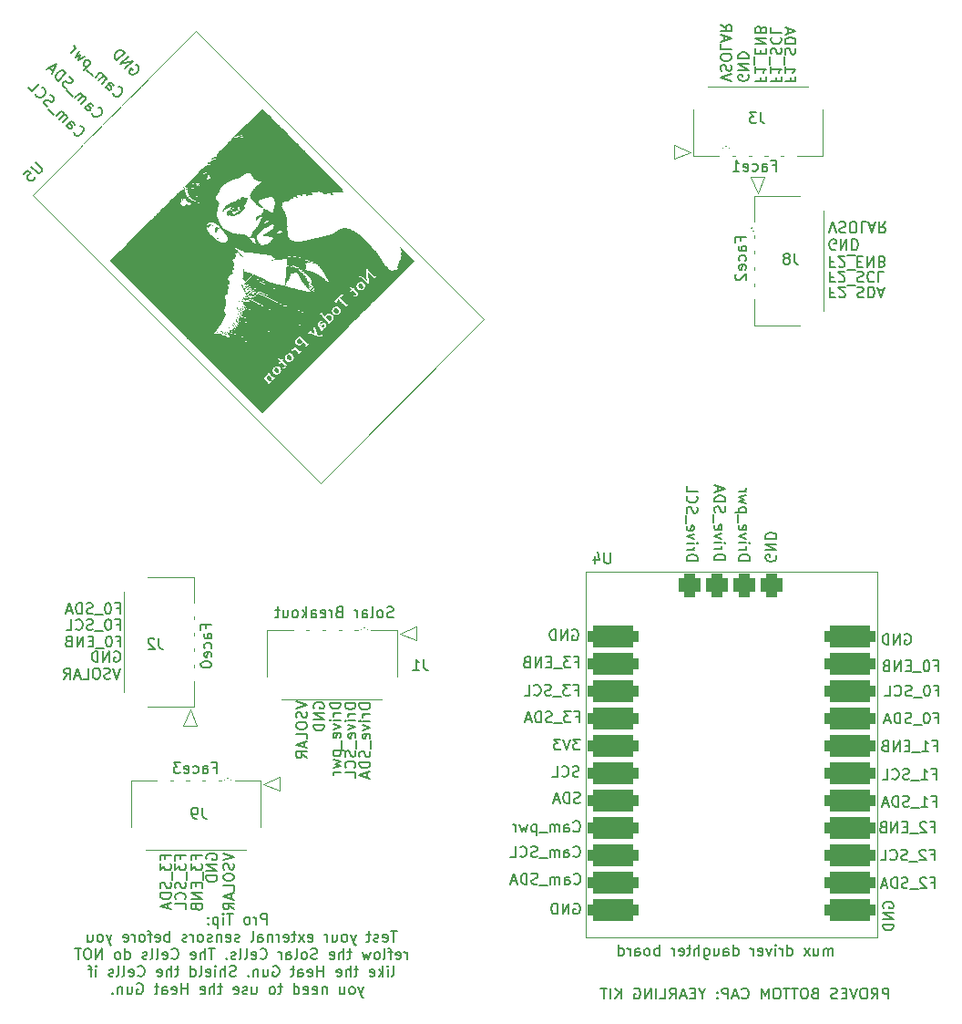
<source format=gbr>
%TF.GenerationSoftware,KiCad,Pcbnew,7.0.1*%
%TF.CreationDate,2024-01-21T14:51:42-07:00*%
%TF.ProjectId,solar-panel-side-Z,736f6c61-722d-4706-916e-656c2d736964,3.1*%
%TF.SameCoordinates,Original*%
%TF.FileFunction,Legend,Bot*%
%TF.FilePolarity,Positive*%
%FSLAX46Y46*%
G04 Gerber Fmt 4.6, Leading zero omitted, Abs format (unit mm)*
G04 Created by KiCad (PCBNEW 7.0.1) date 2024-01-21 14:51:42*
%MOMM*%
%LPD*%
G01*
G04 APERTURE LIST*
G04 Aperture macros list*
%AMRoundRect*
0 Rectangle with rounded corners*
0 $1 Rounding radius*
0 $2 $3 $4 $5 $6 $7 $8 $9 X,Y pos of 4 corners*
0 Add a 4 corners polygon primitive as box body*
4,1,4,$2,$3,$4,$5,$6,$7,$8,$9,$2,$3,0*
0 Add four circle primitives for the rounded corners*
1,1,$1+$1,$2,$3*
1,1,$1+$1,$4,$5*
1,1,$1+$1,$6,$7*
1,1,$1+$1,$8,$9*
0 Add four rect primitives between the rounded corners*
20,1,$1+$1,$2,$3,$4,$5,0*
20,1,$1+$1,$4,$5,$6,$7,0*
20,1,$1+$1,$6,$7,$8,$9,0*
20,1,$1+$1,$8,$9,$2,$3,0*%
G04 Aperture macros list end*
%ADD10C,0.150000*%
%ADD11C,0.120000*%
%ADD12RoundRect,0.500000X0.802566X-0.095459X-0.095459X0.802566X-0.802566X0.095459X0.095459X-0.802566X0*%
%ADD13R,0.600000X1.000000*%
%ADD14R,1.250000X1.800000*%
%ADD15R,1.000000X0.600000*%
%ADD16R,1.800000X1.250000*%
%ADD17RoundRect,0.500000X1.860000X0.500000X-1.860000X0.500000X-1.860000X-0.500000X1.860000X-0.500000X0*%
%ADD18RoundRect,0.500000X0.500000X-0.635000X0.500000X0.635000X-0.500000X0.635000X-0.500000X-0.635000X0*%
%ADD19C,5.250000*%
G04 APERTURE END LIST*
D10*
X158780476Y-123022380D02*
X158828095Y-123070000D01*
X158828095Y-123070000D02*
X158970952Y-123117619D01*
X158970952Y-123117619D02*
X159066190Y-123117619D01*
X159066190Y-123117619D02*
X159209047Y-123070000D01*
X159209047Y-123070000D02*
X159304285Y-122974761D01*
X159304285Y-122974761D02*
X159351904Y-122879523D01*
X159351904Y-122879523D02*
X159399523Y-122689047D01*
X159399523Y-122689047D02*
X159399523Y-122546190D01*
X159399523Y-122546190D02*
X159351904Y-122355714D01*
X159351904Y-122355714D02*
X159304285Y-122260476D01*
X159304285Y-122260476D02*
X159209047Y-122165238D01*
X159209047Y-122165238D02*
X159066190Y-122117619D01*
X159066190Y-122117619D02*
X158970952Y-122117619D01*
X158970952Y-122117619D02*
X158828095Y-122165238D01*
X158828095Y-122165238D02*
X158780476Y-122212857D01*
X157923333Y-123117619D02*
X157923333Y-122593809D01*
X157923333Y-122593809D02*
X157970952Y-122498571D01*
X157970952Y-122498571D02*
X158066190Y-122450952D01*
X158066190Y-122450952D02*
X158256666Y-122450952D01*
X158256666Y-122450952D02*
X158351904Y-122498571D01*
X157923333Y-123070000D02*
X158018571Y-123117619D01*
X158018571Y-123117619D02*
X158256666Y-123117619D01*
X158256666Y-123117619D02*
X158351904Y-123070000D01*
X158351904Y-123070000D02*
X158399523Y-122974761D01*
X158399523Y-122974761D02*
X158399523Y-122879523D01*
X158399523Y-122879523D02*
X158351904Y-122784285D01*
X158351904Y-122784285D02*
X158256666Y-122736666D01*
X158256666Y-122736666D02*
X158018571Y-122736666D01*
X158018571Y-122736666D02*
X157923333Y-122689047D01*
X157447142Y-123117619D02*
X157447142Y-122450952D01*
X157447142Y-122546190D02*
X157399523Y-122498571D01*
X157399523Y-122498571D02*
X157304285Y-122450952D01*
X157304285Y-122450952D02*
X157161428Y-122450952D01*
X157161428Y-122450952D02*
X157066190Y-122498571D01*
X157066190Y-122498571D02*
X157018571Y-122593809D01*
X157018571Y-122593809D02*
X157018571Y-123117619D01*
X157018571Y-122593809D02*
X156970952Y-122498571D01*
X156970952Y-122498571D02*
X156875714Y-122450952D01*
X156875714Y-122450952D02*
X156732857Y-122450952D01*
X156732857Y-122450952D02*
X156637618Y-122498571D01*
X156637618Y-122498571D02*
X156589999Y-122593809D01*
X156589999Y-122593809D02*
X156589999Y-123117619D01*
X156351905Y-123212857D02*
X155590000Y-123212857D01*
X155399523Y-123070000D02*
X155256666Y-123117619D01*
X155256666Y-123117619D02*
X155018571Y-123117619D01*
X155018571Y-123117619D02*
X154923333Y-123070000D01*
X154923333Y-123070000D02*
X154875714Y-123022380D01*
X154875714Y-123022380D02*
X154828095Y-122927142D01*
X154828095Y-122927142D02*
X154828095Y-122831904D01*
X154828095Y-122831904D02*
X154875714Y-122736666D01*
X154875714Y-122736666D02*
X154923333Y-122689047D01*
X154923333Y-122689047D02*
X155018571Y-122641428D01*
X155018571Y-122641428D02*
X155209047Y-122593809D01*
X155209047Y-122593809D02*
X155304285Y-122546190D01*
X155304285Y-122546190D02*
X155351904Y-122498571D01*
X155351904Y-122498571D02*
X155399523Y-122403333D01*
X155399523Y-122403333D02*
X155399523Y-122308095D01*
X155399523Y-122308095D02*
X155351904Y-122212857D01*
X155351904Y-122212857D02*
X155304285Y-122165238D01*
X155304285Y-122165238D02*
X155209047Y-122117619D01*
X155209047Y-122117619D02*
X154970952Y-122117619D01*
X154970952Y-122117619D02*
X154828095Y-122165238D01*
X154399523Y-123117619D02*
X154399523Y-122117619D01*
X154399523Y-122117619D02*
X154161428Y-122117619D01*
X154161428Y-122117619D02*
X154018571Y-122165238D01*
X154018571Y-122165238D02*
X153923333Y-122260476D01*
X153923333Y-122260476D02*
X153875714Y-122355714D01*
X153875714Y-122355714D02*
X153828095Y-122546190D01*
X153828095Y-122546190D02*
X153828095Y-122689047D01*
X153828095Y-122689047D02*
X153875714Y-122879523D01*
X153875714Y-122879523D02*
X153923333Y-122974761D01*
X153923333Y-122974761D02*
X154018571Y-123070000D01*
X154018571Y-123070000D02*
X154161428Y-123117619D01*
X154161428Y-123117619D02*
X154399523Y-123117619D01*
X153447142Y-122831904D02*
X152970952Y-122831904D01*
X153542380Y-123117619D02*
X153209047Y-122117619D01*
X153209047Y-122117619D02*
X152875714Y-123117619D01*
X158720476Y-120512380D02*
X158768095Y-120560000D01*
X158768095Y-120560000D02*
X158910952Y-120607619D01*
X158910952Y-120607619D02*
X159006190Y-120607619D01*
X159006190Y-120607619D02*
X159149047Y-120560000D01*
X159149047Y-120560000D02*
X159244285Y-120464761D01*
X159244285Y-120464761D02*
X159291904Y-120369523D01*
X159291904Y-120369523D02*
X159339523Y-120179047D01*
X159339523Y-120179047D02*
X159339523Y-120036190D01*
X159339523Y-120036190D02*
X159291904Y-119845714D01*
X159291904Y-119845714D02*
X159244285Y-119750476D01*
X159244285Y-119750476D02*
X159149047Y-119655238D01*
X159149047Y-119655238D02*
X159006190Y-119607619D01*
X159006190Y-119607619D02*
X158910952Y-119607619D01*
X158910952Y-119607619D02*
X158768095Y-119655238D01*
X158768095Y-119655238D02*
X158720476Y-119702857D01*
X157863333Y-120607619D02*
X157863333Y-120083809D01*
X157863333Y-120083809D02*
X157910952Y-119988571D01*
X157910952Y-119988571D02*
X158006190Y-119940952D01*
X158006190Y-119940952D02*
X158196666Y-119940952D01*
X158196666Y-119940952D02*
X158291904Y-119988571D01*
X157863333Y-120560000D02*
X157958571Y-120607619D01*
X157958571Y-120607619D02*
X158196666Y-120607619D01*
X158196666Y-120607619D02*
X158291904Y-120560000D01*
X158291904Y-120560000D02*
X158339523Y-120464761D01*
X158339523Y-120464761D02*
X158339523Y-120369523D01*
X158339523Y-120369523D02*
X158291904Y-120274285D01*
X158291904Y-120274285D02*
X158196666Y-120226666D01*
X158196666Y-120226666D02*
X157958571Y-120226666D01*
X157958571Y-120226666D02*
X157863333Y-120179047D01*
X157387142Y-120607619D02*
X157387142Y-119940952D01*
X157387142Y-120036190D02*
X157339523Y-119988571D01*
X157339523Y-119988571D02*
X157244285Y-119940952D01*
X157244285Y-119940952D02*
X157101428Y-119940952D01*
X157101428Y-119940952D02*
X157006190Y-119988571D01*
X157006190Y-119988571D02*
X156958571Y-120083809D01*
X156958571Y-120083809D02*
X156958571Y-120607619D01*
X156958571Y-120083809D02*
X156910952Y-119988571D01*
X156910952Y-119988571D02*
X156815714Y-119940952D01*
X156815714Y-119940952D02*
X156672857Y-119940952D01*
X156672857Y-119940952D02*
X156577618Y-119988571D01*
X156577618Y-119988571D02*
X156529999Y-120083809D01*
X156529999Y-120083809D02*
X156529999Y-120607619D01*
X156291905Y-120702857D02*
X155530000Y-120702857D01*
X155339523Y-120560000D02*
X155196666Y-120607619D01*
X155196666Y-120607619D02*
X154958571Y-120607619D01*
X154958571Y-120607619D02*
X154863333Y-120560000D01*
X154863333Y-120560000D02*
X154815714Y-120512380D01*
X154815714Y-120512380D02*
X154768095Y-120417142D01*
X154768095Y-120417142D02*
X154768095Y-120321904D01*
X154768095Y-120321904D02*
X154815714Y-120226666D01*
X154815714Y-120226666D02*
X154863333Y-120179047D01*
X154863333Y-120179047D02*
X154958571Y-120131428D01*
X154958571Y-120131428D02*
X155149047Y-120083809D01*
X155149047Y-120083809D02*
X155244285Y-120036190D01*
X155244285Y-120036190D02*
X155291904Y-119988571D01*
X155291904Y-119988571D02*
X155339523Y-119893333D01*
X155339523Y-119893333D02*
X155339523Y-119798095D01*
X155339523Y-119798095D02*
X155291904Y-119702857D01*
X155291904Y-119702857D02*
X155244285Y-119655238D01*
X155244285Y-119655238D02*
X155149047Y-119607619D01*
X155149047Y-119607619D02*
X154910952Y-119607619D01*
X154910952Y-119607619D02*
X154768095Y-119655238D01*
X153768095Y-120512380D02*
X153815714Y-120560000D01*
X153815714Y-120560000D02*
X153958571Y-120607619D01*
X153958571Y-120607619D02*
X154053809Y-120607619D01*
X154053809Y-120607619D02*
X154196666Y-120560000D01*
X154196666Y-120560000D02*
X154291904Y-120464761D01*
X154291904Y-120464761D02*
X154339523Y-120369523D01*
X154339523Y-120369523D02*
X154387142Y-120179047D01*
X154387142Y-120179047D02*
X154387142Y-120036190D01*
X154387142Y-120036190D02*
X154339523Y-119845714D01*
X154339523Y-119845714D02*
X154291904Y-119750476D01*
X154291904Y-119750476D02*
X154196666Y-119655238D01*
X154196666Y-119655238D02*
X154053809Y-119607619D01*
X154053809Y-119607619D02*
X153958571Y-119607619D01*
X153958571Y-119607619D02*
X153815714Y-119655238D01*
X153815714Y-119655238D02*
X153768095Y-119702857D01*
X152863333Y-120607619D02*
X153339523Y-120607619D01*
X153339523Y-120607619D02*
X153339523Y-119607619D01*
X158720476Y-118162380D02*
X158768095Y-118210000D01*
X158768095Y-118210000D02*
X158910952Y-118257619D01*
X158910952Y-118257619D02*
X159006190Y-118257619D01*
X159006190Y-118257619D02*
X159149047Y-118210000D01*
X159149047Y-118210000D02*
X159244285Y-118114761D01*
X159244285Y-118114761D02*
X159291904Y-118019523D01*
X159291904Y-118019523D02*
X159339523Y-117829047D01*
X159339523Y-117829047D02*
X159339523Y-117686190D01*
X159339523Y-117686190D02*
X159291904Y-117495714D01*
X159291904Y-117495714D02*
X159244285Y-117400476D01*
X159244285Y-117400476D02*
X159149047Y-117305238D01*
X159149047Y-117305238D02*
X159006190Y-117257619D01*
X159006190Y-117257619D02*
X158910952Y-117257619D01*
X158910952Y-117257619D02*
X158768095Y-117305238D01*
X158768095Y-117305238D02*
X158720476Y-117352857D01*
X157863333Y-118257619D02*
X157863333Y-117733809D01*
X157863333Y-117733809D02*
X157910952Y-117638571D01*
X157910952Y-117638571D02*
X158006190Y-117590952D01*
X158006190Y-117590952D02*
X158196666Y-117590952D01*
X158196666Y-117590952D02*
X158291904Y-117638571D01*
X157863333Y-118210000D02*
X157958571Y-118257619D01*
X157958571Y-118257619D02*
X158196666Y-118257619D01*
X158196666Y-118257619D02*
X158291904Y-118210000D01*
X158291904Y-118210000D02*
X158339523Y-118114761D01*
X158339523Y-118114761D02*
X158339523Y-118019523D01*
X158339523Y-118019523D02*
X158291904Y-117924285D01*
X158291904Y-117924285D02*
X158196666Y-117876666D01*
X158196666Y-117876666D02*
X157958571Y-117876666D01*
X157958571Y-117876666D02*
X157863333Y-117829047D01*
X157387142Y-118257619D02*
X157387142Y-117590952D01*
X157387142Y-117686190D02*
X157339523Y-117638571D01*
X157339523Y-117638571D02*
X157244285Y-117590952D01*
X157244285Y-117590952D02*
X157101428Y-117590952D01*
X157101428Y-117590952D02*
X157006190Y-117638571D01*
X157006190Y-117638571D02*
X156958571Y-117733809D01*
X156958571Y-117733809D02*
X156958571Y-118257619D01*
X156958571Y-117733809D02*
X156910952Y-117638571D01*
X156910952Y-117638571D02*
X156815714Y-117590952D01*
X156815714Y-117590952D02*
X156672857Y-117590952D01*
X156672857Y-117590952D02*
X156577618Y-117638571D01*
X156577618Y-117638571D02*
X156529999Y-117733809D01*
X156529999Y-117733809D02*
X156529999Y-118257619D01*
X156291905Y-118352857D02*
X155530000Y-118352857D01*
X155291904Y-117590952D02*
X155291904Y-118590952D01*
X155291904Y-117638571D02*
X155196666Y-117590952D01*
X155196666Y-117590952D02*
X155006190Y-117590952D01*
X155006190Y-117590952D02*
X154910952Y-117638571D01*
X154910952Y-117638571D02*
X154863333Y-117686190D01*
X154863333Y-117686190D02*
X154815714Y-117781428D01*
X154815714Y-117781428D02*
X154815714Y-118067142D01*
X154815714Y-118067142D02*
X154863333Y-118162380D01*
X154863333Y-118162380D02*
X154910952Y-118210000D01*
X154910952Y-118210000D02*
X155006190Y-118257619D01*
X155006190Y-118257619D02*
X155196666Y-118257619D01*
X155196666Y-118257619D02*
X155291904Y-118210000D01*
X154482380Y-117590952D02*
X154291904Y-118257619D01*
X154291904Y-118257619D02*
X154101428Y-117781428D01*
X154101428Y-117781428D02*
X153910952Y-118257619D01*
X153910952Y-118257619D02*
X153720476Y-117590952D01*
X153339523Y-118257619D02*
X153339523Y-117590952D01*
X153339523Y-117781428D02*
X153291904Y-117686190D01*
X153291904Y-117686190D02*
X153244285Y-117638571D01*
X153244285Y-117638571D02*
X153149047Y-117590952D01*
X153149047Y-117590952D02*
X153053809Y-117590952D01*
X159319523Y-115540000D02*
X159176666Y-115587619D01*
X159176666Y-115587619D02*
X158938571Y-115587619D01*
X158938571Y-115587619D02*
X158843333Y-115540000D01*
X158843333Y-115540000D02*
X158795714Y-115492380D01*
X158795714Y-115492380D02*
X158748095Y-115397142D01*
X158748095Y-115397142D02*
X158748095Y-115301904D01*
X158748095Y-115301904D02*
X158795714Y-115206666D01*
X158795714Y-115206666D02*
X158843333Y-115159047D01*
X158843333Y-115159047D02*
X158938571Y-115111428D01*
X158938571Y-115111428D02*
X159129047Y-115063809D01*
X159129047Y-115063809D02*
X159224285Y-115016190D01*
X159224285Y-115016190D02*
X159271904Y-114968571D01*
X159271904Y-114968571D02*
X159319523Y-114873333D01*
X159319523Y-114873333D02*
X159319523Y-114778095D01*
X159319523Y-114778095D02*
X159271904Y-114682857D01*
X159271904Y-114682857D02*
X159224285Y-114635238D01*
X159224285Y-114635238D02*
X159129047Y-114587619D01*
X159129047Y-114587619D02*
X158890952Y-114587619D01*
X158890952Y-114587619D02*
X158748095Y-114635238D01*
X158319523Y-115587619D02*
X158319523Y-114587619D01*
X158319523Y-114587619D02*
X158081428Y-114587619D01*
X158081428Y-114587619D02*
X157938571Y-114635238D01*
X157938571Y-114635238D02*
X157843333Y-114730476D01*
X157843333Y-114730476D02*
X157795714Y-114825714D01*
X157795714Y-114825714D02*
X157748095Y-115016190D01*
X157748095Y-115016190D02*
X157748095Y-115159047D01*
X157748095Y-115159047D02*
X157795714Y-115349523D01*
X157795714Y-115349523D02*
X157843333Y-115444761D01*
X157843333Y-115444761D02*
X157938571Y-115540000D01*
X157938571Y-115540000D02*
X158081428Y-115587619D01*
X158081428Y-115587619D02*
X158319523Y-115587619D01*
X157367142Y-115301904D02*
X156890952Y-115301904D01*
X157462380Y-115587619D02*
X157129047Y-114587619D01*
X157129047Y-114587619D02*
X156795714Y-115587619D01*
X159229523Y-113110000D02*
X159086666Y-113157619D01*
X159086666Y-113157619D02*
X158848571Y-113157619D01*
X158848571Y-113157619D02*
X158753333Y-113110000D01*
X158753333Y-113110000D02*
X158705714Y-113062380D01*
X158705714Y-113062380D02*
X158658095Y-112967142D01*
X158658095Y-112967142D02*
X158658095Y-112871904D01*
X158658095Y-112871904D02*
X158705714Y-112776666D01*
X158705714Y-112776666D02*
X158753333Y-112729047D01*
X158753333Y-112729047D02*
X158848571Y-112681428D01*
X158848571Y-112681428D02*
X159039047Y-112633809D01*
X159039047Y-112633809D02*
X159134285Y-112586190D01*
X159134285Y-112586190D02*
X159181904Y-112538571D01*
X159181904Y-112538571D02*
X159229523Y-112443333D01*
X159229523Y-112443333D02*
X159229523Y-112348095D01*
X159229523Y-112348095D02*
X159181904Y-112252857D01*
X159181904Y-112252857D02*
X159134285Y-112205238D01*
X159134285Y-112205238D02*
X159039047Y-112157619D01*
X159039047Y-112157619D02*
X158800952Y-112157619D01*
X158800952Y-112157619D02*
X158658095Y-112205238D01*
X157658095Y-113062380D02*
X157705714Y-113110000D01*
X157705714Y-113110000D02*
X157848571Y-113157619D01*
X157848571Y-113157619D02*
X157943809Y-113157619D01*
X157943809Y-113157619D02*
X158086666Y-113110000D01*
X158086666Y-113110000D02*
X158181904Y-113014761D01*
X158181904Y-113014761D02*
X158229523Y-112919523D01*
X158229523Y-112919523D02*
X158277142Y-112729047D01*
X158277142Y-112729047D02*
X158277142Y-112586190D01*
X158277142Y-112586190D02*
X158229523Y-112395714D01*
X158229523Y-112395714D02*
X158181904Y-112300476D01*
X158181904Y-112300476D02*
X158086666Y-112205238D01*
X158086666Y-112205238D02*
X157943809Y-112157619D01*
X157943809Y-112157619D02*
X157848571Y-112157619D01*
X157848571Y-112157619D02*
X157705714Y-112205238D01*
X157705714Y-112205238D02*
X157658095Y-112252857D01*
X156753333Y-113157619D02*
X157229523Y-113157619D01*
X157229523Y-113157619D02*
X157229523Y-112157619D01*
X159327142Y-109657619D02*
X158708095Y-109657619D01*
X158708095Y-109657619D02*
X159041428Y-110038571D01*
X159041428Y-110038571D02*
X158898571Y-110038571D01*
X158898571Y-110038571D02*
X158803333Y-110086190D01*
X158803333Y-110086190D02*
X158755714Y-110133809D01*
X158755714Y-110133809D02*
X158708095Y-110229047D01*
X158708095Y-110229047D02*
X158708095Y-110467142D01*
X158708095Y-110467142D02*
X158755714Y-110562380D01*
X158755714Y-110562380D02*
X158803333Y-110610000D01*
X158803333Y-110610000D02*
X158898571Y-110657619D01*
X158898571Y-110657619D02*
X159184285Y-110657619D01*
X159184285Y-110657619D02*
X159279523Y-110610000D01*
X159279523Y-110610000D02*
X159327142Y-110562380D01*
X158422380Y-109657619D02*
X158089047Y-110657619D01*
X158089047Y-110657619D02*
X157755714Y-109657619D01*
X157517618Y-109657619D02*
X156898571Y-109657619D01*
X156898571Y-109657619D02*
X157231904Y-110038571D01*
X157231904Y-110038571D02*
X157089047Y-110038571D01*
X157089047Y-110038571D02*
X156993809Y-110086190D01*
X156993809Y-110086190D02*
X156946190Y-110133809D01*
X156946190Y-110133809D02*
X156898571Y-110229047D01*
X156898571Y-110229047D02*
X156898571Y-110467142D01*
X156898571Y-110467142D02*
X156946190Y-110562380D01*
X156946190Y-110562380D02*
X156993809Y-110610000D01*
X156993809Y-110610000D02*
X157089047Y-110657619D01*
X157089047Y-110657619D02*
X157374761Y-110657619D01*
X157374761Y-110657619D02*
X157469999Y-110610000D01*
X157469999Y-110610000D02*
X157517618Y-110562380D01*
X158898571Y-107573809D02*
X159231904Y-107573809D01*
X159231904Y-108097619D02*
X159231904Y-107097619D01*
X159231904Y-107097619D02*
X158755714Y-107097619D01*
X158469999Y-107097619D02*
X157850952Y-107097619D01*
X157850952Y-107097619D02*
X158184285Y-107478571D01*
X158184285Y-107478571D02*
X158041428Y-107478571D01*
X158041428Y-107478571D02*
X157946190Y-107526190D01*
X157946190Y-107526190D02*
X157898571Y-107573809D01*
X157898571Y-107573809D02*
X157850952Y-107669047D01*
X157850952Y-107669047D02*
X157850952Y-107907142D01*
X157850952Y-107907142D02*
X157898571Y-108002380D01*
X157898571Y-108002380D02*
X157946190Y-108050000D01*
X157946190Y-108050000D02*
X158041428Y-108097619D01*
X158041428Y-108097619D02*
X158327142Y-108097619D01*
X158327142Y-108097619D02*
X158422380Y-108050000D01*
X158422380Y-108050000D02*
X158469999Y-108002380D01*
X157660476Y-108192857D02*
X156898571Y-108192857D01*
X156708094Y-108050000D02*
X156565237Y-108097619D01*
X156565237Y-108097619D02*
X156327142Y-108097619D01*
X156327142Y-108097619D02*
X156231904Y-108050000D01*
X156231904Y-108050000D02*
X156184285Y-108002380D01*
X156184285Y-108002380D02*
X156136666Y-107907142D01*
X156136666Y-107907142D02*
X156136666Y-107811904D01*
X156136666Y-107811904D02*
X156184285Y-107716666D01*
X156184285Y-107716666D02*
X156231904Y-107669047D01*
X156231904Y-107669047D02*
X156327142Y-107621428D01*
X156327142Y-107621428D02*
X156517618Y-107573809D01*
X156517618Y-107573809D02*
X156612856Y-107526190D01*
X156612856Y-107526190D02*
X156660475Y-107478571D01*
X156660475Y-107478571D02*
X156708094Y-107383333D01*
X156708094Y-107383333D02*
X156708094Y-107288095D01*
X156708094Y-107288095D02*
X156660475Y-107192857D01*
X156660475Y-107192857D02*
X156612856Y-107145238D01*
X156612856Y-107145238D02*
X156517618Y-107097619D01*
X156517618Y-107097619D02*
X156279523Y-107097619D01*
X156279523Y-107097619D02*
X156136666Y-107145238D01*
X155708094Y-108097619D02*
X155708094Y-107097619D01*
X155708094Y-107097619D02*
X155469999Y-107097619D01*
X155469999Y-107097619D02*
X155327142Y-107145238D01*
X155327142Y-107145238D02*
X155231904Y-107240476D01*
X155231904Y-107240476D02*
X155184285Y-107335714D01*
X155184285Y-107335714D02*
X155136666Y-107526190D01*
X155136666Y-107526190D02*
X155136666Y-107669047D01*
X155136666Y-107669047D02*
X155184285Y-107859523D01*
X155184285Y-107859523D02*
X155231904Y-107954761D01*
X155231904Y-107954761D02*
X155327142Y-108050000D01*
X155327142Y-108050000D02*
X155469999Y-108097619D01*
X155469999Y-108097619D02*
X155708094Y-108097619D01*
X154755713Y-107811904D02*
X154279523Y-107811904D01*
X154850951Y-108097619D02*
X154517618Y-107097619D01*
X154517618Y-107097619D02*
X154184285Y-108097619D01*
X158828571Y-105073809D02*
X159161904Y-105073809D01*
X159161904Y-105597619D02*
X159161904Y-104597619D01*
X159161904Y-104597619D02*
X158685714Y-104597619D01*
X158399999Y-104597619D02*
X157780952Y-104597619D01*
X157780952Y-104597619D02*
X158114285Y-104978571D01*
X158114285Y-104978571D02*
X157971428Y-104978571D01*
X157971428Y-104978571D02*
X157876190Y-105026190D01*
X157876190Y-105026190D02*
X157828571Y-105073809D01*
X157828571Y-105073809D02*
X157780952Y-105169047D01*
X157780952Y-105169047D02*
X157780952Y-105407142D01*
X157780952Y-105407142D02*
X157828571Y-105502380D01*
X157828571Y-105502380D02*
X157876190Y-105550000D01*
X157876190Y-105550000D02*
X157971428Y-105597619D01*
X157971428Y-105597619D02*
X158257142Y-105597619D01*
X158257142Y-105597619D02*
X158352380Y-105550000D01*
X158352380Y-105550000D02*
X158399999Y-105502380D01*
X157590476Y-105692857D02*
X156828571Y-105692857D01*
X156638094Y-105550000D02*
X156495237Y-105597619D01*
X156495237Y-105597619D02*
X156257142Y-105597619D01*
X156257142Y-105597619D02*
X156161904Y-105550000D01*
X156161904Y-105550000D02*
X156114285Y-105502380D01*
X156114285Y-105502380D02*
X156066666Y-105407142D01*
X156066666Y-105407142D02*
X156066666Y-105311904D01*
X156066666Y-105311904D02*
X156114285Y-105216666D01*
X156114285Y-105216666D02*
X156161904Y-105169047D01*
X156161904Y-105169047D02*
X156257142Y-105121428D01*
X156257142Y-105121428D02*
X156447618Y-105073809D01*
X156447618Y-105073809D02*
X156542856Y-105026190D01*
X156542856Y-105026190D02*
X156590475Y-104978571D01*
X156590475Y-104978571D02*
X156638094Y-104883333D01*
X156638094Y-104883333D02*
X156638094Y-104788095D01*
X156638094Y-104788095D02*
X156590475Y-104692857D01*
X156590475Y-104692857D02*
X156542856Y-104645238D01*
X156542856Y-104645238D02*
X156447618Y-104597619D01*
X156447618Y-104597619D02*
X156209523Y-104597619D01*
X156209523Y-104597619D02*
X156066666Y-104645238D01*
X155066666Y-105502380D02*
X155114285Y-105550000D01*
X155114285Y-105550000D02*
X155257142Y-105597619D01*
X155257142Y-105597619D02*
X155352380Y-105597619D01*
X155352380Y-105597619D02*
X155495237Y-105550000D01*
X155495237Y-105550000D02*
X155590475Y-105454761D01*
X155590475Y-105454761D02*
X155638094Y-105359523D01*
X155638094Y-105359523D02*
X155685713Y-105169047D01*
X155685713Y-105169047D02*
X155685713Y-105026190D01*
X155685713Y-105026190D02*
X155638094Y-104835714D01*
X155638094Y-104835714D02*
X155590475Y-104740476D01*
X155590475Y-104740476D02*
X155495237Y-104645238D01*
X155495237Y-104645238D02*
X155352380Y-104597619D01*
X155352380Y-104597619D02*
X155257142Y-104597619D01*
X155257142Y-104597619D02*
X155114285Y-104645238D01*
X155114285Y-104645238D02*
X155066666Y-104692857D01*
X154161904Y-105597619D02*
X154638094Y-105597619D01*
X154638094Y-105597619D02*
X154638094Y-104597619D01*
X158888571Y-102483809D02*
X159221904Y-102483809D01*
X159221904Y-103007619D02*
X159221904Y-102007619D01*
X159221904Y-102007619D02*
X158745714Y-102007619D01*
X158459999Y-102007619D02*
X157840952Y-102007619D01*
X157840952Y-102007619D02*
X158174285Y-102388571D01*
X158174285Y-102388571D02*
X158031428Y-102388571D01*
X158031428Y-102388571D02*
X157936190Y-102436190D01*
X157936190Y-102436190D02*
X157888571Y-102483809D01*
X157888571Y-102483809D02*
X157840952Y-102579047D01*
X157840952Y-102579047D02*
X157840952Y-102817142D01*
X157840952Y-102817142D02*
X157888571Y-102912380D01*
X157888571Y-102912380D02*
X157936190Y-102960000D01*
X157936190Y-102960000D02*
X158031428Y-103007619D01*
X158031428Y-103007619D02*
X158317142Y-103007619D01*
X158317142Y-103007619D02*
X158412380Y-102960000D01*
X158412380Y-102960000D02*
X158459999Y-102912380D01*
X157650476Y-103102857D02*
X156888571Y-103102857D01*
X156650475Y-102483809D02*
X156317142Y-102483809D01*
X156174285Y-103007619D02*
X156650475Y-103007619D01*
X156650475Y-103007619D02*
X156650475Y-102007619D01*
X156650475Y-102007619D02*
X156174285Y-102007619D01*
X155745713Y-103007619D02*
X155745713Y-102007619D01*
X155745713Y-102007619D02*
X155174285Y-103007619D01*
X155174285Y-103007619D02*
X155174285Y-102007619D01*
X154364761Y-102483809D02*
X154221904Y-102531428D01*
X154221904Y-102531428D02*
X154174285Y-102579047D01*
X154174285Y-102579047D02*
X154126666Y-102674285D01*
X154126666Y-102674285D02*
X154126666Y-102817142D01*
X154126666Y-102817142D02*
X154174285Y-102912380D01*
X154174285Y-102912380D02*
X154221904Y-102960000D01*
X154221904Y-102960000D02*
X154317142Y-103007619D01*
X154317142Y-103007619D02*
X154698094Y-103007619D01*
X154698094Y-103007619D02*
X154698094Y-102007619D01*
X154698094Y-102007619D02*
X154364761Y-102007619D01*
X154364761Y-102007619D02*
X154269523Y-102055238D01*
X154269523Y-102055238D02*
X154221904Y-102102857D01*
X154221904Y-102102857D02*
X154174285Y-102198095D01*
X154174285Y-102198095D02*
X154174285Y-102293333D01*
X154174285Y-102293333D02*
X154221904Y-102388571D01*
X154221904Y-102388571D02*
X154269523Y-102436190D01*
X154269523Y-102436190D02*
X154364761Y-102483809D01*
X154364761Y-102483809D02*
X154698094Y-102483809D01*
X191978571Y-122963809D02*
X192311904Y-122963809D01*
X192311904Y-123487619D02*
X192311904Y-122487619D01*
X192311904Y-122487619D02*
X191835714Y-122487619D01*
X191502380Y-122582857D02*
X191454761Y-122535238D01*
X191454761Y-122535238D02*
X191359523Y-122487619D01*
X191359523Y-122487619D02*
X191121428Y-122487619D01*
X191121428Y-122487619D02*
X191026190Y-122535238D01*
X191026190Y-122535238D02*
X190978571Y-122582857D01*
X190978571Y-122582857D02*
X190930952Y-122678095D01*
X190930952Y-122678095D02*
X190930952Y-122773333D01*
X190930952Y-122773333D02*
X190978571Y-122916190D01*
X190978571Y-122916190D02*
X191549999Y-123487619D01*
X191549999Y-123487619D02*
X190930952Y-123487619D01*
X190740476Y-123582857D02*
X189978571Y-123582857D01*
X189788094Y-123440000D02*
X189645237Y-123487619D01*
X189645237Y-123487619D02*
X189407142Y-123487619D01*
X189407142Y-123487619D02*
X189311904Y-123440000D01*
X189311904Y-123440000D02*
X189264285Y-123392380D01*
X189264285Y-123392380D02*
X189216666Y-123297142D01*
X189216666Y-123297142D02*
X189216666Y-123201904D01*
X189216666Y-123201904D02*
X189264285Y-123106666D01*
X189264285Y-123106666D02*
X189311904Y-123059047D01*
X189311904Y-123059047D02*
X189407142Y-123011428D01*
X189407142Y-123011428D02*
X189597618Y-122963809D01*
X189597618Y-122963809D02*
X189692856Y-122916190D01*
X189692856Y-122916190D02*
X189740475Y-122868571D01*
X189740475Y-122868571D02*
X189788094Y-122773333D01*
X189788094Y-122773333D02*
X189788094Y-122678095D01*
X189788094Y-122678095D02*
X189740475Y-122582857D01*
X189740475Y-122582857D02*
X189692856Y-122535238D01*
X189692856Y-122535238D02*
X189597618Y-122487619D01*
X189597618Y-122487619D02*
X189359523Y-122487619D01*
X189359523Y-122487619D02*
X189216666Y-122535238D01*
X188788094Y-123487619D02*
X188788094Y-122487619D01*
X188788094Y-122487619D02*
X188549999Y-122487619D01*
X188549999Y-122487619D02*
X188407142Y-122535238D01*
X188407142Y-122535238D02*
X188311904Y-122630476D01*
X188311904Y-122630476D02*
X188264285Y-122725714D01*
X188264285Y-122725714D02*
X188216666Y-122916190D01*
X188216666Y-122916190D02*
X188216666Y-123059047D01*
X188216666Y-123059047D02*
X188264285Y-123249523D01*
X188264285Y-123249523D02*
X188311904Y-123344761D01*
X188311904Y-123344761D02*
X188407142Y-123440000D01*
X188407142Y-123440000D02*
X188549999Y-123487619D01*
X188549999Y-123487619D02*
X188788094Y-123487619D01*
X187835713Y-123201904D02*
X187359523Y-123201904D01*
X187930951Y-123487619D02*
X187597618Y-122487619D01*
X187597618Y-122487619D02*
X187264285Y-123487619D01*
X191938571Y-120373809D02*
X192271904Y-120373809D01*
X192271904Y-120897619D02*
X192271904Y-119897619D01*
X192271904Y-119897619D02*
X191795714Y-119897619D01*
X191462380Y-119992857D02*
X191414761Y-119945238D01*
X191414761Y-119945238D02*
X191319523Y-119897619D01*
X191319523Y-119897619D02*
X191081428Y-119897619D01*
X191081428Y-119897619D02*
X190986190Y-119945238D01*
X190986190Y-119945238D02*
X190938571Y-119992857D01*
X190938571Y-119992857D02*
X190890952Y-120088095D01*
X190890952Y-120088095D02*
X190890952Y-120183333D01*
X190890952Y-120183333D02*
X190938571Y-120326190D01*
X190938571Y-120326190D02*
X191509999Y-120897619D01*
X191509999Y-120897619D02*
X190890952Y-120897619D01*
X190700476Y-120992857D02*
X189938571Y-120992857D01*
X189748094Y-120850000D02*
X189605237Y-120897619D01*
X189605237Y-120897619D02*
X189367142Y-120897619D01*
X189367142Y-120897619D02*
X189271904Y-120850000D01*
X189271904Y-120850000D02*
X189224285Y-120802380D01*
X189224285Y-120802380D02*
X189176666Y-120707142D01*
X189176666Y-120707142D02*
X189176666Y-120611904D01*
X189176666Y-120611904D02*
X189224285Y-120516666D01*
X189224285Y-120516666D02*
X189271904Y-120469047D01*
X189271904Y-120469047D02*
X189367142Y-120421428D01*
X189367142Y-120421428D02*
X189557618Y-120373809D01*
X189557618Y-120373809D02*
X189652856Y-120326190D01*
X189652856Y-120326190D02*
X189700475Y-120278571D01*
X189700475Y-120278571D02*
X189748094Y-120183333D01*
X189748094Y-120183333D02*
X189748094Y-120088095D01*
X189748094Y-120088095D02*
X189700475Y-119992857D01*
X189700475Y-119992857D02*
X189652856Y-119945238D01*
X189652856Y-119945238D02*
X189557618Y-119897619D01*
X189557618Y-119897619D02*
X189319523Y-119897619D01*
X189319523Y-119897619D02*
X189176666Y-119945238D01*
X188176666Y-120802380D02*
X188224285Y-120850000D01*
X188224285Y-120850000D02*
X188367142Y-120897619D01*
X188367142Y-120897619D02*
X188462380Y-120897619D01*
X188462380Y-120897619D02*
X188605237Y-120850000D01*
X188605237Y-120850000D02*
X188700475Y-120754761D01*
X188700475Y-120754761D02*
X188748094Y-120659523D01*
X188748094Y-120659523D02*
X188795713Y-120469047D01*
X188795713Y-120469047D02*
X188795713Y-120326190D01*
X188795713Y-120326190D02*
X188748094Y-120135714D01*
X188748094Y-120135714D02*
X188700475Y-120040476D01*
X188700475Y-120040476D02*
X188605237Y-119945238D01*
X188605237Y-119945238D02*
X188462380Y-119897619D01*
X188462380Y-119897619D02*
X188367142Y-119897619D01*
X188367142Y-119897619D02*
X188224285Y-119945238D01*
X188224285Y-119945238D02*
X188176666Y-119992857D01*
X187271904Y-120897619D02*
X187748094Y-120897619D01*
X187748094Y-120897619D02*
X187748094Y-119897619D01*
X191978571Y-117813809D02*
X192311904Y-117813809D01*
X192311904Y-118337619D02*
X192311904Y-117337619D01*
X192311904Y-117337619D02*
X191835714Y-117337619D01*
X191502380Y-117432857D02*
X191454761Y-117385238D01*
X191454761Y-117385238D02*
X191359523Y-117337619D01*
X191359523Y-117337619D02*
X191121428Y-117337619D01*
X191121428Y-117337619D02*
X191026190Y-117385238D01*
X191026190Y-117385238D02*
X190978571Y-117432857D01*
X190978571Y-117432857D02*
X190930952Y-117528095D01*
X190930952Y-117528095D02*
X190930952Y-117623333D01*
X190930952Y-117623333D02*
X190978571Y-117766190D01*
X190978571Y-117766190D02*
X191549999Y-118337619D01*
X191549999Y-118337619D02*
X190930952Y-118337619D01*
X190740476Y-118432857D02*
X189978571Y-118432857D01*
X189740475Y-117813809D02*
X189407142Y-117813809D01*
X189264285Y-118337619D02*
X189740475Y-118337619D01*
X189740475Y-118337619D02*
X189740475Y-117337619D01*
X189740475Y-117337619D02*
X189264285Y-117337619D01*
X188835713Y-118337619D02*
X188835713Y-117337619D01*
X188835713Y-117337619D02*
X188264285Y-118337619D01*
X188264285Y-118337619D02*
X188264285Y-117337619D01*
X187454761Y-117813809D02*
X187311904Y-117861428D01*
X187311904Y-117861428D02*
X187264285Y-117909047D01*
X187264285Y-117909047D02*
X187216666Y-118004285D01*
X187216666Y-118004285D02*
X187216666Y-118147142D01*
X187216666Y-118147142D02*
X187264285Y-118242380D01*
X187264285Y-118242380D02*
X187311904Y-118290000D01*
X187311904Y-118290000D02*
X187407142Y-118337619D01*
X187407142Y-118337619D02*
X187788094Y-118337619D01*
X187788094Y-118337619D02*
X187788094Y-117337619D01*
X187788094Y-117337619D02*
X187454761Y-117337619D01*
X187454761Y-117337619D02*
X187359523Y-117385238D01*
X187359523Y-117385238D02*
X187311904Y-117432857D01*
X187311904Y-117432857D02*
X187264285Y-117528095D01*
X187264285Y-117528095D02*
X187264285Y-117623333D01*
X187264285Y-117623333D02*
X187311904Y-117718571D01*
X187311904Y-117718571D02*
X187359523Y-117766190D01*
X187359523Y-117766190D02*
X187454761Y-117813809D01*
X187454761Y-117813809D02*
X187788094Y-117813809D01*
X192098571Y-115403809D02*
X192431904Y-115403809D01*
X192431904Y-115927619D02*
X192431904Y-114927619D01*
X192431904Y-114927619D02*
X191955714Y-114927619D01*
X191050952Y-115927619D02*
X191622380Y-115927619D01*
X191336666Y-115927619D02*
X191336666Y-114927619D01*
X191336666Y-114927619D02*
X191431904Y-115070476D01*
X191431904Y-115070476D02*
X191527142Y-115165714D01*
X191527142Y-115165714D02*
X191622380Y-115213333D01*
X190860476Y-116022857D02*
X190098571Y-116022857D01*
X189908094Y-115880000D02*
X189765237Y-115927619D01*
X189765237Y-115927619D02*
X189527142Y-115927619D01*
X189527142Y-115927619D02*
X189431904Y-115880000D01*
X189431904Y-115880000D02*
X189384285Y-115832380D01*
X189384285Y-115832380D02*
X189336666Y-115737142D01*
X189336666Y-115737142D02*
X189336666Y-115641904D01*
X189336666Y-115641904D02*
X189384285Y-115546666D01*
X189384285Y-115546666D02*
X189431904Y-115499047D01*
X189431904Y-115499047D02*
X189527142Y-115451428D01*
X189527142Y-115451428D02*
X189717618Y-115403809D01*
X189717618Y-115403809D02*
X189812856Y-115356190D01*
X189812856Y-115356190D02*
X189860475Y-115308571D01*
X189860475Y-115308571D02*
X189908094Y-115213333D01*
X189908094Y-115213333D02*
X189908094Y-115118095D01*
X189908094Y-115118095D02*
X189860475Y-115022857D01*
X189860475Y-115022857D02*
X189812856Y-114975238D01*
X189812856Y-114975238D02*
X189717618Y-114927619D01*
X189717618Y-114927619D02*
X189479523Y-114927619D01*
X189479523Y-114927619D02*
X189336666Y-114975238D01*
X188908094Y-115927619D02*
X188908094Y-114927619D01*
X188908094Y-114927619D02*
X188669999Y-114927619D01*
X188669999Y-114927619D02*
X188527142Y-114975238D01*
X188527142Y-114975238D02*
X188431904Y-115070476D01*
X188431904Y-115070476D02*
X188384285Y-115165714D01*
X188384285Y-115165714D02*
X188336666Y-115356190D01*
X188336666Y-115356190D02*
X188336666Y-115499047D01*
X188336666Y-115499047D02*
X188384285Y-115689523D01*
X188384285Y-115689523D02*
X188431904Y-115784761D01*
X188431904Y-115784761D02*
X188527142Y-115880000D01*
X188527142Y-115880000D02*
X188669999Y-115927619D01*
X188669999Y-115927619D02*
X188908094Y-115927619D01*
X187955713Y-115641904D02*
X187479523Y-115641904D01*
X188050951Y-115927619D02*
X187717618Y-114927619D01*
X187717618Y-114927619D02*
X187384285Y-115927619D01*
X192098571Y-112883809D02*
X192431904Y-112883809D01*
X192431904Y-113407619D02*
X192431904Y-112407619D01*
X192431904Y-112407619D02*
X191955714Y-112407619D01*
X191050952Y-113407619D02*
X191622380Y-113407619D01*
X191336666Y-113407619D02*
X191336666Y-112407619D01*
X191336666Y-112407619D02*
X191431904Y-112550476D01*
X191431904Y-112550476D02*
X191527142Y-112645714D01*
X191527142Y-112645714D02*
X191622380Y-112693333D01*
X190860476Y-113502857D02*
X190098571Y-113502857D01*
X189908094Y-113360000D02*
X189765237Y-113407619D01*
X189765237Y-113407619D02*
X189527142Y-113407619D01*
X189527142Y-113407619D02*
X189431904Y-113360000D01*
X189431904Y-113360000D02*
X189384285Y-113312380D01*
X189384285Y-113312380D02*
X189336666Y-113217142D01*
X189336666Y-113217142D02*
X189336666Y-113121904D01*
X189336666Y-113121904D02*
X189384285Y-113026666D01*
X189384285Y-113026666D02*
X189431904Y-112979047D01*
X189431904Y-112979047D02*
X189527142Y-112931428D01*
X189527142Y-112931428D02*
X189717618Y-112883809D01*
X189717618Y-112883809D02*
X189812856Y-112836190D01*
X189812856Y-112836190D02*
X189860475Y-112788571D01*
X189860475Y-112788571D02*
X189908094Y-112693333D01*
X189908094Y-112693333D02*
X189908094Y-112598095D01*
X189908094Y-112598095D02*
X189860475Y-112502857D01*
X189860475Y-112502857D02*
X189812856Y-112455238D01*
X189812856Y-112455238D02*
X189717618Y-112407619D01*
X189717618Y-112407619D02*
X189479523Y-112407619D01*
X189479523Y-112407619D02*
X189336666Y-112455238D01*
X188336666Y-113312380D02*
X188384285Y-113360000D01*
X188384285Y-113360000D02*
X188527142Y-113407619D01*
X188527142Y-113407619D02*
X188622380Y-113407619D01*
X188622380Y-113407619D02*
X188765237Y-113360000D01*
X188765237Y-113360000D02*
X188860475Y-113264761D01*
X188860475Y-113264761D02*
X188908094Y-113169523D01*
X188908094Y-113169523D02*
X188955713Y-112979047D01*
X188955713Y-112979047D02*
X188955713Y-112836190D01*
X188955713Y-112836190D02*
X188908094Y-112645714D01*
X188908094Y-112645714D02*
X188860475Y-112550476D01*
X188860475Y-112550476D02*
X188765237Y-112455238D01*
X188765237Y-112455238D02*
X188622380Y-112407619D01*
X188622380Y-112407619D02*
X188527142Y-112407619D01*
X188527142Y-112407619D02*
X188384285Y-112455238D01*
X188384285Y-112455238D02*
X188336666Y-112502857D01*
X187431904Y-113407619D02*
X187908094Y-113407619D01*
X187908094Y-113407619D02*
X187908094Y-112407619D01*
X192178571Y-110253809D02*
X192511904Y-110253809D01*
X192511904Y-110777619D02*
X192511904Y-109777619D01*
X192511904Y-109777619D02*
X192035714Y-109777619D01*
X191130952Y-110777619D02*
X191702380Y-110777619D01*
X191416666Y-110777619D02*
X191416666Y-109777619D01*
X191416666Y-109777619D02*
X191511904Y-109920476D01*
X191511904Y-109920476D02*
X191607142Y-110015714D01*
X191607142Y-110015714D02*
X191702380Y-110063333D01*
X190940476Y-110872857D02*
X190178571Y-110872857D01*
X189940475Y-110253809D02*
X189607142Y-110253809D01*
X189464285Y-110777619D02*
X189940475Y-110777619D01*
X189940475Y-110777619D02*
X189940475Y-109777619D01*
X189940475Y-109777619D02*
X189464285Y-109777619D01*
X189035713Y-110777619D02*
X189035713Y-109777619D01*
X189035713Y-109777619D02*
X188464285Y-110777619D01*
X188464285Y-110777619D02*
X188464285Y-109777619D01*
X187654761Y-110253809D02*
X187511904Y-110301428D01*
X187511904Y-110301428D02*
X187464285Y-110349047D01*
X187464285Y-110349047D02*
X187416666Y-110444285D01*
X187416666Y-110444285D02*
X187416666Y-110587142D01*
X187416666Y-110587142D02*
X187464285Y-110682380D01*
X187464285Y-110682380D02*
X187511904Y-110730000D01*
X187511904Y-110730000D02*
X187607142Y-110777619D01*
X187607142Y-110777619D02*
X187988094Y-110777619D01*
X187988094Y-110777619D02*
X187988094Y-109777619D01*
X187988094Y-109777619D02*
X187654761Y-109777619D01*
X187654761Y-109777619D02*
X187559523Y-109825238D01*
X187559523Y-109825238D02*
X187511904Y-109872857D01*
X187511904Y-109872857D02*
X187464285Y-109968095D01*
X187464285Y-109968095D02*
X187464285Y-110063333D01*
X187464285Y-110063333D02*
X187511904Y-110158571D01*
X187511904Y-110158571D02*
X187559523Y-110206190D01*
X187559523Y-110206190D02*
X187654761Y-110253809D01*
X187654761Y-110253809D02*
X187988094Y-110253809D01*
X192308571Y-107673809D02*
X192641904Y-107673809D01*
X192641904Y-108197619D02*
X192641904Y-107197619D01*
X192641904Y-107197619D02*
X192165714Y-107197619D01*
X191594285Y-107197619D02*
X191499047Y-107197619D01*
X191499047Y-107197619D02*
X191403809Y-107245238D01*
X191403809Y-107245238D02*
X191356190Y-107292857D01*
X191356190Y-107292857D02*
X191308571Y-107388095D01*
X191308571Y-107388095D02*
X191260952Y-107578571D01*
X191260952Y-107578571D02*
X191260952Y-107816666D01*
X191260952Y-107816666D02*
X191308571Y-108007142D01*
X191308571Y-108007142D02*
X191356190Y-108102380D01*
X191356190Y-108102380D02*
X191403809Y-108150000D01*
X191403809Y-108150000D02*
X191499047Y-108197619D01*
X191499047Y-108197619D02*
X191594285Y-108197619D01*
X191594285Y-108197619D02*
X191689523Y-108150000D01*
X191689523Y-108150000D02*
X191737142Y-108102380D01*
X191737142Y-108102380D02*
X191784761Y-108007142D01*
X191784761Y-108007142D02*
X191832380Y-107816666D01*
X191832380Y-107816666D02*
X191832380Y-107578571D01*
X191832380Y-107578571D02*
X191784761Y-107388095D01*
X191784761Y-107388095D02*
X191737142Y-107292857D01*
X191737142Y-107292857D02*
X191689523Y-107245238D01*
X191689523Y-107245238D02*
X191594285Y-107197619D01*
X191070476Y-108292857D02*
X190308571Y-108292857D01*
X190118094Y-108150000D02*
X189975237Y-108197619D01*
X189975237Y-108197619D02*
X189737142Y-108197619D01*
X189737142Y-108197619D02*
X189641904Y-108150000D01*
X189641904Y-108150000D02*
X189594285Y-108102380D01*
X189594285Y-108102380D02*
X189546666Y-108007142D01*
X189546666Y-108007142D02*
X189546666Y-107911904D01*
X189546666Y-107911904D02*
X189594285Y-107816666D01*
X189594285Y-107816666D02*
X189641904Y-107769047D01*
X189641904Y-107769047D02*
X189737142Y-107721428D01*
X189737142Y-107721428D02*
X189927618Y-107673809D01*
X189927618Y-107673809D02*
X190022856Y-107626190D01*
X190022856Y-107626190D02*
X190070475Y-107578571D01*
X190070475Y-107578571D02*
X190118094Y-107483333D01*
X190118094Y-107483333D02*
X190118094Y-107388095D01*
X190118094Y-107388095D02*
X190070475Y-107292857D01*
X190070475Y-107292857D02*
X190022856Y-107245238D01*
X190022856Y-107245238D02*
X189927618Y-107197619D01*
X189927618Y-107197619D02*
X189689523Y-107197619D01*
X189689523Y-107197619D02*
X189546666Y-107245238D01*
X189118094Y-108197619D02*
X189118094Y-107197619D01*
X189118094Y-107197619D02*
X188879999Y-107197619D01*
X188879999Y-107197619D02*
X188737142Y-107245238D01*
X188737142Y-107245238D02*
X188641904Y-107340476D01*
X188641904Y-107340476D02*
X188594285Y-107435714D01*
X188594285Y-107435714D02*
X188546666Y-107626190D01*
X188546666Y-107626190D02*
X188546666Y-107769047D01*
X188546666Y-107769047D02*
X188594285Y-107959523D01*
X188594285Y-107959523D02*
X188641904Y-108054761D01*
X188641904Y-108054761D02*
X188737142Y-108150000D01*
X188737142Y-108150000D02*
X188879999Y-108197619D01*
X188879999Y-108197619D02*
X189118094Y-108197619D01*
X188165713Y-107911904D02*
X187689523Y-107911904D01*
X188260951Y-108197619D02*
X187927618Y-107197619D01*
X187927618Y-107197619D02*
X187594285Y-108197619D01*
X192338571Y-105133809D02*
X192671904Y-105133809D01*
X192671904Y-105657619D02*
X192671904Y-104657619D01*
X192671904Y-104657619D02*
X192195714Y-104657619D01*
X191624285Y-104657619D02*
X191529047Y-104657619D01*
X191529047Y-104657619D02*
X191433809Y-104705238D01*
X191433809Y-104705238D02*
X191386190Y-104752857D01*
X191386190Y-104752857D02*
X191338571Y-104848095D01*
X191338571Y-104848095D02*
X191290952Y-105038571D01*
X191290952Y-105038571D02*
X191290952Y-105276666D01*
X191290952Y-105276666D02*
X191338571Y-105467142D01*
X191338571Y-105467142D02*
X191386190Y-105562380D01*
X191386190Y-105562380D02*
X191433809Y-105610000D01*
X191433809Y-105610000D02*
X191529047Y-105657619D01*
X191529047Y-105657619D02*
X191624285Y-105657619D01*
X191624285Y-105657619D02*
X191719523Y-105610000D01*
X191719523Y-105610000D02*
X191767142Y-105562380D01*
X191767142Y-105562380D02*
X191814761Y-105467142D01*
X191814761Y-105467142D02*
X191862380Y-105276666D01*
X191862380Y-105276666D02*
X191862380Y-105038571D01*
X191862380Y-105038571D02*
X191814761Y-104848095D01*
X191814761Y-104848095D02*
X191767142Y-104752857D01*
X191767142Y-104752857D02*
X191719523Y-104705238D01*
X191719523Y-104705238D02*
X191624285Y-104657619D01*
X191100476Y-105752857D02*
X190338571Y-105752857D01*
X190148094Y-105610000D02*
X190005237Y-105657619D01*
X190005237Y-105657619D02*
X189767142Y-105657619D01*
X189767142Y-105657619D02*
X189671904Y-105610000D01*
X189671904Y-105610000D02*
X189624285Y-105562380D01*
X189624285Y-105562380D02*
X189576666Y-105467142D01*
X189576666Y-105467142D02*
X189576666Y-105371904D01*
X189576666Y-105371904D02*
X189624285Y-105276666D01*
X189624285Y-105276666D02*
X189671904Y-105229047D01*
X189671904Y-105229047D02*
X189767142Y-105181428D01*
X189767142Y-105181428D02*
X189957618Y-105133809D01*
X189957618Y-105133809D02*
X190052856Y-105086190D01*
X190052856Y-105086190D02*
X190100475Y-105038571D01*
X190100475Y-105038571D02*
X190148094Y-104943333D01*
X190148094Y-104943333D02*
X190148094Y-104848095D01*
X190148094Y-104848095D02*
X190100475Y-104752857D01*
X190100475Y-104752857D02*
X190052856Y-104705238D01*
X190052856Y-104705238D02*
X189957618Y-104657619D01*
X189957618Y-104657619D02*
X189719523Y-104657619D01*
X189719523Y-104657619D02*
X189576666Y-104705238D01*
X188576666Y-105562380D02*
X188624285Y-105610000D01*
X188624285Y-105610000D02*
X188767142Y-105657619D01*
X188767142Y-105657619D02*
X188862380Y-105657619D01*
X188862380Y-105657619D02*
X189005237Y-105610000D01*
X189005237Y-105610000D02*
X189100475Y-105514761D01*
X189100475Y-105514761D02*
X189148094Y-105419523D01*
X189148094Y-105419523D02*
X189195713Y-105229047D01*
X189195713Y-105229047D02*
X189195713Y-105086190D01*
X189195713Y-105086190D02*
X189148094Y-104895714D01*
X189148094Y-104895714D02*
X189100475Y-104800476D01*
X189100475Y-104800476D02*
X189005237Y-104705238D01*
X189005237Y-104705238D02*
X188862380Y-104657619D01*
X188862380Y-104657619D02*
X188767142Y-104657619D01*
X188767142Y-104657619D02*
X188624285Y-104705238D01*
X188624285Y-104705238D02*
X188576666Y-104752857D01*
X187671904Y-105657619D02*
X188148094Y-105657619D01*
X188148094Y-105657619D02*
X188148094Y-104657619D01*
X192288571Y-102833809D02*
X192621904Y-102833809D01*
X192621904Y-103357619D02*
X192621904Y-102357619D01*
X192621904Y-102357619D02*
X192145714Y-102357619D01*
X191574285Y-102357619D02*
X191479047Y-102357619D01*
X191479047Y-102357619D02*
X191383809Y-102405238D01*
X191383809Y-102405238D02*
X191336190Y-102452857D01*
X191336190Y-102452857D02*
X191288571Y-102548095D01*
X191288571Y-102548095D02*
X191240952Y-102738571D01*
X191240952Y-102738571D02*
X191240952Y-102976666D01*
X191240952Y-102976666D02*
X191288571Y-103167142D01*
X191288571Y-103167142D02*
X191336190Y-103262380D01*
X191336190Y-103262380D02*
X191383809Y-103310000D01*
X191383809Y-103310000D02*
X191479047Y-103357619D01*
X191479047Y-103357619D02*
X191574285Y-103357619D01*
X191574285Y-103357619D02*
X191669523Y-103310000D01*
X191669523Y-103310000D02*
X191717142Y-103262380D01*
X191717142Y-103262380D02*
X191764761Y-103167142D01*
X191764761Y-103167142D02*
X191812380Y-102976666D01*
X191812380Y-102976666D02*
X191812380Y-102738571D01*
X191812380Y-102738571D02*
X191764761Y-102548095D01*
X191764761Y-102548095D02*
X191717142Y-102452857D01*
X191717142Y-102452857D02*
X191669523Y-102405238D01*
X191669523Y-102405238D02*
X191574285Y-102357619D01*
X191050476Y-103452857D02*
X190288571Y-103452857D01*
X190050475Y-102833809D02*
X189717142Y-102833809D01*
X189574285Y-103357619D02*
X190050475Y-103357619D01*
X190050475Y-103357619D02*
X190050475Y-102357619D01*
X190050475Y-102357619D02*
X189574285Y-102357619D01*
X189145713Y-103357619D02*
X189145713Y-102357619D01*
X189145713Y-102357619D02*
X188574285Y-103357619D01*
X188574285Y-103357619D02*
X188574285Y-102357619D01*
X187764761Y-102833809D02*
X187621904Y-102881428D01*
X187621904Y-102881428D02*
X187574285Y-102929047D01*
X187574285Y-102929047D02*
X187526666Y-103024285D01*
X187526666Y-103024285D02*
X187526666Y-103167142D01*
X187526666Y-103167142D02*
X187574285Y-103262380D01*
X187574285Y-103262380D02*
X187621904Y-103310000D01*
X187621904Y-103310000D02*
X187717142Y-103357619D01*
X187717142Y-103357619D02*
X188098094Y-103357619D01*
X188098094Y-103357619D02*
X188098094Y-102357619D01*
X188098094Y-102357619D02*
X187764761Y-102357619D01*
X187764761Y-102357619D02*
X187669523Y-102405238D01*
X187669523Y-102405238D02*
X187621904Y-102452857D01*
X187621904Y-102452857D02*
X187574285Y-102548095D01*
X187574285Y-102548095D02*
X187574285Y-102643333D01*
X187574285Y-102643333D02*
X187621904Y-102738571D01*
X187621904Y-102738571D02*
X187669523Y-102786190D01*
X187669523Y-102786190D02*
X187764761Y-102833809D01*
X187764761Y-102833809D02*
X188098094Y-102833809D01*
X169252380Y-93081904D02*
X170252380Y-93081904D01*
X170252380Y-93081904D02*
X170252380Y-92843809D01*
X170252380Y-92843809D02*
X170204761Y-92700952D01*
X170204761Y-92700952D02*
X170109523Y-92605714D01*
X170109523Y-92605714D02*
X170014285Y-92558095D01*
X170014285Y-92558095D02*
X169823809Y-92510476D01*
X169823809Y-92510476D02*
X169680952Y-92510476D01*
X169680952Y-92510476D02*
X169490476Y-92558095D01*
X169490476Y-92558095D02*
X169395238Y-92605714D01*
X169395238Y-92605714D02*
X169300000Y-92700952D01*
X169300000Y-92700952D02*
X169252380Y-92843809D01*
X169252380Y-92843809D02*
X169252380Y-93081904D01*
X169252380Y-92081904D02*
X169919047Y-92081904D01*
X169728571Y-92081904D02*
X169823809Y-92034285D01*
X169823809Y-92034285D02*
X169871428Y-91986666D01*
X169871428Y-91986666D02*
X169919047Y-91891428D01*
X169919047Y-91891428D02*
X169919047Y-91796190D01*
X169252380Y-91462856D02*
X169919047Y-91462856D01*
X170252380Y-91462856D02*
X170204761Y-91510475D01*
X170204761Y-91510475D02*
X170157142Y-91462856D01*
X170157142Y-91462856D02*
X170204761Y-91415237D01*
X170204761Y-91415237D02*
X170252380Y-91462856D01*
X170252380Y-91462856D02*
X170157142Y-91462856D01*
X169919047Y-91081904D02*
X169252380Y-90843809D01*
X169252380Y-90843809D02*
X169919047Y-90605714D01*
X169300000Y-89843809D02*
X169252380Y-89939047D01*
X169252380Y-89939047D02*
X169252380Y-90129523D01*
X169252380Y-90129523D02*
X169300000Y-90224761D01*
X169300000Y-90224761D02*
X169395238Y-90272380D01*
X169395238Y-90272380D02*
X169776190Y-90272380D01*
X169776190Y-90272380D02*
X169871428Y-90224761D01*
X169871428Y-90224761D02*
X169919047Y-90129523D01*
X169919047Y-90129523D02*
X169919047Y-89939047D01*
X169919047Y-89939047D02*
X169871428Y-89843809D01*
X169871428Y-89843809D02*
X169776190Y-89796190D01*
X169776190Y-89796190D02*
X169680952Y-89796190D01*
X169680952Y-89796190D02*
X169585714Y-90272380D01*
X169157142Y-89605714D02*
X169157142Y-88843809D01*
X169300000Y-88653332D02*
X169252380Y-88510475D01*
X169252380Y-88510475D02*
X169252380Y-88272380D01*
X169252380Y-88272380D02*
X169300000Y-88177142D01*
X169300000Y-88177142D02*
X169347619Y-88129523D01*
X169347619Y-88129523D02*
X169442857Y-88081904D01*
X169442857Y-88081904D02*
X169538095Y-88081904D01*
X169538095Y-88081904D02*
X169633333Y-88129523D01*
X169633333Y-88129523D02*
X169680952Y-88177142D01*
X169680952Y-88177142D02*
X169728571Y-88272380D01*
X169728571Y-88272380D02*
X169776190Y-88462856D01*
X169776190Y-88462856D02*
X169823809Y-88558094D01*
X169823809Y-88558094D02*
X169871428Y-88605713D01*
X169871428Y-88605713D02*
X169966666Y-88653332D01*
X169966666Y-88653332D02*
X170061904Y-88653332D01*
X170061904Y-88653332D02*
X170157142Y-88605713D01*
X170157142Y-88605713D02*
X170204761Y-88558094D01*
X170204761Y-88558094D02*
X170252380Y-88462856D01*
X170252380Y-88462856D02*
X170252380Y-88224761D01*
X170252380Y-88224761D02*
X170204761Y-88081904D01*
X169347619Y-87081904D02*
X169300000Y-87129523D01*
X169300000Y-87129523D02*
X169252380Y-87272380D01*
X169252380Y-87272380D02*
X169252380Y-87367618D01*
X169252380Y-87367618D02*
X169300000Y-87510475D01*
X169300000Y-87510475D02*
X169395238Y-87605713D01*
X169395238Y-87605713D02*
X169490476Y-87653332D01*
X169490476Y-87653332D02*
X169680952Y-87700951D01*
X169680952Y-87700951D02*
X169823809Y-87700951D01*
X169823809Y-87700951D02*
X170014285Y-87653332D01*
X170014285Y-87653332D02*
X170109523Y-87605713D01*
X170109523Y-87605713D02*
X170204761Y-87510475D01*
X170204761Y-87510475D02*
X170252380Y-87367618D01*
X170252380Y-87367618D02*
X170252380Y-87272380D01*
X170252380Y-87272380D02*
X170204761Y-87129523D01*
X170204761Y-87129523D02*
X170157142Y-87081904D01*
X169252380Y-86177142D02*
X169252380Y-86653332D01*
X169252380Y-86653332D02*
X170252380Y-86653332D01*
X171842380Y-93031904D02*
X172842380Y-93031904D01*
X172842380Y-93031904D02*
X172842380Y-92793809D01*
X172842380Y-92793809D02*
X172794761Y-92650952D01*
X172794761Y-92650952D02*
X172699523Y-92555714D01*
X172699523Y-92555714D02*
X172604285Y-92508095D01*
X172604285Y-92508095D02*
X172413809Y-92460476D01*
X172413809Y-92460476D02*
X172270952Y-92460476D01*
X172270952Y-92460476D02*
X172080476Y-92508095D01*
X172080476Y-92508095D02*
X171985238Y-92555714D01*
X171985238Y-92555714D02*
X171890000Y-92650952D01*
X171890000Y-92650952D02*
X171842380Y-92793809D01*
X171842380Y-92793809D02*
X171842380Y-93031904D01*
X171842380Y-92031904D02*
X172509047Y-92031904D01*
X172318571Y-92031904D02*
X172413809Y-91984285D01*
X172413809Y-91984285D02*
X172461428Y-91936666D01*
X172461428Y-91936666D02*
X172509047Y-91841428D01*
X172509047Y-91841428D02*
X172509047Y-91746190D01*
X171842380Y-91412856D02*
X172509047Y-91412856D01*
X172842380Y-91412856D02*
X172794761Y-91460475D01*
X172794761Y-91460475D02*
X172747142Y-91412856D01*
X172747142Y-91412856D02*
X172794761Y-91365237D01*
X172794761Y-91365237D02*
X172842380Y-91412856D01*
X172842380Y-91412856D02*
X172747142Y-91412856D01*
X172509047Y-91031904D02*
X171842380Y-90793809D01*
X171842380Y-90793809D02*
X172509047Y-90555714D01*
X171890000Y-89793809D02*
X171842380Y-89889047D01*
X171842380Y-89889047D02*
X171842380Y-90079523D01*
X171842380Y-90079523D02*
X171890000Y-90174761D01*
X171890000Y-90174761D02*
X171985238Y-90222380D01*
X171985238Y-90222380D02*
X172366190Y-90222380D01*
X172366190Y-90222380D02*
X172461428Y-90174761D01*
X172461428Y-90174761D02*
X172509047Y-90079523D01*
X172509047Y-90079523D02*
X172509047Y-89889047D01*
X172509047Y-89889047D02*
X172461428Y-89793809D01*
X172461428Y-89793809D02*
X172366190Y-89746190D01*
X172366190Y-89746190D02*
X172270952Y-89746190D01*
X172270952Y-89746190D02*
X172175714Y-90222380D01*
X171747142Y-89555714D02*
X171747142Y-88793809D01*
X171890000Y-88603332D02*
X171842380Y-88460475D01*
X171842380Y-88460475D02*
X171842380Y-88222380D01*
X171842380Y-88222380D02*
X171890000Y-88127142D01*
X171890000Y-88127142D02*
X171937619Y-88079523D01*
X171937619Y-88079523D02*
X172032857Y-88031904D01*
X172032857Y-88031904D02*
X172128095Y-88031904D01*
X172128095Y-88031904D02*
X172223333Y-88079523D01*
X172223333Y-88079523D02*
X172270952Y-88127142D01*
X172270952Y-88127142D02*
X172318571Y-88222380D01*
X172318571Y-88222380D02*
X172366190Y-88412856D01*
X172366190Y-88412856D02*
X172413809Y-88508094D01*
X172413809Y-88508094D02*
X172461428Y-88555713D01*
X172461428Y-88555713D02*
X172556666Y-88603332D01*
X172556666Y-88603332D02*
X172651904Y-88603332D01*
X172651904Y-88603332D02*
X172747142Y-88555713D01*
X172747142Y-88555713D02*
X172794761Y-88508094D01*
X172794761Y-88508094D02*
X172842380Y-88412856D01*
X172842380Y-88412856D02*
X172842380Y-88174761D01*
X172842380Y-88174761D02*
X172794761Y-88031904D01*
X171842380Y-87603332D02*
X172842380Y-87603332D01*
X172842380Y-87603332D02*
X172842380Y-87365237D01*
X172842380Y-87365237D02*
X172794761Y-87222380D01*
X172794761Y-87222380D02*
X172699523Y-87127142D01*
X172699523Y-87127142D02*
X172604285Y-87079523D01*
X172604285Y-87079523D02*
X172413809Y-87031904D01*
X172413809Y-87031904D02*
X172270952Y-87031904D01*
X172270952Y-87031904D02*
X172080476Y-87079523D01*
X172080476Y-87079523D02*
X171985238Y-87127142D01*
X171985238Y-87127142D02*
X171890000Y-87222380D01*
X171890000Y-87222380D02*
X171842380Y-87365237D01*
X171842380Y-87365237D02*
X171842380Y-87603332D01*
X172128095Y-86650951D02*
X172128095Y-86174761D01*
X171842380Y-86746189D02*
X172842380Y-86412856D01*
X172842380Y-86412856D02*
X171842380Y-86079523D01*
X174122380Y-93051904D02*
X175122380Y-93051904D01*
X175122380Y-93051904D02*
X175122380Y-92813809D01*
X175122380Y-92813809D02*
X175074761Y-92670952D01*
X175074761Y-92670952D02*
X174979523Y-92575714D01*
X174979523Y-92575714D02*
X174884285Y-92528095D01*
X174884285Y-92528095D02*
X174693809Y-92480476D01*
X174693809Y-92480476D02*
X174550952Y-92480476D01*
X174550952Y-92480476D02*
X174360476Y-92528095D01*
X174360476Y-92528095D02*
X174265238Y-92575714D01*
X174265238Y-92575714D02*
X174170000Y-92670952D01*
X174170000Y-92670952D02*
X174122380Y-92813809D01*
X174122380Y-92813809D02*
X174122380Y-93051904D01*
X174122380Y-92051904D02*
X174789047Y-92051904D01*
X174598571Y-92051904D02*
X174693809Y-92004285D01*
X174693809Y-92004285D02*
X174741428Y-91956666D01*
X174741428Y-91956666D02*
X174789047Y-91861428D01*
X174789047Y-91861428D02*
X174789047Y-91766190D01*
X174122380Y-91432856D02*
X174789047Y-91432856D01*
X175122380Y-91432856D02*
X175074761Y-91480475D01*
X175074761Y-91480475D02*
X175027142Y-91432856D01*
X175027142Y-91432856D02*
X175074761Y-91385237D01*
X175074761Y-91385237D02*
X175122380Y-91432856D01*
X175122380Y-91432856D02*
X175027142Y-91432856D01*
X174789047Y-91051904D02*
X174122380Y-90813809D01*
X174122380Y-90813809D02*
X174789047Y-90575714D01*
X174170000Y-89813809D02*
X174122380Y-89909047D01*
X174122380Y-89909047D02*
X174122380Y-90099523D01*
X174122380Y-90099523D02*
X174170000Y-90194761D01*
X174170000Y-90194761D02*
X174265238Y-90242380D01*
X174265238Y-90242380D02*
X174646190Y-90242380D01*
X174646190Y-90242380D02*
X174741428Y-90194761D01*
X174741428Y-90194761D02*
X174789047Y-90099523D01*
X174789047Y-90099523D02*
X174789047Y-89909047D01*
X174789047Y-89909047D02*
X174741428Y-89813809D01*
X174741428Y-89813809D02*
X174646190Y-89766190D01*
X174646190Y-89766190D02*
X174550952Y-89766190D01*
X174550952Y-89766190D02*
X174455714Y-90242380D01*
X174027142Y-89575714D02*
X174027142Y-88813809D01*
X174789047Y-88575713D02*
X173789047Y-88575713D01*
X174741428Y-88575713D02*
X174789047Y-88480475D01*
X174789047Y-88480475D02*
X174789047Y-88289999D01*
X174789047Y-88289999D02*
X174741428Y-88194761D01*
X174741428Y-88194761D02*
X174693809Y-88147142D01*
X174693809Y-88147142D02*
X174598571Y-88099523D01*
X174598571Y-88099523D02*
X174312857Y-88099523D01*
X174312857Y-88099523D02*
X174217619Y-88147142D01*
X174217619Y-88147142D02*
X174170000Y-88194761D01*
X174170000Y-88194761D02*
X174122380Y-88289999D01*
X174122380Y-88289999D02*
X174122380Y-88480475D01*
X174122380Y-88480475D02*
X174170000Y-88575713D01*
X174789047Y-87766189D02*
X174122380Y-87575713D01*
X174122380Y-87575713D02*
X174598571Y-87385237D01*
X174598571Y-87385237D02*
X174122380Y-87194761D01*
X174122380Y-87194761D02*
X174789047Y-87004285D01*
X174122380Y-86623332D02*
X174789047Y-86623332D01*
X174598571Y-86623332D02*
X174693809Y-86575713D01*
X174693809Y-86575713D02*
X174741428Y-86528094D01*
X174741428Y-86528094D02*
X174789047Y-86432856D01*
X174789047Y-86432856D02*
X174789047Y-86337618D01*
X112271460Y-53263700D02*
X112271460Y-53331043D01*
X112271460Y-53331043D02*
X112338803Y-53465730D01*
X112338803Y-53465730D02*
X112406147Y-53533074D01*
X112406147Y-53533074D02*
X112540834Y-53600417D01*
X112540834Y-53600417D02*
X112675521Y-53600417D01*
X112675521Y-53600417D02*
X112776536Y-53566746D01*
X112776536Y-53566746D02*
X112944895Y-53465730D01*
X112944895Y-53465730D02*
X113045910Y-53364715D01*
X113045910Y-53364715D02*
X113146925Y-53196356D01*
X113146925Y-53196356D02*
X113180597Y-53095341D01*
X113180597Y-53095341D02*
X113180597Y-52960654D01*
X113180597Y-52960654D02*
X113113253Y-52825967D01*
X113113253Y-52825967D02*
X113045910Y-52758624D01*
X113045910Y-52758624D02*
X112911223Y-52691280D01*
X112911223Y-52691280D02*
X112843879Y-52691280D01*
X111598025Y-52724952D02*
X111968414Y-52354563D01*
X111968414Y-52354563D02*
X112069429Y-52320891D01*
X112069429Y-52320891D02*
X112170444Y-52354563D01*
X112170444Y-52354563D02*
X112305131Y-52489250D01*
X112305131Y-52489250D02*
X112338803Y-52590265D01*
X111631696Y-52691280D02*
X111665368Y-52792295D01*
X111665368Y-52792295D02*
X111833727Y-52960654D01*
X111833727Y-52960654D02*
X111934742Y-52994326D01*
X111934742Y-52994326D02*
X112035757Y-52960654D01*
X112035757Y-52960654D02*
X112103101Y-52893311D01*
X112103101Y-52893311D02*
X112136773Y-52792295D01*
X112136773Y-52792295D02*
X112103101Y-52691280D01*
X112103101Y-52691280D02*
X111934742Y-52522921D01*
X111934742Y-52522921D02*
X111901070Y-52421906D01*
X111261307Y-52388234D02*
X111732712Y-51916830D01*
X111665368Y-51984173D02*
X111665368Y-51916830D01*
X111665368Y-51916830D02*
X111631696Y-51815814D01*
X111631696Y-51815814D02*
X111530681Y-51714799D01*
X111530681Y-51714799D02*
X111429666Y-51681127D01*
X111429666Y-51681127D02*
X111328651Y-51714799D01*
X111328651Y-51714799D02*
X110958261Y-52085188D01*
X111328651Y-51714799D02*
X111362322Y-51613784D01*
X111362322Y-51613784D02*
X111328651Y-51512769D01*
X111328651Y-51512769D02*
X111227635Y-51411753D01*
X111227635Y-51411753D02*
X111126620Y-51378082D01*
X111126620Y-51378082D02*
X111025605Y-51411753D01*
X111025605Y-51411753D02*
X110655215Y-51782143D01*
X110419513Y-51681128D02*
X109880765Y-51142380D01*
X109847094Y-50906677D02*
X109712407Y-50839334D01*
X109712407Y-50839334D02*
X109544048Y-50670975D01*
X109544048Y-50670975D02*
X109510376Y-50569960D01*
X109510376Y-50569960D02*
X109510376Y-50502616D01*
X109510376Y-50502616D02*
X109544048Y-50401601D01*
X109544048Y-50401601D02*
X109611391Y-50334257D01*
X109611391Y-50334257D02*
X109712407Y-50300586D01*
X109712407Y-50300586D02*
X109779750Y-50300586D01*
X109779750Y-50300586D02*
X109880765Y-50334257D01*
X109880765Y-50334257D02*
X110049124Y-50435273D01*
X110049124Y-50435273D02*
X110150139Y-50468944D01*
X110150139Y-50468944D02*
X110217483Y-50468944D01*
X110217483Y-50468944D02*
X110318498Y-50435273D01*
X110318498Y-50435273D02*
X110385842Y-50367929D01*
X110385842Y-50367929D02*
X110419513Y-50266914D01*
X110419513Y-50266914D02*
X110419513Y-50199570D01*
X110419513Y-50199570D02*
X110385842Y-50098555D01*
X110385842Y-50098555D02*
X110217483Y-49930196D01*
X110217483Y-49930196D02*
X110082796Y-49862853D01*
X108769597Y-49761838D02*
X108769597Y-49829181D01*
X108769597Y-49829181D02*
X108836941Y-49963868D01*
X108836941Y-49963868D02*
X108904284Y-50031212D01*
X108904284Y-50031212D02*
X109038971Y-50098555D01*
X109038971Y-50098555D02*
X109173658Y-50098555D01*
X109173658Y-50098555D02*
X109274674Y-50064883D01*
X109274674Y-50064883D02*
X109443032Y-49963868D01*
X109443032Y-49963868D02*
X109544048Y-49862853D01*
X109544048Y-49862853D02*
X109645063Y-49694494D01*
X109645063Y-49694494D02*
X109678735Y-49593479D01*
X109678735Y-49593479D02*
X109678735Y-49458792D01*
X109678735Y-49458792D02*
X109611391Y-49324105D01*
X109611391Y-49324105D02*
X109544048Y-49256761D01*
X109544048Y-49256761D02*
X109409361Y-49189418D01*
X109409361Y-49189418D02*
X109342017Y-49189418D01*
X108062491Y-49189418D02*
X108399208Y-49526135D01*
X108399208Y-49526135D02*
X109106315Y-48819029D01*
X114011460Y-51553700D02*
X114011460Y-51621043D01*
X114011460Y-51621043D02*
X114078803Y-51755730D01*
X114078803Y-51755730D02*
X114146147Y-51823074D01*
X114146147Y-51823074D02*
X114280834Y-51890417D01*
X114280834Y-51890417D02*
X114415521Y-51890417D01*
X114415521Y-51890417D02*
X114516536Y-51856746D01*
X114516536Y-51856746D02*
X114684895Y-51755730D01*
X114684895Y-51755730D02*
X114785910Y-51654715D01*
X114785910Y-51654715D02*
X114886925Y-51486356D01*
X114886925Y-51486356D02*
X114920597Y-51385341D01*
X114920597Y-51385341D02*
X114920597Y-51250654D01*
X114920597Y-51250654D02*
X114853253Y-51115967D01*
X114853253Y-51115967D02*
X114785910Y-51048624D01*
X114785910Y-51048624D02*
X114651223Y-50981280D01*
X114651223Y-50981280D02*
X114583879Y-50981280D01*
X113338025Y-51014952D02*
X113708414Y-50644563D01*
X113708414Y-50644563D02*
X113809429Y-50610891D01*
X113809429Y-50610891D02*
X113910444Y-50644563D01*
X113910444Y-50644563D02*
X114045131Y-50779250D01*
X114045131Y-50779250D02*
X114078803Y-50880265D01*
X113371696Y-50981280D02*
X113405368Y-51082295D01*
X113405368Y-51082295D02*
X113573727Y-51250654D01*
X113573727Y-51250654D02*
X113674742Y-51284326D01*
X113674742Y-51284326D02*
X113775757Y-51250654D01*
X113775757Y-51250654D02*
X113843101Y-51183311D01*
X113843101Y-51183311D02*
X113876773Y-51082295D01*
X113876773Y-51082295D02*
X113843101Y-50981280D01*
X113843101Y-50981280D02*
X113674742Y-50812921D01*
X113674742Y-50812921D02*
X113641070Y-50711906D01*
X113001307Y-50678234D02*
X113472712Y-50206830D01*
X113405368Y-50274173D02*
X113405368Y-50206830D01*
X113405368Y-50206830D02*
X113371696Y-50105814D01*
X113371696Y-50105814D02*
X113270681Y-50004799D01*
X113270681Y-50004799D02*
X113169666Y-49971127D01*
X113169666Y-49971127D02*
X113068651Y-50004799D01*
X113068651Y-50004799D02*
X112698261Y-50375188D01*
X113068651Y-50004799D02*
X113102322Y-49903784D01*
X113102322Y-49903784D02*
X113068651Y-49802769D01*
X113068651Y-49802769D02*
X112967635Y-49701753D01*
X112967635Y-49701753D02*
X112866620Y-49668082D01*
X112866620Y-49668082D02*
X112765605Y-49701753D01*
X112765605Y-49701753D02*
X112395215Y-50072143D01*
X112159513Y-49971128D02*
X111620765Y-49432380D01*
X111587094Y-49196677D02*
X111452407Y-49129334D01*
X111452407Y-49129334D02*
X111284048Y-48960975D01*
X111284048Y-48960975D02*
X111250376Y-48859960D01*
X111250376Y-48859960D02*
X111250376Y-48792616D01*
X111250376Y-48792616D02*
X111284048Y-48691601D01*
X111284048Y-48691601D02*
X111351391Y-48624257D01*
X111351391Y-48624257D02*
X111452407Y-48590586D01*
X111452407Y-48590586D02*
X111519750Y-48590586D01*
X111519750Y-48590586D02*
X111620765Y-48624257D01*
X111620765Y-48624257D02*
X111789124Y-48725273D01*
X111789124Y-48725273D02*
X111890139Y-48758944D01*
X111890139Y-48758944D02*
X111957483Y-48758944D01*
X111957483Y-48758944D02*
X112058498Y-48725273D01*
X112058498Y-48725273D02*
X112125842Y-48657929D01*
X112125842Y-48657929D02*
X112159513Y-48556914D01*
X112159513Y-48556914D02*
X112159513Y-48489570D01*
X112159513Y-48489570D02*
X112125842Y-48388555D01*
X112125842Y-48388555D02*
X111957483Y-48220196D01*
X111957483Y-48220196D02*
X111822796Y-48152853D01*
X110846315Y-48523242D02*
X111553422Y-47816135D01*
X111553422Y-47816135D02*
X111385063Y-47647777D01*
X111385063Y-47647777D02*
X111250376Y-47580433D01*
X111250376Y-47580433D02*
X111115689Y-47580433D01*
X111115689Y-47580433D02*
X111014674Y-47614105D01*
X111014674Y-47614105D02*
X110846315Y-47715120D01*
X110846315Y-47715120D02*
X110745300Y-47816135D01*
X110745300Y-47816135D02*
X110644284Y-47984494D01*
X110644284Y-47984494D02*
X110610613Y-48085509D01*
X110610613Y-48085509D02*
X110610613Y-48220196D01*
X110610613Y-48220196D02*
X110677956Y-48354883D01*
X110677956Y-48354883D02*
X110846315Y-48523242D01*
X110374910Y-47647777D02*
X110038193Y-47311059D01*
X110240223Y-47917151D02*
X110711628Y-46974342D01*
X110711628Y-46974342D02*
X109768819Y-47445746D01*
X115901460Y-49663700D02*
X115901460Y-49731043D01*
X115901460Y-49731043D02*
X115968803Y-49865730D01*
X115968803Y-49865730D02*
X116036147Y-49933074D01*
X116036147Y-49933074D02*
X116170834Y-50000417D01*
X116170834Y-50000417D02*
X116305521Y-50000417D01*
X116305521Y-50000417D02*
X116406536Y-49966746D01*
X116406536Y-49966746D02*
X116574895Y-49865730D01*
X116574895Y-49865730D02*
X116675910Y-49764715D01*
X116675910Y-49764715D02*
X116776925Y-49596356D01*
X116776925Y-49596356D02*
X116810597Y-49495341D01*
X116810597Y-49495341D02*
X116810597Y-49360654D01*
X116810597Y-49360654D02*
X116743253Y-49225967D01*
X116743253Y-49225967D02*
X116675910Y-49158624D01*
X116675910Y-49158624D02*
X116541223Y-49091280D01*
X116541223Y-49091280D02*
X116473879Y-49091280D01*
X115228025Y-49124952D02*
X115598414Y-48754563D01*
X115598414Y-48754563D02*
X115699429Y-48720891D01*
X115699429Y-48720891D02*
X115800444Y-48754563D01*
X115800444Y-48754563D02*
X115935131Y-48889250D01*
X115935131Y-48889250D02*
X115968803Y-48990265D01*
X115261696Y-49091280D02*
X115295368Y-49192295D01*
X115295368Y-49192295D02*
X115463727Y-49360654D01*
X115463727Y-49360654D02*
X115564742Y-49394326D01*
X115564742Y-49394326D02*
X115665757Y-49360654D01*
X115665757Y-49360654D02*
X115733101Y-49293311D01*
X115733101Y-49293311D02*
X115766773Y-49192295D01*
X115766773Y-49192295D02*
X115733101Y-49091280D01*
X115733101Y-49091280D02*
X115564742Y-48922921D01*
X115564742Y-48922921D02*
X115531070Y-48821906D01*
X114891307Y-48788234D02*
X115362712Y-48316830D01*
X115295368Y-48384173D02*
X115295368Y-48316830D01*
X115295368Y-48316830D02*
X115261696Y-48215814D01*
X115261696Y-48215814D02*
X115160681Y-48114799D01*
X115160681Y-48114799D02*
X115059666Y-48081127D01*
X115059666Y-48081127D02*
X114958651Y-48114799D01*
X114958651Y-48114799D02*
X114588261Y-48485188D01*
X114958651Y-48114799D02*
X114992322Y-48013784D01*
X114992322Y-48013784D02*
X114958651Y-47912769D01*
X114958651Y-47912769D02*
X114857635Y-47811753D01*
X114857635Y-47811753D02*
X114756620Y-47778082D01*
X114756620Y-47778082D02*
X114655605Y-47811753D01*
X114655605Y-47811753D02*
X114285215Y-48182143D01*
X114049513Y-48081128D02*
X113510765Y-47542380D01*
X113881155Y-46835273D02*
X113174048Y-47542379D01*
X113847483Y-46868944D02*
X113813811Y-46767929D01*
X113813811Y-46767929D02*
X113679124Y-46633242D01*
X113679124Y-46633242D02*
X113578109Y-46599570D01*
X113578109Y-46599570D02*
X113510765Y-46599570D01*
X113510765Y-46599570D02*
X113409750Y-46633242D01*
X113409750Y-46633242D02*
X113207720Y-46835273D01*
X113207720Y-46835273D02*
X113174048Y-46936288D01*
X113174048Y-46936288D02*
X113174048Y-47003631D01*
X113174048Y-47003631D02*
X113207720Y-47104647D01*
X113207720Y-47104647D02*
X113342407Y-47239334D01*
X113342407Y-47239334D02*
X113443422Y-47273005D01*
X113308735Y-46262853D02*
X112702643Y-46599570D01*
X112702643Y-46599570D02*
X112904674Y-46128166D01*
X112904674Y-46128166D02*
X112433269Y-46330196D01*
X112433269Y-46330196D02*
X112769987Y-45724105D01*
X112029208Y-45926135D02*
X112500613Y-45454731D01*
X112365926Y-45589418D02*
X112399597Y-45488403D01*
X112399597Y-45488403D02*
X112399597Y-45421059D01*
X112399597Y-45421059D02*
X112365926Y-45320044D01*
X112365926Y-45320044D02*
X112298582Y-45252700D01*
X118051223Y-47031280D02*
X118152238Y-47064952D01*
X118152238Y-47064952D02*
X118253253Y-47165967D01*
X118253253Y-47165967D02*
X118320597Y-47300654D01*
X118320597Y-47300654D02*
X118320597Y-47435341D01*
X118320597Y-47435341D02*
X118286925Y-47536356D01*
X118286925Y-47536356D02*
X118185910Y-47704715D01*
X118185910Y-47704715D02*
X118084895Y-47805730D01*
X118084895Y-47805730D02*
X117916536Y-47906746D01*
X117916536Y-47906746D02*
X117815521Y-47940417D01*
X117815521Y-47940417D02*
X117680834Y-47940417D01*
X117680834Y-47940417D02*
X117546147Y-47873074D01*
X117546147Y-47873074D02*
X117478803Y-47805730D01*
X117478803Y-47805730D02*
X117411460Y-47671043D01*
X117411460Y-47671043D02*
X117411460Y-47603700D01*
X117411460Y-47603700D02*
X117647162Y-47367998D01*
X117647162Y-47367998D02*
X117781849Y-47502685D01*
X117041070Y-47367998D02*
X117748177Y-46660891D01*
X117748177Y-46660891D02*
X116637009Y-46963937D01*
X116637009Y-46963937D02*
X117344116Y-46256830D01*
X116300292Y-46627219D02*
X117007399Y-45920112D01*
X117007399Y-45920112D02*
X116839040Y-45751754D01*
X116839040Y-45751754D02*
X116704353Y-45684410D01*
X116704353Y-45684410D02*
X116569666Y-45684410D01*
X116569666Y-45684410D02*
X116468651Y-45718082D01*
X116468651Y-45718082D02*
X116300292Y-45819097D01*
X116300292Y-45819097D02*
X116199277Y-45920112D01*
X116199277Y-45920112D02*
X116098261Y-46088471D01*
X116098261Y-46088471D02*
X116064590Y-46189486D01*
X116064590Y-46189486D02*
X116064590Y-46324173D01*
X116064590Y-46324173D02*
X116131933Y-46458860D01*
X116131933Y-46458860D02*
X116300292Y-46627219D01*
X158758095Y-124945238D02*
X158853333Y-124897619D01*
X158853333Y-124897619D02*
X158996190Y-124897619D01*
X158996190Y-124897619D02*
X159139047Y-124945238D01*
X159139047Y-124945238D02*
X159234285Y-125040476D01*
X159234285Y-125040476D02*
X159281904Y-125135714D01*
X159281904Y-125135714D02*
X159329523Y-125326190D01*
X159329523Y-125326190D02*
X159329523Y-125469047D01*
X159329523Y-125469047D02*
X159281904Y-125659523D01*
X159281904Y-125659523D02*
X159234285Y-125754761D01*
X159234285Y-125754761D02*
X159139047Y-125850000D01*
X159139047Y-125850000D02*
X158996190Y-125897619D01*
X158996190Y-125897619D02*
X158900952Y-125897619D01*
X158900952Y-125897619D02*
X158758095Y-125850000D01*
X158758095Y-125850000D02*
X158710476Y-125802380D01*
X158710476Y-125802380D02*
X158710476Y-125469047D01*
X158710476Y-125469047D02*
X158900952Y-125469047D01*
X158281904Y-125897619D02*
X158281904Y-124897619D01*
X158281904Y-124897619D02*
X157710476Y-125897619D01*
X157710476Y-125897619D02*
X157710476Y-124897619D01*
X157234285Y-125897619D02*
X157234285Y-124897619D01*
X157234285Y-124897619D02*
X156996190Y-124897619D01*
X156996190Y-124897619D02*
X156853333Y-124945238D01*
X156853333Y-124945238D02*
X156758095Y-125040476D01*
X156758095Y-125040476D02*
X156710476Y-125135714D01*
X156710476Y-125135714D02*
X156662857Y-125326190D01*
X156662857Y-125326190D02*
X156662857Y-125469047D01*
X156662857Y-125469047D02*
X156710476Y-125659523D01*
X156710476Y-125659523D02*
X156758095Y-125754761D01*
X156758095Y-125754761D02*
X156853333Y-125850000D01*
X156853333Y-125850000D02*
X156996190Y-125897619D01*
X156996190Y-125897619D02*
X157234285Y-125897619D01*
X187515238Y-125311904D02*
X187467619Y-125216666D01*
X187467619Y-125216666D02*
X187467619Y-125073809D01*
X187467619Y-125073809D02*
X187515238Y-124930952D01*
X187515238Y-124930952D02*
X187610476Y-124835714D01*
X187610476Y-124835714D02*
X187705714Y-124788095D01*
X187705714Y-124788095D02*
X187896190Y-124740476D01*
X187896190Y-124740476D02*
X188039047Y-124740476D01*
X188039047Y-124740476D02*
X188229523Y-124788095D01*
X188229523Y-124788095D02*
X188324761Y-124835714D01*
X188324761Y-124835714D02*
X188420000Y-124930952D01*
X188420000Y-124930952D02*
X188467619Y-125073809D01*
X188467619Y-125073809D02*
X188467619Y-125169047D01*
X188467619Y-125169047D02*
X188420000Y-125311904D01*
X188420000Y-125311904D02*
X188372380Y-125359523D01*
X188372380Y-125359523D02*
X188039047Y-125359523D01*
X188039047Y-125359523D02*
X188039047Y-125169047D01*
X188467619Y-125788095D02*
X187467619Y-125788095D01*
X187467619Y-125788095D02*
X188467619Y-126359523D01*
X188467619Y-126359523D02*
X187467619Y-126359523D01*
X188467619Y-126835714D02*
X187467619Y-126835714D01*
X187467619Y-126835714D02*
X187467619Y-127073809D01*
X187467619Y-127073809D02*
X187515238Y-127216666D01*
X187515238Y-127216666D02*
X187610476Y-127311904D01*
X187610476Y-127311904D02*
X187705714Y-127359523D01*
X187705714Y-127359523D02*
X187896190Y-127407142D01*
X187896190Y-127407142D02*
X188039047Y-127407142D01*
X188039047Y-127407142D02*
X188229523Y-127359523D01*
X188229523Y-127359523D02*
X188324761Y-127311904D01*
X188324761Y-127311904D02*
X188420000Y-127216666D01*
X188420000Y-127216666D02*
X188467619Y-127073809D01*
X188467619Y-127073809D02*
X188467619Y-126835714D01*
X189528095Y-99925238D02*
X189623333Y-99877619D01*
X189623333Y-99877619D02*
X189766190Y-99877619D01*
X189766190Y-99877619D02*
X189909047Y-99925238D01*
X189909047Y-99925238D02*
X190004285Y-100020476D01*
X190004285Y-100020476D02*
X190051904Y-100115714D01*
X190051904Y-100115714D02*
X190099523Y-100306190D01*
X190099523Y-100306190D02*
X190099523Y-100449047D01*
X190099523Y-100449047D02*
X190051904Y-100639523D01*
X190051904Y-100639523D02*
X190004285Y-100734761D01*
X190004285Y-100734761D02*
X189909047Y-100830000D01*
X189909047Y-100830000D02*
X189766190Y-100877619D01*
X189766190Y-100877619D02*
X189670952Y-100877619D01*
X189670952Y-100877619D02*
X189528095Y-100830000D01*
X189528095Y-100830000D02*
X189480476Y-100782380D01*
X189480476Y-100782380D02*
X189480476Y-100449047D01*
X189480476Y-100449047D02*
X189670952Y-100449047D01*
X189051904Y-100877619D02*
X189051904Y-99877619D01*
X189051904Y-99877619D02*
X188480476Y-100877619D01*
X188480476Y-100877619D02*
X188480476Y-99877619D01*
X188004285Y-100877619D02*
X188004285Y-99877619D01*
X188004285Y-99877619D02*
X187766190Y-99877619D01*
X187766190Y-99877619D02*
X187623333Y-99925238D01*
X187623333Y-99925238D02*
X187528095Y-100020476D01*
X187528095Y-100020476D02*
X187480476Y-100115714D01*
X187480476Y-100115714D02*
X187432857Y-100306190D01*
X187432857Y-100306190D02*
X187432857Y-100449047D01*
X187432857Y-100449047D02*
X187480476Y-100639523D01*
X187480476Y-100639523D02*
X187528095Y-100734761D01*
X187528095Y-100734761D02*
X187623333Y-100830000D01*
X187623333Y-100830000D02*
X187766190Y-100877619D01*
X187766190Y-100877619D02*
X188004285Y-100877619D01*
X177534761Y-92578095D02*
X177582380Y-92673333D01*
X177582380Y-92673333D02*
X177582380Y-92816190D01*
X177582380Y-92816190D02*
X177534761Y-92959047D01*
X177534761Y-92959047D02*
X177439523Y-93054285D01*
X177439523Y-93054285D02*
X177344285Y-93101904D01*
X177344285Y-93101904D02*
X177153809Y-93149523D01*
X177153809Y-93149523D02*
X177010952Y-93149523D01*
X177010952Y-93149523D02*
X176820476Y-93101904D01*
X176820476Y-93101904D02*
X176725238Y-93054285D01*
X176725238Y-93054285D02*
X176630000Y-92959047D01*
X176630000Y-92959047D02*
X176582380Y-92816190D01*
X176582380Y-92816190D02*
X176582380Y-92720952D01*
X176582380Y-92720952D02*
X176630000Y-92578095D01*
X176630000Y-92578095D02*
X176677619Y-92530476D01*
X176677619Y-92530476D02*
X177010952Y-92530476D01*
X177010952Y-92530476D02*
X177010952Y-92720952D01*
X176582380Y-92101904D02*
X177582380Y-92101904D01*
X177582380Y-92101904D02*
X176582380Y-91530476D01*
X176582380Y-91530476D02*
X177582380Y-91530476D01*
X176582380Y-91054285D02*
X177582380Y-91054285D01*
X177582380Y-91054285D02*
X177582380Y-90816190D01*
X177582380Y-90816190D02*
X177534761Y-90673333D01*
X177534761Y-90673333D02*
X177439523Y-90578095D01*
X177439523Y-90578095D02*
X177344285Y-90530476D01*
X177344285Y-90530476D02*
X177153809Y-90482857D01*
X177153809Y-90482857D02*
X177010952Y-90482857D01*
X177010952Y-90482857D02*
X176820476Y-90530476D01*
X176820476Y-90530476D02*
X176725238Y-90578095D01*
X176725238Y-90578095D02*
X176630000Y-90673333D01*
X176630000Y-90673333D02*
X176582380Y-90816190D01*
X176582380Y-90816190D02*
X176582380Y-91054285D01*
X158608095Y-99525238D02*
X158703333Y-99477619D01*
X158703333Y-99477619D02*
X158846190Y-99477619D01*
X158846190Y-99477619D02*
X158989047Y-99525238D01*
X158989047Y-99525238D02*
X159084285Y-99620476D01*
X159084285Y-99620476D02*
X159131904Y-99715714D01*
X159131904Y-99715714D02*
X159179523Y-99906190D01*
X159179523Y-99906190D02*
X159179523Y-100049047D01*
X159179523Y-100049047D02*
X159131904Y-100239523D01*
X159131904Y-100239523D02*
X159084285Y-100334761D01*
X159084285Y-100334761D02*
X158989047Y-100430000D01*
X158989047Y-100430000D02*
X158846190Y-100477619D01*
X158846190Y-100477619D02*
X158750952Y-100477619D01*
X158750952Y-100477619D02*
X158608095Y-100430000D01*
X158608095Y-100430000D02*
X158560476Y-100382380D01*
X158560476Y-100382380D02*
X158560476Y-100049047D01*
X158560476Y-100049047D02*
X158750952Y-100049047D01*
X158131904Y-100477619D02*
X158131904Y-99477619D01*
X158131904Y-99477619D02*
X157560476Y-100477619D01*
X157560476Y-100477619D02*
X157560476Y-99477619D01*
X157084285Y-100477619D02*
X157084285Y-99477619D01*
X157084285Y-99477619D02*
X156846190Y-99477619D01*
X156846190Y-99477619D02*
X156703333Y-99525238D01*
X156703333Y-99525238D02*
X156608095Y-99620476D01*
X156608095Y-99620476D02*
X156560476Y-99715714D01*
X156560476Y-99715714D02*
X156512857Y-99906190D01*
X156512857Y-99906190D02*
X156512857Y-100049047D01*
X156512857Y-100049047D02*
X156560476Y-100239523D01*
X156560476Y-100239523D02*
X156608095Y-100334761D01*
X156608095Y-100334761D02*
X156703333Y-100430000D01*
X156703333Y-100430000D02*
X156846190Y-100477619D01*
X156846190Y-100477619D02*
X157084285Y-100477619D01*
X178901190Y-48259047D02*
X178901190Y-48592380D01*
X178377380Y-48592380D02*
X179377380Y-48592380D01*
X179377380Y-48592380D02*
X179377380Y-48116190D01*
X178377380Y-47211428D02*
X178377380Y-47782856D01*
X178377380Y-47497142D02*
X179377380Y-47497142D01*
X179377380Y-47497142D02*
X179234523Y-47592380D01*
X179234523Y-47592380D02*
X179139285Y-47687618D01*
X179139285Y-47687618D02*
X179091666Y-47782856D01*
X178282142Y-47020952D02*
X178282142Y-46259047D01*
X178425000Y-46068570D02*
X178377380Y-45925713D01*
X178377380Y-45925713D02*
X178377380Y-45687618D01*
X178377380Y-45687618D02*
X178425000Y-45592380D01*
X178425000Y-45592380D02*
X178472619Y-45544761D01*
X178472619Y-45544761D02*
X178567857Y-45497142D01*
X178567857Y-45497142D02*
X178663095Y-45497142D01*
X178663095Y-45497142D02*
X178758333Y-45544761D01*
X178758333Y-45544761D02*
X178805952Y-45592380D01*
X178805952Y-45592380D02*
X178853571Y-45687618D01*
X178853571Y-45687618D02*
X178901190Y-45878094D01*
X178901190Y-45878094D02*
X178948809Y-45973332D01*
X178948809Y-45973332D02*
X178996428Y-46020951D01*
X178996428Y-46020951D02*
X179091666Y-46068570D01*
X179091666Y-46068570D02*
X179186904Y-46068570D01*
X179186904Y-46068570D02*
X179282142Y-46020951D01*
X179282142Y-46020951D02*
X179329761Y-45973332D01*
X179329761Y-45973332D02*
X179377380Y-45878094D01*
X179377380Y-45878094D02*
X179377380Y-45639999D01*
X179377380Y-45639999D02*
X179329761Y-45497142D01*
X178377380Y-45068570D02*
X179377380Y-45068570D01*
X179377380Y-45068570D02*
X179377380Y-44830475D01*
X179377380Y-44830475D02*
X179329761Y-44687618D01*
X179329761Y-44687618D02*
X179234523Y-44592380D01*
X179234523Y-44592380D02*
X179139285Y-44544761D01*
X179139285Y-44544761D02*
X178948809Y-44497142D01*
X178948809Y-44497142D02*
X178805952Y-44497142D01*
X178805952Y-44497142D02*
X178615476Y-44544761D01*
X178615476Y-44544761D02*
X178520238Y-44592380D01*
X178520238Y-44592380D02*
X178425000Y-44687618D01*
X178425000Y-44687618D02*
X178377380Y-44830475D01*
X178377380Y-44830475D02*
X178377380Y-45068570D01*
X178663095Y-44116189D02*
X178663095Y-43639999D01*
X178377380Y-44211427D02*
X179377380Y-43878094D01*
X179377380Y-43878094D02*
X178377380Y-43544761D01*
X176161190Y-48250476D02*
X176161190Y-48583809D01*
X175637380Y-48583809D02*
X176637380Y-48583809D01*
X176637380Y-48583809D02*
X176637380Y-48107619D01*
X175637380Y-47202857D02*
X175637380Y-47774285D01*
X175637380Y-47488571D02*
X176637380Y-47488571D01*
X176637380Y-47488571D02*
X176494523Y-47583809D01*
X176494523Y-47583809D02*
X176399285Y-47679047D01*
X176399285Y-47679047D02*
X176351666Y-47774285D01*
X175542142Y-47012381D02*
X175542142Y-46250476D01*
X176161190Y-46012380D02*
X176161190Y-45679047D01*
X175637380Y-45536190D02*
X175637380Y-46012380D01*
X175637380Y-46012380D02*
X176637380Y-46012380D01*
X176637380Y-46012380D02*
X176637380Y-45536190D01*
X175637380Y-45107618D02*
X176637380Y-45107618D01*
X176637380Y-45107618D02*
X175637380Y-44536190D01*
X175637380Y-44536190D02*
X176637380Y-44536190D01*
X176161190Y-43726666D02*
X176113571Y-43583809D01*
X176113571Y-43583809D02*
X176065952Y-43536190D01*
X176065952Y-43536190D02*
X175970714Y-43488571D01*
X175970714Y-43488571D02*
X175827857Y-43488571D01*
X175827857Y-43488571D02*
X175732619Y-43536190D01*
X175732619Y-43536190D02*
X175685000Y-43583809D01*
X175685000Y-43583809D02*
X175637380Y-43679047D01*
X175637380Y-43679047D02*
X175637380Y-44059999D01*
X175637380Y-44059999D02*
X176637380Y-44059999D01*
X176637380Y-44059999D02*
X176637380Y-43726666D01*
X176637380Y-43726666D02*
X176589761Y-43631428D01*
X176589761Y-43631428D02*
X176542142Y-43583809D01*
X176542142Y-43583809D02*
X176446904Y-43536190D01*
X176446904Y-43536190D02*
X176351666Y-43536190D01*
X176351666Y-43536190D02*
X176256428Y-43583809D01*
X176256428Y-43583809D02*
X176208809Y-43631428D01*
X176208809Y-43631428D02*
X176161190Y-43726666D01*
X176161190Y-43726666D02*
X176161190Y-44059999D01*
X177591190Y-48245238D02*
X177591190Y-48578571D01*
X177067380Y-48578571D02*
X178067380Y-48578571D01*
X178067380Y-48578571D02*
X178067380Y-48102381D01*
X177067380Y-47197619D02*
X177067380Y-47769047D01*
X177067380Y-47483333D02*
X178067380Y-47483333D01*
X178067380Y-47483333D02*
X177924523Y-47578571D01*
X177924523Y-47578571D02*
X177829285Y-47673809D01*
X177829285Y-47673809D02*
X177781666Y-47769047D01*
X176972142Y-47007143D02*
X176972142Y-46245238D01*
X177115000Y-46054761D02*
X177067380Y-45911904D01*
X177067380Y-45911904D02*
X177067380Y-45673809D01*
X177067380Y-45673809D02*
X177115000Y-45578571D01*
X177115000Y-45578571D02*
X177162619Y-45530952D01*
X177162619Y-45530952D02*
X177257857Y-45483333D01*
X177257857Y-45483333D02*
X177353095Y-45483333D01*
X177353095Y-45483333D02*
X177448333Y-45530952D01*
X177448333Y-45530952D02*
X177495952Y-45578571D01*
X177495952Y-45578571D02*
X177543571Y-45673809D01*
X177543571Y-45673809D02*
X177591190Y-45864285D01*
X177591190Y-45864285D02*
X177638809Y-45959523D01*
X177638809Y-45959523D02*
X177686428Y-46007142D01*
X177686428Y-46007142D02*
X177781666Y-46054761D01*
X177781666Y-46054761D02*
X177876904Y-46054761D01*
X177876904Y-46054761D02*
X177972142Y-46007142D01*
X177972142Y-46007142D02*
X178019761Y-45959523D01*
X178019761Y-45959523D02*
X178067380Y-45864285D01*
X178067380Y-45864285D02*
X178067380Y-45626190D01*
X178067380Y-45626190D02*
X178019761Y-45483333D01*
X177162619Y-44483333D02*
X177115000Y-44530952D01*
X177115000Y-44530952D02*
X177067380Y-44673809D01*
X177067380Y-44673809D02*
X177067380Y-44769047D01*
X177067380Y-44769047D02*
X177115000Y-44911904D01*
X177115000Y-44911904D02*
X177210238Y-45007142D01*
X177210238Y-45007142D02*
X177305476Y-45054761D01*
X177305476Y-45054761D02*
X177495952Y-45102380D01*
X177495952Y-45102380D02*
X177638809Y-45102380D01*
X177638809Y-45102380D02*
X177829285Y-45054761D01*
X177829285Y-45054761D02*
X177924523Y-45007142D01*
X177924523Y-45007142D02*
X178019761Y-44911904D01*
X178019761Y-44911904D02*
X178067380Y-44769047D01*
X178067380Y-44769047D02*
X178067380Y-44673809D01*
X178067380Y-44673809D02*
X178019761Y-44530952D01*
X178019761Y-44530952D02*
X177972142Y-44483333D01*
X177067380Y-43578571D02*
X177067380Y-44054761D01*
X177067380Y-44054761D02*
X178067380Y-44054761D01*
X174959761Y-47981904D02*
X175007380Y-48077142D01*
X175007380Y-48077142D02*
X175007380Y-48219999D01*
X175007380Y-48219999D02*
X174959761Y-48362856D01*
X174959761Y-48362856D02*
X174864523Y-48458094D01*
X174864523Y-48458094D02*
X174769285Y-48505713D01*
X174769285Y-48505713D02*
X174578809Y-48553332D01*
X174578809Y-48553332D02*
X174435952Y-48553332D01*
X174435952Y-48553332D02*
X174245476Y-48505713D01*
X174245476Y-48505713D02*
X174150238Y-48458094D01*
X174150238Y-48458094D02*
X174055000Y-48362856D01*
X174055000Y-48362856D02*
X174007380Y-48219999D01*
X174007380Y-48219999D02*
X174007380Y-48124761D01*
X174007380Y-48124761D02*
X174055000Y-47981904D01*
X174055000Y-47981904D02*
X174102619Y-47934285D01*
X174102619Y-47934285D02*
X174435952Y-47934285D01*
X174435952Y-47934285D02*
X174435952Y-48124761D01*
X174007380Y-47505713D02*
X175007380Y-47505713D01*
X175007380Y-47505713D02*
X174007380Y-46934285D01*
X174007380Y-46934285D02*
X175007380Y-46934285D01*
X174007380Y-46458094D02*
X175007380Y-46458094D01*
X175007380Y-46458094D02*
X175007380Y-46219999D01*
X175007380Y-46219999D02*
X174959761Y-46077142D01*
X174959761Y-46077142D02*
X174864523Y-45981904D01*
X174864523Y-45981904D02*
X174769285Y-45934285D01*
X174769285Y-45934285D02*
X174578809Y-45886666D01*
X174578809Y-45886666D02*
X174435952Y-45886666D01*
X174435952Y-45886666D02*
X174245476Y-45934285D01*
X174245476Y-45934285D02*
X174150238Y-45981904D01*
X174150238Y-45981904D02*
X174055000Y-46077142D01*
X174055000Y-46077142D02*
X174007380Y-46219999D01*
X174007380Y-46219999D02*
X174007380Y-46458094D01*
X173417380Y-48566666D02*
X172417380Y-48233333D01*
X172417380Y-48233333D02*
X173417380Y-47900000D01*
X172465000Y-47614285D02*
X172417380Y-47471428D01*
X172417380Y-47471428D02*
X172417380Y-47233333D01*
X172417380Y-47233333D02*
X172465000Y-47138095D01*
X172465000Y-47138095D02*
X172512619Y-47090476D01*
X172512619Y-47090476D02*
X172607857Y-47042857D01*
X172607857Y-47042857D02*
X172703095Y-47042857D01*
X172703095Y-47042857D02*
X172798333Y-47090476D01*
X172798333Y-47090476D02*
X172845952Y-47138095D01*
X172845952Y-47138095D02*
X172893571Y-47233333D01*
X172893571Y-47233333D02*
X172941190Y-47423809D01*
X172941190Y-47423809D02*
X172988809Y-47519047D01*
X172988809Y-47519047D02*
X173036428Y-47566666D01*
X173036428Y-47566666D02*
X173131666Y-47614285D01*
X173131666Y-47614285D02*
X173226904Y-47614285D01*
X173226904Y-47614285D02*
X173322142Y-47566666D01*
X173322142Y-47566666D02*
X173369761Y-47519047D01*
X173369761Y-47519047D02*
X173417380Y-47423809D01*
X173417380Y-47423809D02*
X173417380Y-47185714D01*
X173417380Y-47185714D02*
X173369761Y-47042857D01*
X173417380Y-46423809D02*
X173417380Y-46233333D01*
X173417380Y-46233333D02*
X173369761Y-46138095D01*
X173369761Y-46138095D02*
X173274523Y-46042857D01*
X173274523Y-46042857D02*
X173084047Y-45995238D01*
X173084047Y-45995238D02*
X172750714Y-45995238D01*
X172750714Y-45995238D02*
X172560238Y-46042857D01*
X172560238Y-46042857D02*
X172465000Y-46138095D01*
X172465000Y-46138095D02*
X172417380Y-46233333D01*
X172417380Y-46233333D02*
X172417380Y-46423809D01*
X172417380Y-46423809D02*
X172465000Y-46519047D01*
X172465000Y-46519047D02*
X172560238Y-46614285D01*
X172560238Y-46614285D02*
X172750714Y-46661904D01*
X172750714Y-46661904D02*
X173084047Y-46661904D01*
X173084047Y-46661904D02*
X173274523Y-46614285D01*
X173274523Y-46614285D02*
X173369761Y-46519047D01*
X173369761Y-46519047D02*
X173417380Y-46423809D01*
X172417380Y-45090476D02*
X172417380Y-45566666D01*
X172417380Y-45566666D02*
X173417380Y-45566666D01*
X172703095Y-44804761D02*
X172703095Y-44328571D01*
X172417380Y-44899999D02*
X173417380Y-44566666D01*
X173417380Y-44566666D02*
X172417380Y-44233333D01*
X172417380Y-43328571D02*
X172893571Y-43661904D01*
X172417380Y-43899999D02*
X173417380Y-43899999D01*
X173417380Y-43899999D02*
X173417380Y-43519047D01*
X173417380Y-43519047D02*
X173369761Y-43423809D01*
X173369761Y-43423809D02*
X173322142Y-43376190D01*
X173322142Y-43376190D02*
X173226904Y-43328571D01*
X173226904Y-43328571D02*
X173084047Y-43328571D01*
X173084047Y-43328571D02*
X172988809Y-43376190D01*
X172988809Y-43376190D02*
X172941190Y-43423809D01*
X172941190Y-43423809D02*
X172893571Y-43519047D01*
X172893571Y-43519047D02*
X172893571Y-43899999D01*
X182930952Y-68181190D02*
X182597619Y-68181190D01*
X182597619Y-67657380D02*
X182597619Y-68657380D01*
X182597619Y-68657380D02*
X183073809Y-68657380D01*
X183407143Y-68562142D02*
X183454762Y-68609761D01*
X183454762Y-68609761D02*
X183550000Y-68657380D01*
X183550000Y-68657380D02*
X183788095Y-68657380D01*
X183788095Y-68657380D02*
X183883333Y-68609761D01*
X183883333Y-68609761D02*
X183930952Y-68562142D01*
X183930952Y-68562142D02*
X183978571Y-68466904D01*
X183978571Y-68466904D02*
X183978571Y-68371666D01*
X183978571Y-68371666D02*
X183930952Y-68228809D01*
X183930952Y-68228809D02*
X183359524Y-67657380D01*
X183359524Y-67657380D02*
X183978571Y-67657380D01*
X184169048Y-67562142D02*
X184930952Y-67562142D01*
X185121429Y-67705000D02*
X185264286Y-67657380D01*
X185264286Y-67657380D02*
X185502381Y-67657380D01*
X185502381Y-67657380D02*
X185597619Y-67705000D01*
X185597619Y-67705000D02*
X185645238Y-67752619D01*
X185645238Y-67752619D02*
X185692857Y-67847857D01*
X185692857Y-67847857D02*
X185692857Y-67943095D01*
X185692857Y-67943095D02*
X185645238Y-68038333D01*
X185645238Y-68038333D02*
X185597619Y-68085952D01*
X185597619Y-68085952D02*
X185502381Y-68133571D01*
X185502381Y-68133571D02*
X185311905Y-68181190D01*
X185311905Y-68181190D02*
X185216667Y-68228809D01*
X185216667Y-68228809D02*
X185169048Y-68276428D01*
X185169048Y-68276428D02*
X185121429Y-68371666D01*
X185121429Y-68371666D02*
X185121429Y-68466904D01*
X185121429Y-68466904D02*
X185169048Y-68562142D01*
X185169048Y-68562142D02*
X185216667Y-68609761D01*
X185216667Y-68609761D02*
X185311905Y-68657380D01*
X185311905Y-68657380D02*
X185550000Y-68657380D01*
X185550000Y-68657380D02*
X185692857Y-68609761D01*
X186121429Y-67657380D02*
X186121429Y-68657380D01*
X186121429Y-68657380D02*
X186359524Y-68657380D01*
X186359524Y-68657380D02*
X186502381Y-68609761D01*
X186502381Y-68609761D02*
X186597619Y-68514523D01*
X186597619Y-68514523D02*
X186645238Y-68419285D01*
X186645238Y-68419285D02*
X186692857Y-68228809D01*
X186692857Y-68228809D02*
X186692857Y-68085952D01*
X186692857Y-68085952D02*
X186645238Y-67895476D01*
X186645238Y-67895476D02*
X186597619Y-67800238D01*
X186597619Y-67800238D02*
X186502381Y-67705000D01*
X186502381Y-67705000D02*
X186359524Y-67657380D01*
X186359524Y-67657380D02*
X186121429Y-67657380D01*
X187073810Y-67943095D02*
X187550000Y-67943095D01*
X186978572Y-67657380D02*
X187311905Y-68657380D01*
X187311905Y-68657380D02*
X187645238Y-67657380D01*
X182899523Y-65351190D02*
X182566190Y-65351190D01*
X182566190Y-64827380D02*
X182566190Y-65827380D01*
X182566190Y-65827380D02*
X183042380Y-65827380D01*
X183375714Y-65732142D02*
X183423333Y-65779761D01*
X183423333Y-65779761D02*
X183518571Y-65827380D01*
X183518571Y-65827380D02*
X183756666Y-65827380D01*
X183756666Y-65827380D02*
X183851904Y-65779761D01*
X183851904Y-65779761D02*
X183899523Y-65732142D01*
X183899523Y-65732142D02*
X183947142Y-65636904D01*
X183947142Y-65636904D02*
X183947142Y-65541666D01*
X183947142Y-65541666D02*
X183899523Y-65398809D01*
X183899523Y-65398809D02*
X183328095Y-64827380D01*
X183328095Y-64827380D02*
X183947142Y-64827380D01*
X184137619Y-64732142D02*
X184899523Y-64732142D01*
X185137619Y-65351190D02*
X185470952Y-65351190D01*
X185613809Y-64827380D02*
X185137619Y-64827380D01*
X185137619Y-64827380D02*
X185137619Y-65827380D01*
X185137619Y-65827380D02*
X185613809Y-65827380D01*
X186042381Y-64827380D02*
X186042381Y-65827380D01*
X186042381Y-65827380D02*
X186613809Y-64827380D01*
X186613809Y-64827380D02*
X186613809Y-65827380D01*
X187423333Y-65351190D02*
X187566190Y-65303571D01*
X187566190Y-65303571D02*
X187613809Y-65255952D01*
X187613809Y-65255952D02*
X187661428Y-65160714D01*
X187661428Y-65160714D02*
X187661428Y-65017857D01*
X187661428Y-65017857D02*
X187613809Y-64922619D01*
X187613809Y-64922619D02*
X187566190Y-64875000D01*
X187566190Y-64875000D02*
X187470952Y-64827380D01*
X187470952Y-64827380D02*
X187090000Y-64827380D01*
X187090000Y-64827380D02*
X187090000Y-65827380D01*
X187090000Y-65827380D02*
X187423333Y-65827380D01*
X187423333Y-65827380D02*
X187518571Y-65779761D01*
X187518571Y-65779761D02*
X187566190Y-65732142D01*
X187566190Y-65732142D02*
X187613809Y-65636904D01*
X187613809Y-65636904D02*
X187613809Y-65541666D01*
X187613809Y-65541666D02*
X187566190Y-65446428D01*
X187566190Y-65446428D02*
X187518571Y-65398809D01*
X187518571Y-65398809D02*
X187423333Y-65351190D01*
X187423333Y-65351190D02*
X187090000Y-65351190D01*
X182894761Y-66741190D02*
X182561428Y-66741190D01*
X182561428Y-66217380D02*
X182561428Y-67217380D01*
X182561428Y-67217380D02*
X183037618Y-67217380D01*
X183370952Y-67122142D02*
X183418571Y-67169761D01*
X183418571Y-67169761D02*
X183513809Y-67217380D01*
X183513809Y-67217380D02*
X183751904Y-67217380D01*
X183751904Y-67217380D02*
X183847142Y-67169761D01*
X183847142Y-67169761D02*
X183894761Y-67122142D01*
X183894761Y-67122142D02*
X183942380Y-67026904D01*
X183942380Y-67026904D02*
X183942380Y-66931666D01*
X183942380Y-66931666D02*
X183894761Y-66788809D01*
X183894761Y-66788809D02*
X183323333Y-66217380D01*
X183323333Y-66217380D02*
X183942380Y-66217380D01*
X184132857Y-66122142D02*
X184894761Y-66122142D01*
X185085238Y-66265000D02*
X185228095Y-66217380D01*
X185228095Y-66217380D02*
X185466190Y-66217380D01*
X185466190Y-66217380D02*
X185561428Y-66265000D01*
X185561428Y-66265000D02*
X185609047Y-66312619D01*
X185609047Y-66312619D02*
X185656666Y-66407857D01*
X185656666Y-66407857D02*
X185656666Y-66503095D01*
X185656666Y-66503095D02*
X185609047Y-66598333D01*
X185609047Y-66598333D02*
X185561428Y-66645952D01*
X185561428Y-66645952D02*
X185466190Y-66693571D01*
X185466190Y-66693571D02*
X185275714Y-66741190D01*
X185275714Y-66741190D02*
X185180476Y-66788809D01*
X185180476Y-66788809D02*
X185132857Y-66836428D01*
X185132857Y-66836428D02*
X185085238Y-66931666D01*
X185085238Y-66931666D02*
X185085238Y-67026904D01*
X185085238Y-67026904D02*
X185132857Y-67122142D01*
X185132857Y-67122142D02*
X185180476Y-67169761D01*
X185180476Y-67169761D02*
X185275714Y-67217380D01*
X185275714Y-67217380D02*
X185513809Y-67217380D01*
X185513809Y-67217380D02*
X185656666Y-67169761D01*
X186656666Y-66312619D02*
X186609047Y-66265000D01*
X186609047Y-66265000D02*
X186466190Y-66217380D01*
X186466190Y-66217380D02*
X186370952Y-66217380D01*
X186370952Y-66217380D02*
X186228095Y-66265000D01*
X186228095Y-66265000D02*
X186132857Y-66360238D01*
X186132857Y-66360238D02*
X186085238Y-66455476D01*
X186085238Y-66455476D02*
X186037619Y-66645952D01*
X186037619Y-66645952D02*
X186037619Y-66788809D01*
X186037619Y-66788809D02*
X186085238Y-66979285D01*
X186085238Y-66979285D02*
X186132857Y-67074523D01*
X186132857Y-67074523D02*
X186228095Y-67169761D01*
X186228095Y-67169761D02*
X186370952Y-67217380D01*
X186370952Y-67217380D02*
X186466190Y-67217380D01*
X186466190Y-67217380D02*
X186609047Y-67169761D01*
X186609047Y-67169761D02*
X186656666Y-67122142D01*
X187561428Y-66217380D02*
X187085238Y-66217380D01*
X187085238Y-66217380D02*
X187085238Y-67217380D01*
X183068095Y-64179761D02*
X182972857Y-64227380D01*
X182972857Y-64227380D02*
X182830000Y-64227380D01*
X182830000Y-64227380D02*
X182687143Y-64179761D01*
X182687143Y-64179761D02*
X182591905Y-64084523D01*
X182591905Y-64084523D02*
X182544286Y-63989285D01*
X182544286Y-63989285D02*
X182496667Y-63798809D01*
X182496667Y-63798809D02*
X182496667Y-63655952D01*
X182496667Y-63655952D02*
X182544286Y-63465476D01*
X182544286Y-63465476D02*
X182591905Y-63370238D01*
X182591905Y-63370238D02*
X182687143Y-63275000D01*
X182687143Y-63275000D02*
X182830000Y-63227380D01*
X182830000Y-63227380D02*
X182925238Y-63227380D01*
X182925238Y-63227380D02*
X183068095Y-63275000D01*
X183068095Y-63275000D02*
X183115714Y-63322619D01*
X183115714Y-63322619D02*
X183115714Y-63655952D01*
X183115714Y-63655952D02*
X182925238Y-63655952D01*
X183544286Y-63227380D02*
X183544286Y-64227380D01*
X183544286Y-64227380D02*
X184115714Y-63227380D01*
X184115714Y-63227380D02*
X184115714Y-64227380D01*
X184591905Y-63227380D02*
X184591905Y-64227380D01*
X184591905Y-64227380D02*
X184830000Y-64227380D01*
X184830000Y-64227380D02*
X184972857Y-64179761D01*
X184972857Y-64179761D02*
X185068095Y-64084523D01*
X185068095Y-64084523D02*
X185115714Y-63989285D01*
X185115714Y-63989285D02*
X185163333Y-63798809D01*
X185163333Y-63798809D02*
X185163333Y-63655952D01*
X185163333Y-63655952D02*
X185115714Y-63465476D01*
X185115714Y-63465476D02*
X185068095Y-63370238D01*
X185068095Y-63370238D02*
X184972857Y-63275000D01*
X184972857Y-63275000D02*
X184830000Y-63227380D01*
X184830000Y-63227380D02*
X184591905Y-63227380D01*
X182483333Y-62637380D02*
X182816666Y-61637380D01*
X182816666Y-61637380D02*
X183149999Y-62637380D01*
X183435714Y-61685000D02*
X183578571Y-61637380D01*
X183578571Y-61637380D02*
X183816666Y-61637380D01*
X183816666Y-61637380D02*
X183911904Y-61685000D01*
X183911904Y-61685000D02*
X183959523Y-61732619D01*
X183959523Y-61732619D02*
X184007142Y-61827857D01*
X184007142Y-61827857D02*
X184007142Y-61923095D01*
X184007142Y-61923095D02*
X183959523Y-62018333D01*
X183959523Y-62018333D02*
X183911904Y-62065952D01*
X183911904Y-62065952D02*
X183816666Y-62113571D01*
X183816666Y-62113571D02*
X183626190Y-62161190D01*
X183626190Y-62161190D02*
X183530952Y-62208809D01*
X183530952Y-62208809D02*
X183483333Y-62256428D01*
X183483333Y-62256428D02*
X183435714Y-62351666D01*
X183435714Y-62351666D02*
X183435714Y-62446904D01*
X183435714Y-62446904D02*
X183483333Y-62542142D01*
X183483333Y-62542142D02*
X183530952Y-62589761D01*
X183530952Y-62589761D02*
X183626190Y-62637380D01*
X183626190Y-62637380D02*
X183864285Y-62637380D01*
X183864285Y-62637380D02*
X184007142Y-62589761D01*
X184626190Y-62637380D02*
X184816666Y-62637380D01*
X184816666Y-62637380D02*
X184911904Y-62589761D01*
X184911904Y-62589761D02*
X185007142Y-62494523D01*
X185007142Y-62494523D02*
X185054761Y-62304047D01*
X185054761Y-62304047D02*
X185054761Y-61970714D01*
X185054761Y-61970714D02*
X185007142Y-61780238D01*
X185007142Y-61780238D02*
X184911904Y-61685000D01*
X184911904Y-61685000D02*
X184816666Y-61637380D01*
X184816666Y-61637380D02*
X184626190Y-61637380D01*
X184626190Y-61637380D02*
X184530952Y-61685000D01*
X184530952Y-61685000D02*
X184435714Y-61780238D01*
X184435714Y-61780238D02*
X184388095Y-61970714D01*
X184388095Y-61970714D02*
X184388095Y-62304047D01*
X184388095Y-62304047D02*
X184435714Y-62494523D01*
X184435714Y-62494523D02*
X184530952Y-62589761D01*
X184530952Y-62589761D02*
X184626190Y-62637380D01*
X185959523Y-61637380D02*
X185483333Y-61637380D01*
X185483333Y-61637380D02*
X185483333Y-62637380D01*
X186245238Y-61923095D02*
X186721428Y-61923095D01*
X186150000Y-61637380D02*
X186483333Y-62637380D01*
X186483333Y-62637380D02*
X186816666Y-61637380D01*
X187721428Y-61637380D02*
X187388095Y-62113571D01*
X187150000Y-61637380D02*
X187150000Y-62637380D01*
X187150000Y-62637380D02*
X187530952Y-62637380D01*
X187530952Y-62637380D02*
X187626190Y-62589761D01*
X187626190Y-62589761D02*
X187673809Y-62542142D01*
X187673809Y-62542142D02*
X187721428Y-62446904D01*
X187721428Y-62446904D02*
X187721428Y-62304047D01*
X187721428Y-62304047D02*
X187673809Y-62208809D01*
X187673809Y-62208809D02*
X187626190Y-62161190D01*
X187626190Y-62161190D02*
X187530952Y-62113571D01*
X187530952Y-62113571D02*
X187150000Y-62113571D01*
X120788809Y-120760952D02*
X120788809Y-120427619D01*
X121312619Y-120427619D02*
X120312619Y-120427619D01*
X120312619Y-120427619D02*
X120312619Y-120903809D01*
X120312619Y-121189524D02*
X120312619Y-121808571D01*
X120312619Y-121808571D02*
X120693571Y-121475238D01*
X120693571Y-121475238D02*
X120693571Y-121618095D01*
X120693571Y-121618095D02*
X120741190Y-121713333D01*
X120741190Y-121713333D02*
X120788809Y-121760952D01*
X120788809Y-121760952D02*
X120884047Y-121808571D01*
X120884047Y-121808571D02*
X121122142Y-121808571D01*
X121122142Y-121808571D02*
X121217380Y-121760952D01*
X121217380Y-121760952D02*
X121265000Y-121713333D01*
X121265000Y-121713333D02*
X121312619Y-121618095D01*
X121312619Y-121618095D02*
X121312619Y-121332381D01*
X121312619Y-121332381D02*
X121265000Y-121237143D01*
X121265000Y-121237143D02*
X121217380Y-121189524D01*
X121407857Y-121999048D02*
X121407857Y-122760952D01*
X121265000Y-122951429D02*
X121312619Y-123094286D01*
X121312619Y-123094286D02*
X121312619Y-123332381D01*
X121312619Y-123332381D02*
X121265000Y-123427619D01*
X121265000Y-123427619D02*
X121217380Y-123475238D01*
X121217380Y-123475238D02*
X121122142Y-123522857D01*
X121122142Y-123522857D02*
X121026904Y-123522857D01*
X121026904Y-123522857D02*
X120931666Y-123475238D01*
X120931666Y-123475238D02*
X120884047Y-123427619D01*
X120884047Y-123427619D02*
X120836428Y-123332381D01*
X120836428Y-123332381D02*
X120788809Y-123141905D01*
X120788809Y-123141905D02*
X120741190Y-123046667D01*
X120741190Y-123046667D02*
X120693571Y-122999048D01*
X120693571Y-122999048D02*
X120598333Y-122951429D01*
X120598333Y-122951429D02*
X120503095Y-122951429D01*
X120503095Y-122951429D02*
X120407857Y-122999048D01*
X120407857Y-122999048D02*
X120360238Y-123046667D01*
X120360238Y-123046667D02*
X120312619Y-123141905D01*
X120312619Y-123141905D02*
X120312619Y-123380000D01*
X120312619Y-123380000D02*
X120360238Y-123522857D01*
X121312619Y-123951429D02*
X120312619Y-123951429D01*
X120312619Y-123951429D02*
X120312619Y-124189524D01*
X120312619Y-124189524D02*
X120360238Y-124332381D01*
X120360238Y-124332381D02*
X120455476Y-124427619D01*
X120455476Y-124427619D02*
X120550714Y-124475238D01*
X120550714Y-124475238D02*
X120741190Y-124522857D01*
X120741190Y-124522857D02*
X120884047Y-124522857D01*
X120884047Y-124522857D02*
X121074523Y-124475238D01*
X121074523Y-124475238D02*
X121169761Y-124427619D01*
X121169761Y-124427619D02*
X121265000Y-124332381D01*
X121265000Y-124332381D02*
X121312619Y-124189524D01*
X121312619Y-124189524D02*
X121312619Y-123951429D01*
X121026904Y-124903810D02*
X121026904Y-125380000D01*
X121312619Y-124808572D02*
X120312619Y-125141905D01*
X120312619Y-125141905D02*
X121312619Y-125475238D01*
X123668809Y-120759523D02*
X123668809Y-120426190D01*
X124192619Y-120426190D02*
X123192619Y-120426190D01*
X123192619Y-120426190D02*
X123192619Y-120902380D01*
X123192619Y-121188095D02*
X123192619Y-121807142D01*
X123192619Y-121807142D02*
X123573571Y-121473809D01*
X123573571Y-121473809D02*
X123573571Y-121616666D01*
X123573571Y-121616666D02*
X123621190Y-121711904D01*
X123621190Y-121711904D02*
X123668809Y-121759523D01*
X123668809Y-121759523D02*
X123764047Y-121807142D01*
X123764047Y-121807142D02*
X124002142Y-121807142D01*
X124002142Y-121807142D02*
X124097380Y-121759523D01*
X124097380Y-121759523D02*
X124145000Y-121711904D01*
X124145000Y-121711904D02*
X124192619Y-121616666D01*
X124192619Y-121616666D02*
X124192619Y-121330952D01*
X124192619Y-121330952D02*
X124145000Y-121235714D01*
X124145000Y-121235714D02*
X124097380Y-121188095D01*
X124287857Y-121997619D02*
X124287857Y-122759523D01*
X123668809Y-122997619D02*
X123668809Y-123330952D01*
X124192619Y-123473809D02*
X124192619Y-122997619D01*
X124192619Y-122997619D02*
X123192619Y-122997619D01*
X123192619Y-122997619D02*
X123192619Y-123473809D01*
X124192619Y-123902381D02*
X123192619Y-123902381D01*
X123192619Y-123902381D02*
X124192619Y-124473809D01*
X124192619Y-124473809D02*
X123192619Y-124473809D01*
X123668809Y-125283333D02*
X123716428Y-125426190D01*
X123716428Y-125426190D02*
X123764047Y-125473809D01*
X123764047Y-125473809D02*
X123859285Y-125521428D01*
X123859285Y-125521428D02*
X124002142Y-125521428D01*
X124002142Y-125521428D02*
X124097380Y-125473809D01*
X124097380Y-125473809D02*
X124145000Y-125426190D01*
X124145000Y-125426190D02*
X124192619Y-125330952D01*
X124192619Y-125330952D02*
X124192619Y-124950000D01*
X124192619Y-124950000D02*
X123192619Y-124950000D01*
X123192619Y-124950000D02*
X123192619Y-125283333D01*
X123192619Y-125283333D02*
X123240238Y-125378571D01*
X123240238Y-125378571D02*
X123287857Y-125426190D01*
X123287857Y-125426190D02*
X123383095Y-125473809D01*
X123383095Y-125473809D02*
X123478333Y-125473809D01*
X123478333Y-125473809D02*
X123573571Y-125426190D01*
X123573571Y-125426190D02*
X123621190Y-125378571D01*
X123621190Y-125378571D02*
X123668809Y-125283333D01*
X123668809Y-125283333D02*
X123668809Y-124950000D01*
X122178809Y-120764761D02*
X122178809Y-120431428D01*
X122702619Y-120431428D02*
X121702619Y-120431428D01*
X121702619Y-120431428D02*
X121702619Y-120907618D01*
X121702619Y-121193333D02*
X121702619Y-121812380D01*
X121702619Y-121812380D02*
X122083571Y-121479047D01*
X122083571Y-121479047D02*
X122083571Y-121621904D01*
X122083571Y-121621904D02*
X122131190Y-121717142D01*
X122131190Y-121717142D02*
X122178809Y-121764761D01*
X122178809Y-121764761D02*
X122274047Y-121812380D01*
X122274047Y-121812380D02*
X122512142Y-121812380D01*
X122512142Y-121812380D02*
X122607380Y-121764761D01*
X122607380Y-121764761D02*
X122655000Y-121717142D01*
X122655000Y-121717142D02*
X122702619Y-121621904D01*
X122702619Y-121621904D02*
X122702619Y-121336190D01*
X122702619Y-121336190D02*
X122655000Y-121240952D01*
X122655000Y-121240952D02*
X122607380Y-121193333D01*
X122797857Y-122002857D02*
X122797857Y-122764761D01*
X122655000Y-122955238D02*
X122702619Y-123098095D01*
X122702619Y-123098095D02*
X122702619Y-123336190D01*
X122702619Y-123336190D02*
X122655000Y-123431428D01*
X122655000Y-123431428D02*
X122607380Y-123479047D01*
X122607380Y-123479047D02*
X122512142Y-123526666D01*
X122512142Y-123526666D02*
X122416904Y-123526666D01*
X122416904Y-123526666D02*
X122321666Y-123479047D01*
X122321666Y-123479047D02*
X122274047Y-123431428D01*
X122274047Y-123431428D02*
X122226428Y-123336190D01*
X122226428Y-123336190D02*
X122178809Y-123145714D01*
X122178809Y-123145714D02*
X122131190Y-123050476D01*
X122131190Y-123050476D02*
X122083571Y-123002857D01*
X122083571Y-123002857D02*
X121988333Y-122955238D01*
X121988333Y-122955238D02*
X121893095Y-122955238D01*
X121893095Y-122955238D02*
X121797857Y-123002857D01*
X121797857Y-123002857D02*
X121750238Y-123050476D01*
X121750238Y-123050476D02*
X121702619Y-123145714D01*
X121702619Y-123145714D02*
X121702619Y-123383809D01*
X121702619Y-123383809D02*
X121750238Y-123526666D01*
X122607380Y-124526666D02*
X122655000Y-124479047D01*
X122655000Y-124479047D02*
X122702619Y-124336190D01*
X122702619Y-124336190D02*
X122702619Y-124240952D01*
X122702619Y-124240952D02*
X122655000Y-124098095D01*
X122655000Y-124098095D02*
X122559761Y-124002857D01*
X122559761Y-124002857D02*
X122464523Y-123955238D01*
X122464523Y-123955238D02*
X122274047Y-123907619D01*
X122274047Y-123907619D02*
X122131190Y-123907619D01*
X122131190Y-123907619D02*
X121940714Y-123955238D01*
X121940714Y-123955238D02*
X121845476Y-124002857D01*
X121845476Y-124002857D02*
X121750238Y-124098095D01*
X121750238Y-124098095D02*
X121702619Y-124240952D01*
X121702619Y-124240952D02*
X121702619Y-124336190D01*
X121702619Y-124336190D02*
X121750238Y-124479047D01*
X121750238Y-124479047D02*
X121797857Y-124526666D01*
X122702619Y-125431428D02*
X122702619Y-124955238D01*
X122702619Y-124955238D02*
X121702619Y-124955238D01*
X124640238Y-120818095D02*
X124592619Y-120722857D01*
X124592619Y-120722857D02*
X124592619Y-120580000D01*
X124592619Y-120580000D02*
X124640238Y-120437143D01*
X124640238Y-120437143D02*
X124735476Y-120341905D01*
X124735476Y-120341905D02*
X124830714Y-120294286D01*
X124830714Y-120294286D02*
X125021190Y-120246667D01*
X125021190Y-120246667D02*
X125164047Y-120246667D01*
X125164047Y-120246667D02*
X125354523Y-120294286D01*
X125354523Y-120294286D02*
X125449761Y-120341905D01*
X125449761Y-120341905D02*
X125545000Y-120437143D01*
X125545000Y-120437143D02*
X125592619Y-120580000D01*
X125592619Y-120580000D02*
X125592619Y-120675238D01*
X125592619Y-120675238D02*
X125545000Y-120818095D01*
X125545000Y-120818095D02*
X125497380Y-120865714D01*
X125497380Y-120865714D02*
X125164047Y-120865714D01*
X125164047Y-120865714D02*
X125164047Y-120675238D01*
X125592619Y-121294286D02*
X124592619Y-121294286D01*
X124592619Y-121294286D02*
X125592619Y-121865714D01*
X125592619Y-121865714D02*
X124592619Y-121865714D01*
X125592619Y-122341905D02*
X124592619Y-122341905D01*
X124592619Y-122341905D02*
X124592619Y-122580000D01*
X124592619Y-122580000D02*
X124640238Y-122722857D01*
X124640238Y-122722857D02*
X124735476Y-122818095D01*
X124735476Y-122818095D02*
X124830714Y-122865714D01*
X124830714Y-122865714D02*
X125021190Y-122913333D01*
X125021190Y-122913333D02*
X125164047Y-122913333D01*
X125164047Y-122913333D02*
X125354523Y-122865714D01*
X125354523Y-122865714D02*
X125449761Y-122818095D01*
X125449761Y-122818095D02*
X125545000Y-122722857D01*
X125545000Y-122722857D02*
X125592619Y-122580000D01*
X125592619Y-122580000D02*
X125592619Y-122341905D01*
X126182619Y-120233333D02*
X127182619Y-120566666D01*
X127182619Y-120566666D02*
X126182619Y-120899999D01*
X127135000Y-121185714D02*
X127182619Y-121328571D01*
X127182619Y-121328571D02*
X127182619Y-121566666D01*
X127182619Y-121566666D02*
X127135000Y-121661904D01*
X127135000Y-121661904D02*
X127087380Y-121709523D01*
X127087380Y-121709523D02*
X126992142Y-121757142D01*
X126992142Y-121757142D02*
X126896904Y-121757142D01*
X126896904Y-121757142D02*
X126801666Y-121709523D01*
X126801666Y-121709523D02*
X126754047Y-121661904D01*
X126754047Y-121661904D02*
X126706428Y-121566666D01*
X126706428Y-121566666D02*
X126658809Y-121376190D01*
X126658809Y-121376190D02*
X126611190Y-121280952D01*
X126611190Y-121280952D02*
X126563571Y-121233333D01*
X126563571Y-121233333D02*
X126468333Y-121185714D01*
X126468333Y-121185714D02*
X126373095Y-121185714D01*
X126373095Y-121185714D02*
X126277857Y-121233333D01*
X126277857Y-121233333D02*
X126230238Y-121280952D01*
X126230238Y-121280952D02*
X126182619Y-121376190D01*
X126182619Y-121376190D02*
X126182619Y-121614285D01*
X126182619Y-121614285D02*
X126230238Y-121757142D01*
X126182619Y-122376190D02*
X126182619Y-122566666D01*
X126182619Y-122566666D02*
X126230238Y-122661904D01*
X126230238Y-122661904D02*
X126325476Y-122757142D01*
X126325476Y-122757142D02*
X126515952Y-122804761D01*
X126515952Y-122804761D02*
X126849285Y-122804761D01*
X126849285Y-122804761D02*
X127039761Y-122757142D01*
X127039761Y-122757142D02*
X127135000Y-122661904D01*
X127135000Y-122661904D02*
X127182619Y-122566666D01*
X127182619Y-122566666D02*
X127182619Y-122376190D01*
X127182619Y-122376190D02*
X127135000Y-122280952D01*
X127135000Y-122280952D02*
X127039761Y-122185714D01*
X127039761Y-122185714D02*
X126849285Y-122138095D01*
X126849285Y-122138095D02*
X126515952Y-122138095D01*
X126515952Y-122138095D02*
X126325476Y-122185714D01*
X126325476Y-122185714D02*
X126230238Y-122280952D01*
X126230238Y-122280952D02*
X126182619Y-122376190D01*
X127182619Y-123709523D02*
X127182619Y-123233333D01*
X127182619Y-123233333D02*
X126182619Y-123233333D01*
X126896904Y-123995238D02*
X126896904Y-124471428D01*
X127182619Y-123900000D02*
X126182619Y-124233333D01*
X126182619Y-124233333D02*
X127182619Y-124566666D01*
X127182619Y-125471428D02*
X126706428Y-125138095D01*
X127182619Y-124900000D02*
X126182619Y-124900000D01*
X126182619Y-124900000D02*
X126182619Y-125280952D01*
X126182619Y-125280952D02*
X126230238Y-125376190D01*
X126230238Y-125376190D02*
X126277857Y-125423809D01*
X126277857Y-125423809D02*
X126373095Y-125471428D01*
X126373095Y-125471428D02*
X126515952Y-125471428D01*
X126515952Y-125471428D02*
X126611190Y-125423809D01*
X126611190Y-125423809D02*
X126658809Y-125376190D01*
X126658809Y-125376190D02*
X126706428Y-125280952D01*
X126706428Y-125280952D02*
X126706428Y-124900000D01*
X116229047Y-97488809D02*
X116562380Y-97488809D01*
X116562380Y-98012619D02*
X116562380Y-97012619D01*
X116562380Y-97012619D02*
X116086190Y-97012619D01*
X115514761Y-97012619D02*
X115419523Y-97012619D01*
X115419523Y-97012619D02*
X115324285Y-97060238D01*
X115324285Y-97060238D02*
X115276666Y-97107857D01*
X115276666Y-97107857D02*
X115229047Y-97203095D01*
X115229047Y-97203095D02*
X115181428Y-97393571D01*
X115181428Y-97393571D02*
X115181428Y-97631666D01*
X115181428Y-97631666D02*
X115229047Y-97822142D01*
X115229047Y-97822142D02*
X115276666Y-97917380D01*
X115276666Y-97917380D02*
X115324285Y-97965000D01*
X115324285Y-97965000D02*
X115419523Y-98012619D01*
X115419523Y-98012619D02*
X115514761Y-98012619D01*
X115514761Y-98012619D02*
X115609999Y-97965000D01*
X115609999Y-97965000D02*
X115657618Y-97917380D01*
X115657618Y-97917380D02*
X115705237Y-97822142D01*
X115705237Y-97822142D02*
X115752856Y-97631666D01*
X115752856Y-97631666D02*
X115752856Y-97393571D01*
X115752856Y-97393571D02*
X115705237Y-97203095D01*
X115705237Y-97203095D02*
X115657618Y-97107857D01*
X115657618Y-97107857D02*
X115609999Y-97060238D01*
X115609999Y-97060238D02*
X115514761Y-97012619D01*
X114990952Y-98107857D02*
X114229047Y-98107857D01*
X114038570Y-97965000D02*
X113895713Y-98012619D01*
X113895713Y-98012619D02*
X113657618Y-98012619D01*
X113657618Y-98012619D02*
X113562380Y-97965000D01*
X113562380Y-97965000D02*
X113514761Y-97917380D01*
X113514761Y-97917380D02*
X113467142Y-97822142D01*
X113467142Y-97822142D02*
X113467142Y-97726904D01*
X113467142Y-97726904D02*
X113514761Y-97631666D01*
X113514761Y-97631666D02*
X113562380Y-97584047D01*
X113562380Y-97584047D02*
X113657618Y-97536428D01*
X113657618Y-97536428D02*
X113848094Y-97488809D01*
X113848094Y-97488809D02*
X113943332Y-97441190D01*
X113943332Y-97441190D02*
X113990951Y-97393571D01*
X113990951Y-97393571D02*
X114038570Y-97298333D01*
X114038570Y-97298333D02*
X114038570Y-97203095D01*
X114038570Y-97203095D02*
X113990951Y-97107857D01*
X113990951Y-97107857D02*
X113943332Y-97060238D01*
X113943332Y-97060238D02*
X113848094Y-97012619D01*
X113848094Y-97012619D02*
X113609999Y-97012619D01*
X113609999Y-97012619D02*
X113467142Y-97060238D01*
X113038570Y-98012619D02*
X113038570Y-97012619D01*
X113038570Y-97012619D02*
X112800475Y-97012619D01*
X112800475Y-97012619D02*
X112657618Y-97060238D01*
X112657618Y-97060238D02*
X112562380Y-97155476D01*
X112562380Y-97155476D02*
X112514761Y-97250714D01*
X112514761Y-97250714D02*
X112467142Y-97441190D01*
X112467142Y-97441190D02*
X112467142Y-97584047D01*
X112467142Y-97584047D02*
X112514761Y-97774523D01*
X112514761Y-97774523D02*
X112562380Y-97869761D01*
X112562380Y-97869761D02*
X112657618Y-97965000D01*
X112657618Y-97965000D02*
X112800475Y-98012619D01*
X112800475Y-98012619D02*
X113038570Y-98012619D01*
X112086189Y-97726904D02*
X111609999Y-97726904D01*
X112181427Y-98012619D02*
X111848094Y-97012619D01*
X111848094Y-97012619D02*
X111514761Y-98012619D01*
X116245238Y-98998809D02*
X116578571Y-98998809D01*
X116578571Y-99522619D02*
X116578571Y-98522619D01*
X116578571Y-98522619D02*
X116102381Y-98522619D01*
X115530952Y-98522619D02*
X115435714Y-98522619D01*
X115435714Y-98522619D02*
X115340476Y-98570238D01*
X115340476Y-98570238D02*
X115292857Y-98617857D01*
X115292857Y-98617857D02*
X115245238Y-98713095D01*
X115245238Y-98713095D02*
X115197619Y-98903571D01*
X115197619Y-98903571D02*
X115197619Y-99141666D01*
X115197619Y-99141666D02*
X115245238Y-99332142D01*
X115245238Y-99332142D02*
X115292857Y-99427380D01*
X115292857Y-99427380D02*
X115340476Y-99475000D01*
X115340476Y-99475000D02*
X115435714Y-99522619D01*
X115435714Y-99522619D02*
X115530952Y-99522619D01*
X115530952Y-99522619D02*
X115626190Y-99475000D01*
X115626190Y-99475000D02*
X115673809Y-99427380D01*
X115673809Y-99427380D02*
X115721428Y-99332142D01*
X115721428Y-99332142D02*
X115769047Y-99141666D01*
X115769047Y-99141666D02*
X115769047Y-98903571D01*
X115769047Y-98903571D02*
X115721428Y-98713095D01*
X115721428Y-98713095D02*
X115673809Y-98617857D01*
X115673809Y-98617857D02*
X115626190Y-98570238D01*
X115626190Y-98570238D02*
X115530952Y-98522619D01*
X115007143Y-99617857D02*
X114245238Y-99617857D01*
X114054761Y-99475000D02*
X113911904Y-99522619D01*
X113911904Y-99522619D02*
X113673809Y-99522619D01*
X113673809Y-99522619D02*
X113578571Y-99475000D01*
X113578571Y-99475000D02*
X113530952Y-99427380D01*
X113530952Y-99427380D02*
X113483333Y-99332142D01*
X113483333Y-99332142D02*
X113483333Y-99236904D01*
X113483333Y-99236904D02*
X113530952Y-99141666D01*
X113530952Y-99141666D02*
X113578571Y-99094047D01*
X113578571Y-99094047D02*
X113673809Y-99046428D01*
X113673809Y-99046428D02*
X113864285Y-98998809D01*
X113864285Y-98998809D02*
X113959523Y-98951190D01*
X113959523Y-98951190D02*
X114007142Y-98903571D01*
X114007142Y-98903571D02*
X114054761Y-98808333D01*
X114054761Y-98808333D02*
X114054761Y-98713095D01*
X114054761Y-98713095D02*
X114007142Y-98617857D01*
X114007142Y-98617857D02*
X113959523Y-98570238D01*
X113959523Y-98570238D02*
X113864285Y-98522619D01*
X113864285Y-98522619D02*
X113626190Y-98522619D01*
X113626190Y-98522619D02*
X113483333Y-98570238D01*
X112483333Y-99427380D02*
X112530952Y-99475000D01*
X112530952Y-99475000D02*
X112673809Y-99522619D01*
X112673809Y-99522619D02*
X112769047Y-99522619D01*
X112769047Y-99522619D02*
X112911904Y-99475000D01*
X112911904Y-99475000D02*
X113007142Y-99379761D01*
X113007142Y-99379761D02*
X113054761Y-99284523D01*
X113054761Y-99284523D02*
X113102380Y-99094047D01*
X113102380Y-99094047D02*
X113102380Y-98951190D01*
X113102380Y-98951190D02*
X113054761Y-98760714D01*
X113054761Y-98760714D02*
X113007142Y-98665476D01*
X113007142Y-98665476D02*
X112911904Y-98570238D01*
X112911904Y-98570238D02*
X112769047Y-98522619D01*
X112769047Y-98522619D02*
X112673809Y-98522619D01*
X112673809Y-98522619D02*
X112530952Y-98570238D01*
X112530952Y-98570238D02*
X112483333Y-98617857D01*
X111578571Y-99522619D02*
X112054761Y-99522619D01*
X112054761Y-99522619D02*
X112054761Y-98522619D01*
X116310476Y-100568809D02*
X116643809Y-100568809D01*
X116643809Y-101092619D02*
X116643809Y-100092619D01*
X116643809Y-100092619D02*
X116167619Y-100092619D01*
X115596190Y-100092619D02*
X115500952Y-100092619D01*
X115500952Y-100092619D02*
X115405714Y-100140238D01*
X115405714Y-100140238D02*
X115358095Y-100187857D01*
X115358095Y-100187857D02*
X115310476Y-100283095D01*
X115310476Y-100283095D02*
X115262857Y-100473571D01*
X115262857Y-100473571D02*
X115262857Y-100711666D01*
X115262857Y-100711666D02*
X115310476Y-100902142D01*
X115310476Y-100902142D02*
X115358095Y-100997380D01*
X115358095Y-100997380D02*
X115405714Y-101045000D01*
X115405714Y-101045000D02*
X115500952Y-101092619D01*
X115500952Y-101092619D02*
X115596190Y-101092619D01*
X115596190Y-101092619D02*
X115691428Y-101045000D01*
X115691428Y-101045000D02*
X115739047Y-100997380D01*
X115739047Y-100997380D02*
X115786666Y-100902142D01*
X115786666Y-100902142D02*
X115834285Y-100711666D01*
X115834285Y-100711666D02*
X115834285Y-100473571D01*
X115834285Y-100473571D02*
X115786666Y-100283095D01*
X115786666Y-100283095D02*
X115739047Y-100187857D01*
X115739047Y-100187857D02*
X115691428Y-100140238D01*
X115691428Y-100140238D02*
X115596190Y-100092619D01*
X115072381Y-101187857D02*
X114310476Y-101187857D01*
X114072380Y-100568809D02*
X113739047Y-100568809D01*
X113596190Y-101092619D02*
X114072380Y-101092619D01*
X114072380Y-101092619D02*
X114072380Y-100092619D01*
X114072380Y-100092619D02*
X113596190Y-100092619D01*
X113167618Y-101092619D02*
X113167618Y-100092619D01*
X113167618Y-100092619D02*
X112596190Y-101092619D01*
X112596190Y-101092619D02*
X112596190Y-100092619D01*
X111786666Y-100568809D02*
X111643809Y-100616428D01*
X111643809Y-100616428D02*
X111596190Y-100664047D01*
X111596190Y-100664047D02*
X111548571Y-100759285D01*
X111548571Y-100759285D02*
X111548571Y-100902142D01*
X111548571Y-100902142D02*
X111596190Y-100997380D01*
X111596190Y-100997380D02*
X111643809Y-101045000D01*
X111643809Y-101045000D02*
X111739047Y-101092619D01*
X111739047Y-101092619D02*
X112119999Y-101092619D01*
X112119999Y-101092619D02*
X112119999Y-100092619D01*
X112119999Y-100092619D02*
X111786666Y-100092619D01*
X111786666Y-100092619D02*
X111691428Y-100140238D01*
X111691428Y-100140238D02*
X111643809Y-100187857D01*
X111643809Y-100187857D02*
X111596190Y-100283095D01*
X111596190Y-100283095D02*
X111596190Y-100378333D01*
X111596190Y-100378333D02*
X111643809Y-100473571D01*
X111643809Y-100473571D02*
X111691428Y-100521190D01*
X111691428Y-100521190D02*
X111786666Y-100568809D01*
X111786666Y-100568809D02*
X112119999Y-100568809D01*
X116041904Y-101520238D02*
X116137142Y-101472619D01*
X116137142Y-101472619D02*
X116279999Y-101472619D01*
X116279999Y-101472619D02*
X116422856Y-101520238D01*
X116422856Y-101520238D02*
X116518094Y-101615476D01*
X116518094Y-101615476D02*
X116565713Y-101710714D01*
X116565713Y-101710714D02*
X116613332Y-101901190D01*
X116613332Y-101901190D02*
X116613332Y-102044047D01*
X116613332Y-102044047D02*
X116565713Y-102234523D01*
X116565713Y-102234523D02*
X116518094Y-102329761D01*
X116518094Y-102329761D02*
X116422856Y-102425000D01*
X116422856Y-102425000D02*
X116279999Y-102472619D01*
X116279999Y-102472619D02*
X116184761Y-102472619D01*
X116184761Y-102472619D02*
X116041904Y-102425000D01*
X116041904Y-102425000D02*
X115994285Y-102377380D01*
X115994285Y-102377380D02*
X115994285Y-102044047D01*
X115994285Y-102044047D02*
X116184761Y-102044047D01*
X115565713Y-102472619D02*
X115565713Y-101472619D01*
X115565713Y-101472619D02*
X114994285Y-102472619D01*
X114994285Y-102472619D02*
X114994285Y-101472619D01*
X114518094Y-102472619D02*
X114518094Y-101472619D01*
X114518094Y-101472619D02*
X114279999Y-101472619D01*
X114279999Y-101472619D02*
X114137142Y-101520238D01*
X114137142Y-101520238D02*
X114041904Y-101615476D01*
X114041904Y-101615476D02*
X113994285Y-101710714D01*
X113994285Y-101710714D02*
X113946666Y-101901190D01*
X113946666Y-101901190D02*
X113946666Y-102044047D01*
X113946666Y-102044047D02*
X113994285Y-102234523D01*
X113994285Y-102234523D02*
X114041904Y-102329761D01*
X114041904Y-102329761D02*
X114137142Y-102425000D01*
X114137142Y-102425000D02*
X114279999Y-102472619D01*
X114279999Y-102472619D02*
X114518094Y-102472619D01*
X116626666Y-103062619D02*
X116293333Y-104062619D01*
X116293333Y-104062619D02*
X115960000Y-103062619D01*
X115674285Y-104015000D02*
X115531428Y-104062619D01*
X115531428Y-104062619D02*
X115293333Y-104062619D01*
X115293333Y-104062619D02*
X115198095Y-104015000D01*
X115198095Y-104015000D02*
X115150476Y-103967380D01*
X115150476Y-103967380D02*
X115102857Y-103872142D01*
X115102857Y-103872142D02*
X115102857Y-103776904D01*
X115102857Y-103776904D02*
X115150476Y-103681666D01*
X115150476Y-103681666D02*
X115198095Y-103634047D01*
X115198095Y-103634047D02*
X115293333Y-103586428D01*
X115293333Y-103586428D02*
X115483809Y-103538809D01*
X115483809Y-103538809D02*
X115579047Y-103491190D01*
X115579047Y-103491190D02*
X115626666Y-103443571D01*
X115626666Y-103443571D02*
X115674285Y-103348333D01*
X115674285Y-103348333D02*
X115674285Y-103253095D01*
X115674285Y-103253095D02*
X115626666Y-103157857D01*
X115626666Y-103157857D02*
X115579047Y-103110238D01*
X115579047Y-103110238D02*
X115483809Y-103062619D01*
X115483809Y-103062619D02*
X115245714Y-103062619D01*
X115245714Y-103062619D02*
X115102857Y-103110238D01*
X114483809Y-103062619D02*
X114293333Y-103062619D01*
X114293333Y-103062619D02*
X114198095Y-103110238D01*
X114198095Y-103110238D02*
X114102857Y-103205476D01*
X114102857Y-103205476D02*
X114055238Y-103395952D01*
X114055238Y-103395952D02*
X114055238Y-103729285D01*
X114055238Y-103729285D02*
X114102857Y-103919761D01*
X114102857Y-103919761D02*
X114198095Y-104015000D01*
X114198095Y-104015000D02*
X114293333Y-104062619D01*
X114293333Y-104062619D02*
X114483809Y-104062619D01*
X114483809Y-104062619D02*
X114579047Y-104015000D01*
X114579047Y-104015000D02*
X114674285Y-103919761D01*
X114674285Y-103919761D02*
X114721904Y-103729285D01*
X114721904Y-103729285D02*
X114721904Y-103395952D01*
X114721904Y-103395952D02*
X114674285Y-103205476D01*
X114674285Y-103205476D02*
X114579047Y-103110238D01*
X114579047Y-103110238D02*
X114483809Y-103062619D01*
X113150476Y-104062619D02*
X113626666Y-104062619D01*
X113626666Y-104062619D02*
X113626666Y-103062619D01*
X112864761Y-103776904D02*
X112388571Y-103776904D01*
X112959999Y-104062619D02*
X112626666Y-103062619D01*
X112626666Y-103062619D02*
X112293333Y-104062619D01*
X111388571Y-104062619D02*
X111721904Y-103586428D01*
X111959999Y-104062619D02*
X111959999Y-103062619D01*
X111959999Y-103062619D02*
X111579047Y-103062619D01*
X111579047Y-103062619D02*
X111483809Y-103110238D01*
X111483809Y-103110238D02*
X111436190Y-103157857D01*
X111436190Y-103157857D02*
X111388571Y-103253095D01*
X111388571Y-103253095D02*
X111388571Y-103395952D01*
X111388571Y-103395952D02*
X111436190Y-103491190D01*
X111436190Y-103491190D02*
X111483809Y-103538809D01*
X111483809Y-103538809D02*
X111579047Y-103586428D01*
X111579047Y-103586428D02*
X111959999Y-103586428D01*
X141969523Y-98300000D02*
X141826666Y-98347619D01*
X141826666Y-98347619D02*
X141588571Y-98347619D01*
X141588571Y-98347619D02*
X141493333Y-98300000D01*
X141493333Y-98300000D02*
X141445714Y-98252380D01*
X141445714Y-98252380D02*
X141398095Y-98157142D01*
X141398095Y-98157142D02*
X141398095Y-98061904D01*
X141398095Y-98061904D02*
X141445714Y-97966666D01*
X141445714Y-97966666D02*
X141493333Y-97919047D01*
X141493333Y-97919047D02*
X141588571Y-97871428D01*
X141588571Y-97871428D02*
X141779047Y-97823809D01*
X141779047Y-97823809D02*
X141874285Y-97776190D01*
X141874285Y-97776190D02*
X141921904Y-97728571D01*
X141921904Y-97728571D02*
X141969523Y-97633333D01*
X141969523Y-97633333D02*
X141969523Y-97538095D01*
X141969523Y-97538095D02*
X141921904Y-97442857D01*
X141921904Y-97442857D02*
X141874285Y-97395238D01*
X141874285Y-97395238D02*
X141779047Y-97347619D01*
X141779047Y-97347619D02*
X141540952Y-97347619D01*
X141540952Y-97347619D02*
X141398095Y-97395238D01*
X140826666Y-98347619D02*
X140921904Y-98300000D01*
X140921904Y-98300000D02*
X140969523Y-98252380D01*
X140969523Y-98252380D02*
X141017142Y-98157142D01*
X141017142Y-98157142D02*
X141017142Y-97871428D01*
X141017142Y-97871428D02*
X140969523Y-97776190D01*
X140969523Y-97776190D02*
X140921904Y-97728571D01*
X140921904Y-97728571D02*
X140826666Y-97680952D01*
X140826666Y-97680952D02*
X140683809Y-97680952D01*
X140683809Y-97680952D02*
X140588571Y-97728571D01*
X140588571Y-97728571D02*
X140540952Y-97776190D01*
X140540952Y-97776190D02*
X140493333Y-97871428D01*
X140493333Y-97871428D02*
X140493333Y-98157142D01*
X140493333Y-98157142D02*
X140540952Y-98252380D01*
X140540952Y-98252380D02*
X140588571Y-98300000D01*
X140588571Y-98300000D02*
X140683809Y-98347619D01*
X140683809Y-98347619D02*
X140826666Y-98347619D01*
X139921904Y-98347619D02*
X140017142Y-98300000D01*
X140017142Y-98300000D02*
X140064761Y-98204761D01*
X140064761Y-98204761D02*
X140064761Y-97347619D01*
X139112380Y-98347619D02*
X139112380Y-97823809D01*
X139112380Y-97823809D02*
X139159999Y-97728571D01*
X139159999Y-97728571D02*
X139255237Y-97680952D01*
X139255237Y-97680952D02*
X139445713Y-97680952D01*
X139445713Y-97680952D02*
X139540951Y-97728571D01*
X139112380Y-98300000D02*
X139207618Y-98347619D01*
X139207618Y-98347619D02*
X139445713Y-98347619D01*
X139445713Y-98347619D02*
X139540951Y-98300000D01*
X139540951Y-98300000D02*
X139588570Y-98204761D01*
X139588570Y-98204761D02*
X139588570Y-98109523D01*
X139588570Y-98109523D02*
X139540951Y-98014285D01*
X139540951Y-98014285D02*
X139445713Y-97966666D01*
X139445713Y-97966666D02*
X139207618Y-97966666D01*
X139207618Y-97966666D02*
X139112380Y-97919047D01*
X138636189Y-98347619D02*
X138636189Y-97680952D01*
X138636189Y-97871428D02*
X138588570Y-97776190D01*
X138588570Y-97776190D02*
X138540951Y-97728571D01*
X138540951Y-97728571D02*
X138445713Y-97680952D01*
X138445713Y-97680952D02*
X138350475Y-97680952D01*
X136921903Y-97823809D02*
X136779046Y-97871428D01*
X136779046Y-97871428D02*
X136731427Y-97919047D01*
X136731427Y-97919047D02*
X136683808Y-98014285D01*
X136683808Y-98014285D02*
X136683808Y-98157142D01*
X136683808Y-98157142D02*
X136731427Y-98252380D01*
X136731427Y-98252380D02*
X136779046Y-98300000D01*
X136779046Y-98300000D02*
X136874284Y-98347619D01*
X136874284Y-98347619D02*
X137255236Y-98347619D01*
X137255236Y-98347619D02*
X137255236Y-97347619D01*
X137255236Y-97347619D02*
X136921903Y-97347619D01*
X136921903Y-97347619D02*
X136826665Y-97395238D01*
X136826665Y-97395238D02*
X136779046Y-97442857D01*
X136779046Y-97442857D02*
X136731427Y-97538095D01*
X136731427Y-97538095D02*
X136731427Y-97633333D01*
X136731427Y-97633333D02*
X136779046Y-97728571D01*
X136779046Y-97728571D02*
X136826665Y-97776190D01*
X136826665Y-97776190D02*
X136921903Y-97823809D01*
X136921903Y-97823809D02*
X137255236Y-97823809D01*
X136255236Y-98347619D02*
X136255236Y-97680952D01*
X136255236Y-97871428D02*
X136207617Y-97776190D01*
X136207617Y-97776190D02*
X136159998Y-97728571D01*
X136159998Y-97728571D02*
X136064760Y-97680952D01*
X136064760Y-97680952D02*
X135969522Y-97680952D01*
X135255236Y-98300000D02*
X135350474Y-98347619D01*
X135350474Y-98347619D02*
X135540950Y-98347619D01*
X135540950Y-98347619D02*
X135636188Y-98300000D01*
X135636188Y-98300000D02*
X135683807Y-98204761D01*
X135683807Y-98204761D02*
X135683807Y-97823809D01*
X135683807Y-97823809D02*
X135636188Y-97728571D01*
X135636188Y-97728571D02*
X135540950Y-97680952D01*
X135540950Y-97680952D02*
X135350474Y-97680952D01*
X135350474Y-97680952D02*
X135255236Y-97728571D01*
X135255236Y-97728571D02*
X135207617Y-97823809D01*
X135207617Y-97823809D02*
X135207617Y-97919047D01*
X135207617Y-97919047D02*
X135683807Y-98014285D01*
X134350474Y-98347619D02*
X134350474Y-97823809D01*
X134350474Y-97823809D02*
X134398093Y-97728571D01*
X134398093Y-97728571D02*
X134493331Y-97680952D01*
X134493331Y-97680952D02*
X134683807Y-97680952D01*
X134683807Y-97680952D02*
X134779045Y-97728571D01*
X134350474Y-98300000D02*
X134445712Y-98347619D01*
X134445712Y-98347619D02*
X134683807Y-98347619D01*
X134683807Y-98347619D02*
X134779045Y-98300000D01*
X134779045Y-98300000D02*
X134826664Y-98204761D01*
X134826664Y-98204761D02*
X134826664Y-98109523D01*
X134826664Y-98109523D02*
X134779045Y-98014285D01*
X134779045Y-98014285D02*
X134683807Y-97966666D01*
X134683807Y-97966666D02*
X134445712Y-97966666D01*
X134445712Y-97966666D02*
X134350474Y-97919047D01*
X133874283Y-98347619D02*
X133874283Y-97347619D01*
X133779045Y-97966666D02*
X133493331Y-98347619D01*
X133493331Y-97680952D02*
X133874283Y-98061904D01*
X132921902Y-98347619D02*
X133017140Y-98300000D01*
X133017140Y-98300000D02*
X133064759Y-98252380D01*
X133064759Y-98252380D02*
X133112378Y-98157142D01*
X133112378Y-98157142D02*
X133112378Y-97871428D01*
X133112378Y-97871428D02*
X133064759Y-97776190D01*
X133064759Y-97776190D02*
X133017140Y-97728571D01*
X133017140Y-97728571D02*
X132921902Y-97680952D01*
X132921902Y-97680952D02*
X132779045Y-97680952D01*
X132779045Y-97680952D02*
X132683807Y-97728571D01*
X132683807Y-97728571D02*
X132636188Y-97776190D01*
X132636188Y-97776190D02*
X132588569Y-97871428D01*
X132588569Y-97871428D02*
X132588569Y-98157142D01*
X132588569Y-98157142D02*
X132636188Y-98252380D01*
X132636188Y-98252380D02*
X132683807Y-98300000D01*
X132683807Y-98300000D02*
X132779045Y-98347619D01*
X132779045Y-98347619D02*
X132921902Y-98347619D01*
X131731426Y-97680952D02*
X131731426Y-98347619D01*
X132159997Y-97680952D02*
X132159997Y-98204761D01*
X132159997Y-98204761D02*
X132112378Y-98300000D01*
X132112378Y-98300000D02*
X132017140Y-98347619D01*
X132017140Y-98347619D02*
X131874283Y-98347619D01*
X131874283Y-98347619D02*
X131779045Y-98300000D01*
X131779045Y-98300000D02*
X131731426Y-98252380D01*
X131398092Y-97680952D02*
X131017140Y-97680952D01*
X131255235Y-97347619D02*
X131255235Y-98204761D01*
X131255235Y-98204761D02*
X131207616Y-98300000D01*
X131207616Y-98300000D02*
X131112378Y-98347619D01*
X131112378Y-98347619D02*
X131017140Y-98347619D01*
X138472619Y-106299047D02*
X137472619Y-106299047D01*
X137472619Y-106299047D02*
X137472619Y-106537142D01*
X137472619Y-106537142D02*
X137520238Y-106679999D01*
X137520238Y-106679999D02*
X137615476Y-106775237D01*
X137615476Y-106775237D02*
X137710714Y-106822856D01*
X137710714Y-106822856D02*
X137901190Y-106870475D01*
X137901190Y-106870475D02*
X138044047Y-106870475D01*
X138044047Y-106870475D02*
X138234523Y-106822856D01*
X138234523Y-106822856D02*
X138329761Y-106775237D01*
X138329761Y-106775237D02*
X138425000Y-106679999D01*
X138425000Y-106679999D02*
X138472619Y-106537142D01*
X138472619Y-106537142D02*
X138472619Y-106299047D01*
X138472619Y-107299047D02*
X137805952Y-107299047D01*
X137996428Y-107299047D02*
X137901190Y-107346666D01*
X137901190Y-107346666D02*
X137853571Y-107394285D01*
X137853571Y-107394285D02*
X137805952Y-107489523D01*
X137805952Y-107489523D02*
X137805952Y-107584761D01*
X138472619Y-107918095D02*
X137805952Y-107918095D01*
X137472619Y-107918095D02*
X137520238Y-107870476D01*
X137520238Y-107870476D02*
X137567857Y-107918095D01*
X137567857Y-107918095D02*
X137520238Y-107965714D01*
X137520238Y-107965714D02*
X137472619Y-107918095D01*
X137472619Y-107918095D02*
X137567857Y-107918095D01*
X137805952Y-108299047D02*
X138472619Y-108537142D01*
X138472619Y-108537142D02*
X137805952Y-108775237D01*
X138425000Y-109537142D02*
X138472619Y-109441904D01*
X138472619Y-109441904D02*
X138472619Y-109251428D01*
X138472619Y-109251428D02*
X138425000Y-109156190D01*
X138425000Y-109156190D02*
X138329761Y-109108571D01*
X138329761Y-109108571D02*
X137948809Y-109108571D01*
X137948809Y-109108571D02*
X137853571Y-109156190D01*
X137853571Y-109156190D02*
X137805952Y-109251428D01*
X137805952Y-109251428D02*
X137805952Y-109441904D01*
X137805952Y-109441904D02*
X137853571Y-109537142D01*
X137853571Y-109537142D02*
X137948809Y-109584761D01*
X137948809Y-109584761D02*
X138044047Y-109584761D01*
X138044047Y-109584761D02*
X138139285Y-109108571D01*
X138567857Y-109775238D02*
X138567857Y-110537142D01*
X138425000Y-110727619D02*
X138472619Y-110870476D01*
X138472619Y-110870476D02*
X138472619Y-111108571D01*
X138472619Y-111108571D02*
X138425000Y-111203809D01*
X138425000Y-111203809D02*
X138377380Y-111251428D01*
X138377380Y-111251428D02*
X138282142Y-111299047D01*
X138282142Y-111299047D02*
X138186904Y-111299047D01*
X138186904Y-111299047D02*
X138091666Y-111251428D01*
X138091666Y-111251428D02*
X138044047Y-111203809D01*
X138044047Y-111203809D02*
X137996428Y-111108571D01*
X137996428Y-111108571D02*
X137948809Y-110918095D01*
X137948809Y-110918095D02*
X137901190Y-110822857D01*
X137901190Y-110822857D02*
X137853571Y-110775238D01*
X137853571Y-110775238D02*
X137758333Y-110727619D01*
X137758333Y-110727619D02*
X137663095Y-110727619D01*
X137663095Y-110727619D02*
X137567857Y-110775238D01*
X137567857Y-110775238D02*
X137520238Y-110822857D01*
X137520238Y-110822857D02*
X137472619Y-110918095D01*
X137472619Y-110918095D02*
X137472619Y-111156190D01*
X137472619Y-111156190D02*
X137520238Y-111299047D01*
X138377380Y-112299047D02*
X138425000Y-112251428D01*
X138425000Y-112251428D02*
X138472619Y-112108571D01*
X138472619Y-112108571D02*
X138472619Y-112013333D01*
X138472619Y-112013333D02*
X138425000Y-111870476D01*
X138425000Y-111870476D02*
X138329761Y-111775238D01*
X138329761Y-111775238D02*
X138234523Y-111727619D01*
X138234523Y-111727619D02*
X138044047Y-111680000D01*
X138044047Y-111680000D02*
X137901190Y-111680000D01*
X137901190Y-111680000D02*
X137710714Y-111727619D01*
X137710714Y-111727619D02*
X137615476Y-111775238D01*
X137615476Y-111775238D02*
X137520238Y-111870476D01*
X137520238Y-111870476D02*
X137472619Y-112013333D01*
X137472619Y-112013333D02*
X137472619Y-112108571D01*
X137472619Y-112108571D02*
X137520238Y-112251428D01*
X137520238Y-112251428D02*
X137567857Y-112299047D01*
X138472619Y-113203809D02*
X138472619Y-112727619D01*
X138472619Y-112727619D02*
X137472619Y-112727619D01*
X132962619Y-106153333D02*
X133962619Y-106486666D01*
X133962619Y-106486666D02*
X132962619Y-106819999D01*
X133915000Y-107105714D02*
X133962619Y-107248571D01*
X133962619Y-107248571D02*
X133962619Y-107486666D01*
X133962619Y-107486666D02*
X133915000Y-107581904D01*
X133915000Y-107581904D02*
X133867380Y-107629523D01*
X133867380Y-107629523D02*
X133772142Y-107677142D01*
X133772142Y-107677142D02*
X133676904Y-107677142D01*
X133676904Y-107677142D02*
X133581666Y-107629523D01*
X133581666Y-107629523D02*
X133534047Y-107581904D01*
X133534047Y-107581904D02*
X133486428Y-107486666D01*
X133486428Y-107486666D02*
X133438809Y-107296190D01*
X133438809Y-107296190D02*
X133391190Y-107200952D01*
X133391190Y-107200952D02*
X133343571Y-107153333D01*
X133343571Y-107153333D02*
X133248333Y-107105714D01*
X133248333Y-107105714D02*
X133153095Y-107105714D01*
X133153095Y-107105714D02*
X133057857Y-107153333D01*
X133057857Y-107153333D02*
X133010238Y-107200952D01*
X133010238Y-107200952D02*
X132962619Y-107296190D01*
X132962619Y-107296190D02*
X132962619Y-107534285D01*
X132962619Y-107534285D02*
X133010238Y-107677142D01*
X132962619Y-108296190D02*
X132962619Y-108486666D01*
X132962619Y-108486666D02*
X133010238Y-108581904D01*
X133010238Y-108581904D02*
X133105476Y-108677142D01*
X133105476Y-108677142D02*
X133295952Y-108724761D01*
X133295952Y-108724761D02*
X133629285Y-108724761D01*
X133629285Y-108724761D02*
X133819761Y-108677142D01*
X133819761Y-108677142D02*
X133915000Y-108581904D01*
X133915000Y-108581904D02*
X133962619Y-108486666D01*
X133962619Y-108486666D02*
X133962619Y-108296190D01*
X133962619Y-108296190D02*
X133915000Y-108200952D01*
X133915000Y-108200952D02*
X133819761Y-108105714D01*
X133819761Y-108105714D02*
X133629285Y-108058095D01*
X133629285Y-108058095D02*
X133295952Y-108058095D01*
X133295952Y-108058095D02*
X133105476Y-108105714D01*
X133105476Y-108105714D02*
X133010238Y-108200952D01*
X133010238Y-108200952D02*
X132962619Y-108296190D01*
X133962619Y-109629523D02*
X133962619Y-109153333D01*
X133962619Y-109153333D02*
X132962619Y-109153333D01*
X133676904Y-109915238D02*
X133676904Y-110391428D01*
X133962619Y-109820000D02*
X132962619Y-110153333D01*
X132962619Y-110153333D02*
X133962619Y-110486666D01*
X133962619Y-111391428D02*
X133486428Y-111058095D01*
X133962619Y-110820000D02*
X132962619Y-110820000D01*
X132962619Y-110820000D02*
X132962619Y-111200952D01*
X132962619Y-111200952D02*
X133010238Y-111296190D01*
X133010238Y-111296190D02*
X133057857Y-111343809D01*
X133057857Y-111343809D02*
X133153095Y-111391428D01*
X133153095Y-111391428D02*
X133295952Y-111391428D01*
X133295952Y-111391428D02*
X133391190Y-111343809D01*
X133391190Y-111343809D02*
X133438809Y-111296190D01*
X133438809Y-111296190D02*
X133486428Y-111200952D01*
X133486428Y-111200952D02*
X133486428Y-110820000D01*
X134600238Y-106778095D02*
X134552619Y-106682857D01*
X134552619Y-106682857D02*
X134552619Y-106540000D01*
X134552619Y-106540000D02*
X134600238Y-106397143D01*
X134600238Y-106397143D02*
X134695476Y-106301905D01*
X134695476Y-106301905D02*
X134790714Y-106254286D01*
X134790714Y-106254286D02*
X134981190Y-106206667D01*
X134981190Y-106206667D02*
X135124047Y-106206667D01*
X135124047Y-106206667D02*
X135314523Y-106254286D01*
X135314523Y-106254286D02*
X135409761Y-106301905D01*
X135409761Y-106301905D02*
X135505000Y-106397143D01*
X135505000Y-106397143D02*
X135552619Y-106540000D01*
X135552619Y-106540000D02*
X135552619Y-106635238D01*
X135552619Y-106635238D02*
X135505000Y-106778095D01*
X135505000Y-106778095D02*
X135457380Y-106825714D01*
X135457380Y-106825714D02*
X135124047Y-106825714D01*
X135124047Y-106825714D02*
X135124047Y-106635238D01*
X135552619Y-107254286D02*
X134552619Y-107254286D01*
X134552619Y-107254286D02*
X135552619Y-107825714D01*
X135552619Y-107825714D02*
X134552619Y-107825714D01*
X135552619Y-108301905D02*
X134552619Y-108301905D01*
X134552619Y-108301905D02*
X134552619Y-108540000D01*
X134552619Y-108540000D02*
X134600238Y-108682857D01*
X134600238Y-108682857D02*
X134695476Y-108778095D01*
X134695476Y-108778095D02*
X134790714Y-108825714D01*
X134790714Y-108825714D02*
X134981190Y-108873333D01*
X134981190Y-108873333D02*
X135124047Y-108873333D01*
X135124047Y-108873333D02*
X135314523Y-108825714D01*
X135314523Y-108825714D02*
X135409761Y-108778095D01*
X135409761Y-108778095D02*
X135505000Y-108682857D01*
X135505000Y-108682857D02*
X135552619Y-108540000D01*
X135552619Y-108540000D02*
X135552619Y-108301905D01*
X137072619Y-106264285D02*
X136072619Y-106264285D01*
X136072619Y-106264285D02*
X136072619Y-106502380D01*
X136072619Y-106502380D02*
X136120238Y-106645237D01*
X136120238Y-106645237D02*
X136215476Y-106740475D01*
X136215476Y-106740475D02*
X136310714Y-106788094D01*
X136310714Y-106788094D02*
X136501190Y-106835713D01*
X136501190Y-106835713D02*
X136644047Y-106835713D01*
X136644047Y-106835713D02*
X136834523Y-106788094D01*
X136834523Y-106788094D02*
X136929761Y-106740475D01*
X136929761Y-106740475D02*
X137025000Y-106645237D01*
X137025000Y-106645237D02*
X137072619Y-106502380D01*
X137072619Y-106502380D02*
X137072619Y-106264285D01*
X137072619Y-107264285D02*
X136405952Y-107264285D01*
X136596428Y-107264285D02*
X136501190Y-107311904D01*
X136501190Y-107311904D02*
X136453571Y-107359523D01*
X136453571Y-107359523D02*
X136405952Y-107454761D01*
X136405952Y-107454761D02*
X136405952Y-107549999D01*
X137072619Y-107883333D02*
X136405952Y-107883333D01*
X136072619Y-107883333D02*
X136120238Y-107835714D01*
X136120238Y-107835714D02*
X136167857Y-107883333D01*
X136167857Y-107883333D02*
X136120238Y-107930952D01*
X136120238Y-107930952D02*
X136072619Y-107883333D01*
X136072619Y-107883333D02*
X136167857Y-107883333D01*
X136405952Y-108264285D02*
X137072619Y-108502380D01*
X137072619Y-108502380D02*
X136405952Y-108740475D01*
X137025000Y-109502380D02*
X137072619Y-109407142D01*
X137072619Y-109407142D02*
X137072619Y-109216666D01*
X137072619Y-109216666D02*
X137025000Y-109121428D01*
X137025000Y-109121428D02*
X136929761Y-109073809D01*
X136929761Y-109073809D02*
X136548809Y-109073809D01*
X136548809Y-109073809D02*
X136453571Y-109121428D01*
X136453571Y-109121428D02*
X136405952Y-109216666D01*
X136405952Y-109216666D02*
X136405952Y-109407142D01*
X136405952Y-109407142D02*
X136453571Y-109502380D01*
X136453571Y-109502380D02*
X136548809Y-109549999D01*
X136548809Y-109549999D02*
X136644047Y-109549999D01*
X136644047Y-109549999D02*
X136739285Y-109073809D01*
X137167857Y-109740476D02*
X137167857Y-110502380D01*
X136405952Y-110740476D02*
X137405952Y-110740476D01*
X136453571Y-110740476D02*
X136405952Y-110835714D01*
X136405952Y-110835714D02*
X136405952Y-111026190D01*
X136405952Y-111026190D02*
X136453571Y-111121428D01*
X136453571Y-111121428D02*
X136501190Y-111169047D01*
X136501190Y-111169047D02*
X136596428Y-111216666D01*
X136596428Y-111216666D02*
X136882142Y-111216666D01*
X136882142Y-111216666D02*
X136977380Y-111169047D01*
X136977380Y-111169047D02*
X137025000Y-111121428D01*
X137025000Y-111121428D02*
X137072619Y-111026190D01*
X137072619Y-111026190D02*
X137072619Y-110835714D01*
X137072619Y-110835714D02*
X137025000Y-110740476D01*
X136405952Y-111550000D02*
X137072619Y-111740476D01*
X137072619Y-111740476D02*
X136596428Y-111930952D01*
X136596428Y-111930952D02*
X137072619Y-112121428D01*
X137072619Y-112121428D02*
X136405952Y-112311904D01*
X137072619Y-112692857D02*
X136405952Y-112692857D01*
X136596428Y-112692857D02*
X136501190Y-112740476D01*
X136501190Y-112740476D02*
X136453571Y-112788095D01*
X136453571Y-112788095D02*
X136405952Y-112883333D01*
X136405952Y-112883333D02*
X136405952Y-112978571D01*
X187997143Y-133762619D02*
X187997143Y-132762619D01*
X187997143Y-132762619D02*
X187616191Y-132762619D01*
X187616191Y-132762619D02*
X187520953Y-132810238D01*
X187520953Y-132810238D02*
X187473334Y-132857857D01*
X187473334Y-132857857D02*
X187425715Y-132953095D01*
X187425715Y-132953095D02*
X187425715Y-133095952D01*
X187425715Y-133095952D02*
X187473334Y-133191190D01*
X187473334Y-133191190D02*
X187520953Y-133238809D01*
X187520953Y-133238809D02*
X187616191Y-133286428D01*
X187616191Y-133286428D02*
X187997143Y-133286428D01*
X186425715Y-133762619D02*
X186759048Y-133286428D01*
X186997143Y-133762619D02*
X186997143Y-132762619D01*
X186997143Y-132762619D02*
X186616191Y-132762619D01*
X186616191Y-132762619D02*
X186520953Y-132810238D01*
X186520953Y-132810238D02*
X186473334Y-132857857D01*
X186473334Y-132857857D02*
X186425715Y-132953095D01*
X186425715Y-132953095D02*
X186425715Y-133095952D01*
X186425715Y-133095952D02*
X186473334Y-133191190D01*
X186473334Y-133191190D02*
X186520953Y-133238809D01*
X186520953Y-133238809D02*
X186616191Y-133286428D01*
X186616191Y-133286428D02*
X186997143Y-133286428D01*
X185806667Y-132762619D02*
X185616191Y-132762619D01*
X185616191Y-132762619D02*
X185520953Y-132810238D01*
X185520953Y-132810238D02*
X185425715Y-132905476D01*
X185425715Y-132905476D02*
X185378096Y-133095952D01*
X185378096Y-133095952D02*
X185378096Y-133429285D01*
X185378096Y-133429285D02*
X185425715Y-133619761D01*
X185425715Y-133619761D02*
X185520953Y-133715000D01*
X185520953Y-133715000D02*
X185616191Y-133762619D01*
X185616191Y-133762619D02*
X185806667Y-133762619D01*
X185806667Y-133762619D02*
X185901905Y-133715000D01*
X185901905Y-133715000D02*
X185997143Y-133619761D01*
X185997143Y-133619761D02*
X186044762Y-133429285D01*
X186044762Y-133429285D02*
X186044762Y-133095952D01*
X186044762Y-133095952D02*
X185997143Y-132905476D01*
X185997143Y-132905476D02*
X185901905Y-132810238D01*
X185901905Y-132810238D02*
X185806667Y-132762619D01*
X185092381Y-132762619D02*
X184759048Y-133762619D01*
X184759048Y-133762619D02*
X184425715Y-132762619D01*
X184092381Y-133238809D02*
X183759048Y-133238809D01*
X183616191Y-133762619D02*
X184092381Y-133762619D01*
X184092381Y-133762619D02*
X184092381Y-132762619D01*
X184092381Y-132762619D02*
X183616191Y-132762619D01*
X183235238Y-133715000D02*
X183092381Y-133762619D01*
X183092381Y-133762619D02*
X182854286Y-133762619D01*
X182854286Y-133762619D02*
X182759048Y-133715000D01*
X182759048Y-133715000D02*
X182711429Y-133667380D01*
X182711429Y-133667380D02*
X182663810Y-133572142D01*
X182663810Y-133572142D02*
X182663810Y-133476904D01*
X182663810Y-133476904D02*
X182711429Y-133381666D01*
X182711429Y-133381666D02*
X182759048Y-133334047D01*
X182759048Y-133334047D02*
X182854286Y-133286428D01*
X182854286Y-133286428D02*
X183044762Y-133238809D01*
X183044762Y-133238809D02*
X183140000Y-133191190D01*
X183140000Y-133191190D02*
X183187619Y-133143571D01*
X183187619Y-133143571D02*
X183235238Y-133048333D01*
X183235238Y-133048333D02*
X183235238Y-132953095D01*
X183235238Y-132953095D02*
X183187619Y-132857857D01*
X183187619Y-132857857D02*
X183140000Y-132810238D01*
X183140000Y-132810238D02*
X183044762Y-132762619D01*
X183044762Y-132762619D02*
X182806667Y-132762619D01*
X182806667Y-132762619D02*
X182663810Y-132810238D01*
X181140000Y-133238809D02*
X180997143Y-133286428D01*
X180997143Y-133286428D02*
X180949524Y-133334047D01*
X180949524Y-133334047D02*
X180901905Y-133429285D01*
X180901905Y-133429285D02*
X180901905Y-133572142D01*
X180901905Y-133572142D02*
X180949524Y-133667380D01*
X180949524Y-133667380D02*
X180997143Y-133715000D01*
X180997143Y-133715000D02*
X181092381Y-133762619D01*
X181092381Y-133762619D02*
X181473333Y-133762619D01*
X181473333Y-133762619D02*
X181473333Y-132762619D01*
X181473333Y-132762619D02*
X181140000Y-132762619D01*
X181140000Y-132762619D02*
X181044762Y-132810238D01*
X181044762Y-132810238D02*
X180997143Y-132857857D01*
X180997143Y-132857857D02*
X180949524Y-132953095D01*
X180949524Y-132953095D02*
X180949524Y-133048333D01*
X180949524Y-133048333D02*
X180997143Y-133143571D01*
X180997143Y-133143571D02*
X181044762Y-133191190D01*
X181044762Y-133191190D02*
X181140000Y-133238809D01*
X181140000Y-133238809D02*
X181473333Y-133238809D01*
X180282857Y-132762619D02*
X180092381Y-132762619D01*
X180092381Y-132762619D02*
X179997143Y-132810238D01*
X179997143Y-132810238D02*
X179901905Y-132905476D01*
X179901905Y-132905476D02*
X179854286Y-133095952D01*
X179854286Y-133095952D02*
X179854286Y-133429285D01*
X179854286Y-133429285D02*
X179901905Y-133619761D01*
X179901905Y-133619761D02*
X179997143Y-133715000D01*
X179997143Y-133715000D02*
X180092381Y-133762619D01*
X180092381Y-133762619D02*
X180282857Y-133762619D01*
X180282857Y-133762619D02*
X180378095Y-133715000D01*
X180378095Y-133715000D02*
X180473333Y-133619761D01*
X180473333Y-133619761D02*
X180520952Y-133429285D01*
X180520952Y-133429285D02*
X180520952Y-133095952D01*
X180520952Y-133095952D02*
X180473333Y-132905476D01*
X180473333Y-132905476D02*
X180378095Y-132810238D01*
X180378095Y-132810238D02*
X180282857Y-132762619D01*
X179568571Y-132762619D02*
X178997143Y-132762619D01*
X179282857Y-133762619D02*
X179282857Y-132762619D01*
X178806666Y-132762619D02*
X178235238Y-132762619D01*
X178520952Y-133762619D02*
X178520952Y-132762619D01*
X177711428Y-132762619D02*
X177520952Y-132762619D01*
X177520952Y-132762619D02*
X177425714Y-132810238D01*
X177425714Y-132810238D02*
X177330476Y-132905476D01*
X177330476Y-132905476D02*
X177282857Y-133095952D01*
X177282857Y-133095952D02*
X177282857Y-133429285D01*
X177282857Y-133429285D02*
X177330476Y-133619761D01*
X177330476Y-133619761D02*
X177425714Y-133715000D01*
X177425714Y-133715000D02*
X177520952Y-133762619D01*
X177520952Y-133762619D02*
X177711428Y-133762619D01*
X177711428Y-133762619D02*
X177806666Y-133715000D01*
X177806666Y-133715000D02*
X177901904Y-133619761D01*
X177901904Y-133619761D02*
X177949523Y-133429285D01*
X177949523Y-133429285D02*
X177949523Y-133095952D01*
X177949523Y-133095952D02*
X177901904Y-132905476D01*
X177901904Y-132905476D02*
X177806666Y-132810238D01*
X177806666Y-132810238D02*
X177711428Y-132762619D01*
X176854285Y-133762619D02*
X176854285Y-132762619D01*
X176854285Y-132762619D02*
X176520952Y-133476904D01*
X176520952Y-133476904D02*
X176187619Y-132762619D01*
X176187619Y-132762619D02*
X176187619Y-133762619D01*
X174378095Y-133667380D02*
X174425714Y-133715000D01*
X174425714Y-133715000D02*
X174568571Y-133762619D01*
X174568571Y-133762619D02*
X174663809Y-133762619D01*
X174663809Y-133762619D02*
X174806666Y-133715000D01*
X174806666Y-133715000D02*
X174901904Y-133619761D01*
X174901904Y-133619761D02*
X174949523Y-133524523D01*
X174949523Y-133524523D02*
X174997142Y-133334047D01*
X174997142Y-133334047D02*
X174997142Y-133191190D01*
X174997142Y-133191190D02*
X174949523Y-133000714D01*
X174949523Y-133000714D02*
X174901904Y-132905476D01*
X174901904Y-132905476D02*
X174806666Y-132810238D01*
X174806666Y-132810238D02*
X174663809Y-132762619D01*
X174663809Y-132762619D02*
X174568571Y-132762619D01*
X174568571Y-132762619D02*
X174425714Y-132810238D01*
X174425714Y-132810238D02*
X174378095Y-132857857D01*
X173997142Y-133476904D02*
X173520952Y-133476904D01*
X174092380Y-133762619D02*
X173759047Y-132762619D01*
X173759047Y-132762619D02*
X173425714Y-133762619D01*
X173092380Y-133762619D02*
X173092380Y-132762619D01*
X173092380Y-132762619D02*
X172711428Y-132762619D01*
X172711428Y-132762619D02*
X172616190Y-132810238D01*
X172616190Y-132810238D02*
X172568571Y-132857857D01*
X172568571Y-132857857D02*
X172520952Y-132953095D01*
X172520952Y-132953095D02*
X172520952Y-133095952D01*
X172520952Y-133095952D02*
X172568571Y-133191190D01*
X172568571Y-133191190D02*
X172616190Y-133238809D01*
X172616190Y-133238809D02*
X172711428Y-133286428D01*
X172711428Y-133286428D02*
X173092380Y-133286428D01*
X172092380Y-133667380D02*
X172044761Y-133715000D01*
X172044761Y-133715000D02*
X172092380Y-133762619D01*
X172092380Y-133762619D02*
X172139999Y-133715000D01*
X172139999Y-133715000D02*
X172092380Y-133667380D01*
X172092380Y-133667380D02*
X172092380Y-133762619D01*
X172092380Y-133143571D02*
X172044761Y-133191190D01*
X172044761Y-133191190D02*
X172092380Y-133238809D01*
X172092380Y-133238809D02*
X172139999Y-133191190D01*
X172139999Y-133191190D02*
X172092380Y-133143571D01*
X172092380Y-133143571D02*
X172092380Y-133238809D01*
X170663809Y-133286428D02*
X170663809Y-133762619D01*
X170997142Y-132762619D02*
X170663809Y-133286428D01*
X170663809Y-133286428D02*
X170330476Y-132762619D01*
X169997142Y-133238809D02*
X169663809Y-133238809D01*
X169520952Y-133762619D02*
X169997142Y-133762619D01*
X169997142Y-133762619D02*
X169997142Y-132762619D01*
X169997142Y-132762619D02*
X169520952Y-132762619D01*
X169139999Y-133476904D02*
X168663809Y-133476904D01*
X169235237Y-133762619D02*
X168901904Y-132762619D01*
X168901904Y-132762619D02*
X168568571Y-133762619D01*
X167663809Y-133762619D02*
X167997142Y-133286428D01*
X168235237Y-133762619D02*
X168235237Y-132762619D01*
X168235237Y-132762619D02*
X167854285Y-132762619D01*
X167854285Y-132762619D02*
X167759047Y-132810238D01*
X167759047Y-132810238D02*
X167711428Y-132857857D01*
X167711428Y-132857857D02*
X167663809Y-132953095D01*
X167663809Y-132953095D02*
X167663809Y-133095952D01*
X167663809Y-133095952D02*
X167711428Y-133191190D01*
X167711428Y-133191190D02*
X167759047Y-133238809D01*
X167759047Y-133238809D02*
X167854285Y-133286428D01*
X167854285Y-133286428D02*
X168235237Y-133286428D01*
X166759047Y-133762619D02*
X167235237Y-133762619D01*
X167235237Y-133762619D02*
X167235237Y-132762619D01*
X166425713Y-133762619D02*
X166425713Y-132762619D01*
X165949523Y-133762619D02*
X165949523Y-132762619D01*
X165949523Y-132762619D02*
X165378095Y-133762619D01*
X165378095Y-133762619D02*
X165378095Y-132762619D01*
X164378095Y-132810238D02*
X164473333Y-132762619D01*
X164473333Y-132762619D02*
X164616190Y-132762619D01*
X164616190Y-132762619D02*
X164759047Y-132810238D01*
X164759047Y-132810238D02*
X164854285Y-132905476D01*
X164854285Y-132905476D02*
X164901904Y-133000714D01*
X164901904Y-133000714D02*
X164949523Y-133191190D01*
X164949523Y-133191190D02*
X164949523Y-133334047D01*
X164949523Y-133334047D02*
X164901904Y-133524523D01*
X164901904Y-133524523D02*
X164854285Y-133619761D01*
X164854285Y-133619761D02*
X164759047Y-133715000D01*
X164759047Y-133715000D02*
X164616190Y-133762619D01*
X164616190Y-133762619D02*
X164520952Y-133762619D01*
X164520952Y-133762619D02*
X164378095Y-133715000D01*
X164378095Y-133715000D02*
X164330476Y-133667380D01*
X164330476Y-133667380D02*
X164330476Y-133334047D01*
X164330476Y-133334047D02*
X164520952Y-133334047D01*
X163139999Y-133762619D02*
X163139999Y-132762619D01*
X162568571Y-133762619D02*
X162997142Y-133191190D01*
X162568571Y-132762619D02*
X163139999Y-133334047D01*
X162139999Y-133762619D02*
X162139999Y-132762619D01*
X161806666Y-132762619D02*
X161235238Y-132762619D01*
X161520952Y-133762619D02*
X161520952Y-132762619D01*
X130214285Y-126842619D02*
X130214285Y-125842619D01*
X130214285Y-125842619D02*
X129833333Y-125842619D01*
X129833333Y-125842619D02*
X129738095Y-125890238D01*
X129738095Y-125890238D02*
X129690476Y-125937857D01*
X129690476Y-125937857D02*
X129642857Y-126033095D01*
X129642857Y-126033095D02*
X129642857Y-126175952D01*
X129642857Y-126175952D02*
X129690476Y-126271190D01*
X129690476Y-126271190D02*
X129738095Y-126318809D01*
X129738095Y-126318809D02*
X129833333Y-126366428D01*
X129833333Y-126366428D02*
X130214285Y-126366428D01*
X129214285Y-126842619D02*
X129214285Y-126175952D01*
X129214285Y-126366428D02*
X129166666Y-126271190D01*
X129166666Y-126271190D02*
X129119047Y-126223571D01*
X129119047Y-126223571D02*
X129023809Y-126175952D01*
X129023809Y-126175952D02*
X128928571Y-126175952D01*
X128452380Y-126842619D02*
X128547618Y-126795000D01*
X128547618Y-126795000D02*
X128595237Y-126747380D01*
X128595237Y-126747380D02*
X128642856Y-126652142D01*
X128642856Y-126652142D02*
X128642856Y-126366428D01*
X128642856Y-126366428D02*
X128595237Y-126271190D01*
X128595237Y-126271190D02*
X128547618Y-126223571D01*
X128547618Y-126223571D02*
X128452380Y-126175952D01*
X128452380Y-126175952D02*
X128309523Y-126175952D01*
X128309523Y-126175952D02*
X128214285Y-126223571D01*
X128214285Y-126223571D02*
X128166666Y-126271190D01*
X128166666Y-126271190D02*
X128119047Y-126366428D01*
X128119047Y-126366428D02*
X128119047Y-126652142D01*
X128119047Y-126652142D02*
X128166666Y-126747380D01*
X128166666Y-126747380D02*
X128214285Y-126795000D01*
X128214285Y-126795000D02*
X128309523Y-126842619D01*
X128309523Y-126842619D02*
X128452380Y-126842619D01*
X127071427Y-125842619D02*
X126499999Y-125842619D01*
X126785713Y-126842619D02*
X126785713Y-125842619D01*
X126166665Y-126842619D02*
X126166665Y-126175952D01*
X126166665Y-125842619D02*
X126214284Y-125890238D01*
X126214284Y-125890238D02*
X126166665Y-125937857D01*
X126166665Y-125937857D02*
X126119046Y-125890238D01*
X126119046Y-125890238D02*
X126166665Y-125842619D01*
X126166665Y-125842619D02*
X126166665Y-125937857D01*
X125690475Y-126175952D02*
X125690475Y-127175952D01*
X125690475Y-126223571D02*
X125595237Y-126175952D01*
X125595237Y-126175952D02*
X125404761Y-126175952D01*
X125404761Y-126175952D02*
X125309523Y-126223571D01*
X125309523Y-126223571D02*
X125261904Y-126271190D01*
X125261904Y-126271190D02*
X125214285Y-126366428D01*
X125214285Y-126366428D02*
X125214285Y-126652142D01*
X125214285Y-126652142D02*
X125261904Y-126747380D01*
X125261904Y-126747380D02*
X125309523Y-126795000D01*
X125309523Y-126795000D02*
X125404761Y-126842619D01*
X125404761Y-126842619D02*
X125595237Y-126842619D01*
X125595237Y-126842619D02*
X125690475Y-126795000D01*
X124785713Y-126747380D02*
X124738094Y-126795000D01*
X124738094Y-126795000D02*
X124785713Y-126842619D01*
X124785713Y-126842619D02*
X124833332Y-126795000D01*
X124833332Y-126795000D02*
X124785713Y-126747380D01*
X124785713Y-126747380D02*
X124785713Y-126842619D01*
X124785713Y-126223571D02*
X124738094Y-126271190D01*
X124738094Y-126271190D02*
X124785713Y-126318809D01*
X124785713Y-126318809D02*
X124833332Y-126271190D01*
X124833332Y-126271190D02*
X124785713Y-126223571D01*
X124785713Y-126223571D02*
X124785713Y-126318809D01*
X142309527Y-127462619D02*
X141738099Y-127462619D01*
X142023813Y-128462619D02*
X142023813Y-127462619D01*
X141023813Y-128415000D02*
X141119051Y-128462619D01*
X141119051Y-128462619D02*
X141309527Y-128462619D01*
X141309527Y-128462619D02*
X141404765Y-128415000D01*
X141404765Y-128415000D02*
X141452384Y-128319761D01*
X141452384Y-128319761D02*
X141452384Y-127938809D01*
X141452384Y-127938809D02*
X141404765Y-127843571D01*
X141404765Y-127843571D02*
X141309527Y-127795952D01*
X141309527Y-127795952D02*
X141119051Y-127795952D01*
X141119051Y-127795952D02*
X141023813Y-127843571D01*
X141023813Y-127843571D02*
X140976194Y-127938809D01*
X140976194Y-127938809D02*
X140976194Y-128034047D01*
X140976194Y-128034047D02*
X141452384Y-128129285D01*
X140595241Y-128415000D02*
X140500003Y-128462619D01*
X140500003Y-128462619D02*
X140309527Y-128462619D01*
X140309527Y-128462619D02*
X140214289Y-128415000D01*
X140214289Y-128415000D02*
X140166670Y-128319761D01*
X140166670Y-128319761D02*
X140166670Y-128272142D01*
X140166670Y-128272142D02*
X140214289Y-128176904D01*
X140214289Y-128176904D02*
X140309527Y-128129285D01*
X140309527Y-128129285D02*
X140452384Y-128129285D01*
X140452384Y-128129285D02*
X140547622Y-128081666D01*
X140547622Y-128081666D02*
X140595241Y-127986428D01*
X140595241Y-127986428D02*
X140595241Y-127938809D01*
X140595241Y-127938809D02*
X140547622Y-127843571D01*
X140547622Y-127843571D02*
X140452384Y-127795952D01*
X140452384Y-127795952D02*
X140309527Y-127795952D01*
X140309527Y-127795952D02*
X140214289Y-127843571D01*
X139880955Y-127795952D02*
X139500003Y-127795952D01*
X139738098Y-127462619D02*
X139738098Y-128319761D01*
X139738098Y-128319761D02*
X139690479Y-128415000D01*
X139690479Y-128415000D02*
X139595241Y-128462619D01*
X139595241Y-128462619D02*
X139500003Y-128462619D01*
X138500002Y-127795952D02*
X138261907Y-128462619D01*
X138023812Y-127795952D02*
X138261907Y-128462619D01*
X138261907Y-128462619D02*
X138357145Y-128700714D01*
X138357145Y-128700714D02*
X138404764Y-128748333D01*
X138404764Y-128748333D02*
X138500002Y-128795952D01*
X137500002Y-128462619D02*
X137595240Y-128415000D01*
X137595240Y-128415000D02*
X137642859Y-128367380D01*
X137642859Y-128367380D02*
X137690478Y-128272142D01*
X137690478Y-128272142D02*
X137690478Y-127986428D01*
X137690478Y-127986428D02*
X137642859Y-127891190D01*
X137642859Y-127891190D02*
X137595240Y-127843571D01*
X137595240Y-127843571D02*
X137500002Y-127795952D01*
X137500002Y-127795952D02*
X137357145Y-127795952D01*
X137357145Y-127795952D02*
X137261907Y-127843571D01*
X137261907Y-127843571D02*
X137214288Y-127891190D01*
X137214288Y-127891190D02*
X137166669Y-127986428D01*
X137166669Y-127986428D02*
X137166669Y-128272142D01*
X137166669Y-128272142D02*
X137214288Y-128367380D01*
X137214288Y-128367380D02*
X137261907Y-128415000D01*
X137261907Y-128415000D02*
X137357145Y-128462619D01*
X137357145Y-128462619D02*
X137500002Y-128462619D01*
X136309526Y-127795952D02*
X136309526Y-128462619D01*
X136738097Y-127795952D02*
X136738097Y-128319761D01*
X136738097Y-128319761D02*
X136690478Y-128415000D01*
X136690478Y-128415000D02*
X136595240Y-128462619D01*
X136595240Y-128462619D02*
X136452383Y-128462619D01*
X136452383Y-128462619D02*
X136357145Y-128415000D01*
X136357145Y-128415000D02*
X136309526Y-128367380D01*
X135833335Y-128462619D02*
X135833335Y-127795952D01*
X135833335Y-127986428D02*
X135785716Y-127891190D01*
X135785716Y-127891190D02*
X135738097Y-127843571D01*
X135738097Y-127843571D02*
X135642859Y-127795952D01*
X135642859Y-127795952D02*
X135547621Y-127795952D01*
X134071430Y-128415000D02*
X134166668Y-128462619D01*
X134166668Y-128462619D02*
X134357144Y-128462619D01*
X134357144Y-128462619D02*
X134452382Y-128415000D01*
X134452382Y-128415000D02*
X134500001Y-128319761D01*
X134500001Y-128319761D02*
X134500001Y-127938809D01*
X134500001Y-127938809D02*
X134452382Y-127843571D01*
X134452382Y-127843571D02*
X134357144Y-127795952D01*
X134357144Y-127795952D02*
X134166668Y-127795952D01*
X134166668Y-127795952D02*
X134071430Y-127843571D01*
X134071430Y-127843571D02*
X134023811Y-127938809D01*
X134023811Y-127938809D02*
X134023811Y-128034047D01*
X134023811Y-128034047D02*
X134500001Y-128129285D01*
X133690477Y-128462619D02*
X133166668Y-127795952D01*
X133690477Y-127795952D02*
X133166668Y-128462619D01*
X132928572Y-127795952D02*
X132547620Y-127795952D01*
X132785715Y-127462619D02*
X132785715Y-128319761D01*
X132785715Y-128319761D02*
X132738096Y-128415000D01*
X132738096Y-128415000D02*
X132642858Y-128462619D01*
X132642858Y-128462619D02*
X132547620Y-128462619D01*
X131833334Y-128415000D02*
X131928572Y-128462619D01*
X131928572Y-128462619D02*
X132119048Y-128462619D01*
X132119048Y-128462619D02*
X132214286Y-128415000D01*
X132214286Y-128415000D02*
X132261905Y-128319761D01*
X132261905Y-128319761D02*
X132261905Y-127938809D01*
X132261905Y-127938809D02*
X132214286Y-127843571D01*
X132214286Y-127843571D02*
X132119048Y-127795952D01*
X132119048Y-127795952D02*
X131928572Y-127795952D01*
X131928572Y-127795952D02*
X131833334Y-127843571D01*
X131833334Y-127843571D02*
X131785715Y-127938809D01*
X131785715Y-127938809D02*
X131785715Y-128034047D01*
X131785715Y-128034047D02*
X132261905Y-128129285D01*
X131357143Y-128462619D02*
X131357143Y-127795952D01*
X131357143Y-127986428D02*
X131309524Y-127891190D01*
X131309524Y-127891190D02*
X131261905Y-127843571D01*
X131261905Y-127843571D02*
X131166667Y-127795952D01*
X131166667Y-127795952D02*
X131071429Y-127795952D01*
X130738095Y-127795952D02*
X130738095Y-128462619D01*
X130738095Y-127891190D02*
X130690476Y-127843571D01*
X130690476Y-127843571D02*
X130595238Y-127795952D01*
X130595238Y-127795952D02*
X130452381Y-127795952D01*
X130452381Y-127795952D02*
X130357143Y-127843571D01*
X130357143Y-127843571D02*
X130309524Y-127938809D01*
X130309524Y-127938809D02*
X130309524Y-128462619D01*
X129404762Y-128462619D02*
X129404762Y-127938809D01*
X129404762Y-127938809D02*
X129452381Y-127843571D01*
X129452381Y-127843571D02*
X129547619Y-127795952D01*
X129547619Y-127795952D02*
X129738095Y-127795952D01*
X129738095Y-127795952D02*
X129833333Y-127843571D01*
X129404762Y-128415000D02*
X129500000Y-128462619D01*
X129500000Y-128462619D02*
X129738095Y-128462619D01*
X129738095Y-128462619D02*
X129833333Y-128415000D01*
X129833333Y-128415000D02*
X129880952Y-128319761D01*
X129880952Y-128319761D02*
X129880952Y-128224523D01*
X129880952Y-128224523D02*
X129833333Y-128129285D01*
X129833333Y-128129285D02*
X129738095Y-128081666D01*
X129738095Y-128081666D02*
X129500000Y-128081666D01*
X129500000Y-128081666D02*
X129404762Y-128034047D01*
X128785714Y-128462619D02*
X128880952Y-128415000D01*
X128880952Y-128415000D02*
X128928571Y-128319761D01*
X128928571Y-128319761D02*
X128928571Y-127462619D01*
X127690475Y-128415000D02*
X127595237Y-128462619D01*
X127595237Y-128462619D02*
X127404761Y-128462619D01*
X127404761Y-128462619D02*
X127309523Y-128415000D01*
X127309523Y-128415000D02*
X127261904Y-128319761D01*
X127261904Y-128319761D02*
X127261904Y-128272142D01*
X127261904Y-128272142D02*
X127309523Y-128176904D01*
X127309523Y-128176904D02*
X127404761Y-128129285D01*
X127404761Y-128129285D02*
X127547618Y-128129285D01*
X127547618Y-128129285D02*
X127642856Y-128081666D01*
X127642856Y-128081666D02*
X127690475Y-127986428D01*
X127690475Y-127986428D02*
X127690475Y-127938809D01*
X127690475Y-127938809D02*
X127642856Y-127843571D01*
X127642856Y-127843571D02*
X127547618Y-127795952D01*
X127547618Y-127795952D02*
X127404761Y-127795952D01*
X127404761Y-127795952D02*
X127309523Y-127843571D01*
X126452380Y-128415000D02*
X126547618Y-128462619D01*
X126547618Y-128462619D02*
X126738094Y-128462619D01*
X126738094Y-128462619D02*
X126833332Y-128415000D01*
X126833332Y-128415000D02*
X126880951Y-128319761D01*
X126880951Y-128319761D02*
X126880951Y-127938809D01*
X126880951Y-127938809D02*
X126833332Y-127843571D01*
X126833332Y-127843571D02*
X126738094Y-127795952D01*
X126738094Y-127795952D02*
X126547618Y-127795952D01*
X126547618Y-127795952D02*
X126452380Y-127843571D01*
X126452380Y-127843571D02*
X126404761Y-127938809D01*
X126404761Y-127938809D02*
X126404761Y-128034047D01*
X126404761Y-128034047D02*
X126880951Y-128129285D01*
X125976189Y-127795952D02*
X125976189Y-128462619D01*
X125976189Y-127891190D02*
X125928570Y-127843571D01*
X125928570Y-127843571D02*
X125833332Y-127795952D01*
X125833332Y-127795952D02*
X125690475Y-127795952D01*
X125690475Y-127795952D02*
X125595237Y-127843571D01*
X125595237Y-127843571D02*
X125547618Y-127938809D01*
X125547618Y-127938809D02*
X125547618Y-128462619D01*
X125119046Y-128415000D02*
X125023808Y-128462619D01*
X125023808Y-128462619D02*
X124833332Y-128462619D01*
X124833332Y-128462619D02*
X124738094Y-128415000D01*
X124738094Y-128415000D02*
X124690475Y-128319761D01*
X124690475Y-128319761D02*
X124690475Y-128272142D01*
X124690475Y-128272142D02*
X124738094Y-128176904D01*
X124738094Y-128176904D02*
X124833332Y-128129285D01*
X124833332Y-128129285D02*
X124976189Y-128129285D01*
X124976189Y-128129285D02*
X125071427Y-128081666D01*
X125071427Y-128081666D02*
X125119046Y-127986428D01*
X125119046Y-127986428D02*
X125119046Y-127938809D01*
X125119046Y-127938809D02*
X125071427Y-127843571D01*
X125071427Y-127843571D02*
X124976189Y-127795952D01*
X124976189Y-127795952D02*
X124833332Y-127795952D01*
X124833332Y-127795952D02*
X124738094Y-127843571D01*
X124119046Y-128462619D02*
X124214284Y-128415000D01*
X124214284Y-128415000D02*
X124261903Y-128367380D01*
X124261903Y-128367380D02*
X124309522Y-128272142D01*
X124309522Y-128272142D02*
X124309522Y-127986428D01*
X124309522Y-127986428D02*
X124261903Y-127891190D01*
X124261903Y-127891190D02*
X124214284Y-127843571D01*
X124214284Y-127843571D02*
X124119046Y-127795952D01*
X124119046Y-127795952D02*
X123976189Y-127795952D01*
X123976189Y-127795952D02*
X123880951Y-127843571D01*
X123880951Y-127843571D02*
X123833332Y-127891190D01*
X123833332Y-127891190D02*
X123785713Y-127986428D01*
X123785713Y-127986428D02*
X123785713Y-128272142D01*
X123785713Y-128272142D02*
X123833332Y-128367380D01*
X123833332Y-128367380D02*
X123880951Y-128415000D01*
X123880951Y-128415000D02*
X123976189Y-128462619D01*
X123976189Y-128462619D02*
X124119046Y-128462619D01*
X123357141Y-128462619D02*
X123357141Y-127795952D01*
X123357141Y-127986428D02*
X123309522Y-127891190D01*
X123309522Y-127891190D02*
X123261903Y-127843571D01*
X123261903Y-127843571D02*
X123166665Y-127795952D01*
X123166665Y-127795952D02*
X123071427Y-127795952D01*
X122785712Y-128415000D02*
X122690474Y-128462619D01*
X122690474Y-128462619D02*
X122499998Y-128462619D01*
X122499998Y-128462619D02*
X122404760Y-128415000D01*
X122404760Y-128415000D02*
X122357141Y-128319761D01*
X122357141Y-128319761D02*
X122357141Y-128272142D01*
X122357141Y-128272142D02*
X122404760Y-128176904D01*
X122404760Y-128176904D02*
X122499998Y-128129285D01*
X122499998Y-128129285D02*
X122642855Y-128129285D01*
X122642855Y-128129285D02*
X122738093Y-128081666D01*
X122738093Y-128081666D02*
X122785712Y-127986428D01*
X122785712Y-127986428D02*
X122785712Y-127938809D01*
X122785712Y-127938809D02*
X122738093Y-127843571D01*
X122738093Y-127843571D02*
X122642855Y-127795952D01*
X122642855Y-127795952D02*
X122499998Y-127795952D01*
X122499998Y-127795952D02*
X122404760Y-127843571D01*
X121166664Y-128462619D02*
X121166664Y-127462619D01*
X121166664Y-127843571D02*
X121071426Y-127795952D01*
X121071426Y-127795952D02*
X120880950Y-127795952D01*
X120880950Y-127795952D02*
X120785712Y-127843571D01*
X120785712Y-127843571D02*
X120738093Y-127891190D01*
X120738093Y-127891190D02*
X120690474Y-127986428D01*
X120690474Y-127986428D02*
X120690474Y-128272142D01*
X120690474Y-128272142D02*
X120738093Y-128367380D01*
X120738093Y-128367380D02*
X120785712Y-128415000D01*
X120785712Y-128415000D02*
X120880950Y-128462619D01*
X120880950Y-128462619D02*
X121071426Y-128462619D01*
X121071426Y-128462619D02*
X121166664Y-128415000D01*
X119880950Y-128415000D02*
X119976188Y-128462619D01*
X119976188Y-128462619D02*
X120166664Y-128462619D01*
X120166664Y-128462619D02*
X120261902Y-128415000D01*
X120261902Y-128415000D02*
X120309521Y-128319761D01*
X120309521Y-128319761D02*
X120309521Y-127938809D01*
X120309521Y-127938809D02*
X120261902Y-127843571D01*
X120261902Y-127843571D02*
X120166664Y-127795952D01*
X120166664Y-127795952D02*
X119976188Y-127795952D01*
X119976188Y-127795952D02*
X119880950Y-127843571D01*
X119880950Y-127843571D02*
X119833331Y-127938809D01*
X119833331Y-127938809D02*
X119833331Y-128034047D01*
X119833331Y-128034047D02*
X120309521Y-128129285D01*
X119547616Y-127795952D02*
X119166664Y-127795952D01*
X119404759Y-128462619D02*
X119404759Y-127605476D01*
X119404759Y-127605476D02*
X119357140Y-127510238D01*
X119357140Y-127510238D02*
X119261902Y-127462619D01*
X119261902Y-127462619D02*
X119166664Y-127462619D01*
X118690473Y-128462619D02*
X118785711Y-128415000D01*
X118785711Y-128415000D02*
X118833330Y-128367380D01*
X118833330Y-128367380D02*
X118880949Y-128272142D01*
X118880949Y-128272142D02*
X118880949Y-127986428D01*
X118880949Y-127986428D02*
X118833330Y-127891190D01*
X118833330Y-127891190D02*
X118785711Y-127843571D01*
X118785711Y-127843571D02*
X118690473Y-127795952D01*
X118690473Y-127795952D02*
X118547616Y-127795952D01*
X118547616Y-127795952D02*
X118452378Y-127843571D01*
X118452378Y-127843571D02*
X118404759Y-127891190D01*
X118404759Y-127891190D02*
X118357140Y-127986428D01*
X118357140Y-127986428D02*
X118357140Y-128272142D01*
X118357140Y-128272142D02*
X118404759Y-128367380D01*
X118404759Y-128367380D02*
X118452378Y-128415000D01*
X118452378Y-128415000D02*
X118547616Y-128462619D01*
X118547616Y-128462619D02*
X118690473Y-128462619D01*
X117928568Y-128462619D02*
X117928568Y-127795952D01*
X117928568Y-127986428D02*
X117880949Y-127891190D01*
X117880949Y-127891190D02*
X117833330Y-127843571D01*
X117833330Y-127843571D02*
X117738092Y-127795952D01*
X117738092Y-127795952D02*
X117642854Y-127795952D01*
X116928568Y-128415000D02*
X117023806Y-128462619D01*
X117023806Y-128462619D02*
X117214282Y-128462619D01*
X117214282Y-128462619D02*
X117309520Y-128415000D01*
X117309520Y-128415000D02*
X117357139Y-128319761D01*
X117357139Y-128319761D02*
X117357139Y-127938809D01*
X117357139Y-127938809D02*
X117309520Y-127843571D01*
X117309520Y-127843571D02*
X117214282Y-127795952D01*
X117214282Y-127795952D02*
X117023806Y-127795952D01*
X117023806Y-127795952D02*
X116928568Y-127843571D01*
X116928568Y-127843571D02*
X116880949Y-127938809D01*
X116880949Y-127938809D02*
X116880949Y-128034047D01*
X116880949Y-128034047D02*
X117357139Y-128129285D01*
X115785710Y-127795952D02*
X115547615Y-128462619D01*
X115309520Y-127795952D02*
X115547615Y-128462619D01*
X115547615Y-128462619D02*
X115642853Y-128700714D01*
X115642853Y-128700714D02*
X115690472Y-128748333D01*
X115690472Y-128748333D02*
X115785710Y-128795952D01*
X114785710Y-128462619D02*
X114880948Y-128415000D01*
X114880948Y-128415000D02*
X114928567Y-128367380D01*
X114928567Y-128367380D02*
X114976186Y-128272142D01*
X114976186Y-128272142D02*
X114976186Y-127986428D01*
X114976186Y-127986428D02*
X114928567Y-127891190D01*
X114928567Y-127891190D02*
X114880948Y-127843571D01*
X114880948Y-127843571D02*
X114785710Y-127795952D01*
X114785710Y-127795952D02*
X114642853Y-127795952D01*
X114642853Y-127795952D02*
X114547615Y-127843571D01*
X114547615Y-127843571D02*
X114499996Y-127891190D01*
X114499996Y-127891190D02*
X114452377Y-127986428D01*
X114452377Y-127986428D02*
X114452377Y-128272142D01*
X114452377Y-128272142D02*
X114499996Y-128367380D01*
X114499996Y-128367380D02*
X114547615Y-128415000D01*
X114547615Y-128415000D02*
X114642853Y-128462619D01*
X114642853Y-128462619D02*
X114785710Y-128462619D01*
X113595234Y-127795952D02*
X113595234Y-128462619D01*
X114023805Y-127795952D02*
X114023805Y-128319761D01*
X114023805Y-128319761D02*
X113976186Y-128415000D01*
X113976186Y-128415000D02*
X113880948Y-128462619D01*
X113880948Y-128462619D02*
X113738091Y-128462619D01*
X113738091Y-128462619D02*
X113642853Y-128415000D01*
X113642853Y-128415000D02*
X113595234Y-128367380D01*
X143238098Y-130082619D02*
X143238098Y-129415952D01*
X143238098Y-129606428D02*
X143190479Y-129511190D01*
X143190479Y-129511190D02*
X143142860Y-129463571D01*
X143142860Y-129463571D02*
X143047622Y-129415952D01*
X143047622Y-129415952D02*
X142952384Y-129415952D01*
X142238098Y-130035000D02*
X142333336Y-130082619D01*
X142333336Y-130082619D02*
X142523812Y-130082619D01*
X142523812Y-130082619D02*
X142619050Y-130035000D01*
X142619050Y-130035000D02*
X142666669Y-129939761D01*
X142666669Y-129939761D02*
X142666669Y-129558809D01*
X142666669Y-129558809D02*
X142619050Y-129463571D01*
X142619050Y-129463571D02*
X142523812Y-129415952D01*
X142523812Y-129415952D02*
X142333336Y-129415952D01*
X142333336Y-129415952D02*
X142238098Y-129463571D01*
X142238098Y-129463571D02*
X142190479Y-129558809D01*
X142190479Y-129558809D02*
X142190479Y-129654047D01*
X142190479Y-129654047D02*
X142666669Y-129749285D01*
X141904764Y-129415952D02*
X141523812Y-129415952D01*
X141761907Y-130082619D02*
X141761907Y-129225476D01*
X141761907Y-129225476D02*
X141714288Y-129130238D01*
X141714288Y-129130238D02*
X141619050Y-129082619D01*
X141619050Y-129082619D02*
X141523812Y-129082619D01*
X141047621Y-130082619D02*
X141142859Y-130035000D01*
X141142859Y-130035000D02*
X141190478Y-129939761D01*
X141190478Y-129939761D02*
X141190478Y-129082619D01*
X140523811Y-130082619D02*
X140619049Y-130035000D01*
X140619049Y-130035000D02*
X140666668Y-129987380D01*
X140666668Y-129987380D02*
X140714287Y-129892142D01*
X140714287Y-129892142D02*
X140714287Y-129606428D01*
X140714287Y-129606428D02*
X140666668Y-129511190D01*
X140666668Y-129511190D02*
X140619049Y-129463571D01*
X140619049Y-129463571D02*
X140523811Y-129415952D01*
X140523811Y-129415952D02*
X140380954Y-129415952D01*
X140380954Y-129415952D02*
X140285716Y-129463571D01*
X140285716Y-129463571D02*
X140238097Y-129511190D01*
X140238097Y-129511190D02*
X140190478Y-129606428D01*
X140190478Y-129606428D02*
X140190478Y-129892142D01*
X140190478Y-129892142D02*
X140238097Y-129987380D01*
X140238097Y-129987380D02*
X140285716Y-130035000D01*
X140285716Y-130035000D02*
X140380954Y-130082619D01*
X140380954Y-130082619D02*
X140523811Y-130082619D01*
X139857144Y-129415952D02*
X139666668Y-130082619D01*
X139666668Y-130082619D02*
X139476192Y-129606428D01*
X139476192Y-129606428D02*
X139285716Y-130082619D01*
X139285716Y-130082619D02*
X139095240Y-129415952D01*
X138095239Y-129415952D02*
X137714287Y-129415952D01*
X137952382Y-129082619D02*
X137952382Y-129939761D01*
X137952382Y-129939761D02*
X137904763Y-130035000D01*
X137904763Y-130035000D02*
X137809525Y-130082619D01*
X137809525Y-130082619D02*
X137714287Y-130082619D01*
X137380953Y-130082619D02*
X137380953Y-129082619D01*
X136952382Y-130082619D02*
X136952382Y-129558809D01*
X136952382Y-129558809D02*
X137000001Y-129463571D01*
X137000001Y-129463571D02*
X137095239Y-129415952D01*
X137095239Y-129415952D02*
X137238096Y-129415952D01*
X137238096Y-129415952D02*
X137333334Y-129463571D01*
X137333334Y-129463571D02*
X137380953Y-129511190D01*
X136095239Y-130035000D02*
X136190477Y-130082619D01*
X136190477Y-130082619D02*
X136380953Y-130082619D01*
X136380953Y-130082619D02*
X136476191Y-130035000D01*
X136476191Y-130035000D02*
X136523810Y-129939761D01*
X136523810Y-129939761D02*
X136523810Y-129558809D01*
X136523810Y-129558809D02*
X136476191Y-129463571D01*
X136476191Y-129463571D02*
X136380953Y-129415952D01*
X136380953Y-129415952D02*
X136190477Y-129415952D01*
X136190477Y-129415952D02*
X136095239Y-129463571D01*
X136095239Y-129463571D02*
X136047620Y-129558809D01*
X136047620Y-129558809D02*
X136047620Y-129654047D01*
X136047620Y-129654047D02*
X136523810Y-129749285D01*
X134904762Y-130035000D02*
X134761905Y-130082619D01*
X134761905Y-130082619D02*
X134523810Y-130082619D01*
X134523810Y-130082619D02*
X134428572Y-130035000D01*
X134428572Y-130035000D02*
X134380953Y-129987380D01*
X134380953Y-129987380D02*
X134333334Y-129892142D01*
X134333334Y-129892142D02*
X134333334Y-129796904D01*
X134333334Y-129796904D02*
X134380953Y-129701666D01*
X134380953Y-129701666D02*
X134428572Y-129654047D01*
X134428572Y-129654047D02*
X134523810Y-129606428D01*
X134523810Y-129606428D02*
X134714286Y-129558809D01*
X134714286Y-129558809D02*
X134809524Y-129511190D01*
X134809524Y-129511190D02*
X134857143Y-129463571D01*
X134857143Y-129463571D02*
X134904762Y-129368333D01*
X134904762Y-129368333D02*
X134904762Y-129273095D01*
X134904762Y-129273095D02*
X134857143Y-129177857D01*
X134857143Y-129177857D02*
X134809524Y-129130238D01*
X134809524Y-129130238D02*
X134714286Y-129082619D01*
X134714286Y-129082619D02*
X134476191Y-129082619D01*
X134476191Y-129082619D02*
X134333334Y-129130238D01*
X133761905Y-130082619D02*
X133857143Y-130035000D01*
X133857143Y-130035000D02*
X133904762Y-129987380D01*
X133904762Y-129987380D02*
X133952381Y-129892142D01*
X133952381Y-129892142D02*
X133952381Y-129606428D01*
X133952381Y-129606428D02*
X133904762Y-129511190D01*
X133904762Y-129511190D02*
X133857143Y-129463571D01*
X133857143Y-129463571D02*
X133761905Y-129415952D01*
X133761905Y-129415952D02*
X133619048Y-129415952D01*
X133619048Y-129415952D02*
X133523810Y-129463571D01*
X133523810Y-129463571D02*
X133476191Y-129511190D01*
X133476191Y-129511190D02*
X133428572Y-129606428D01*
X133428572Y-129606428D02*
X133428572Y-129892142D01*
X133428572Y-129892142D02*
X133476191Y-129987380D01*
X133476191Y-129987380D02*
X133523810Y-130035000D01*
X133523810Y-130035000D02*
X133619048Y-130082619D01*
X133619048Y-130082619D02*
X133761905Y-130082619D01*
X132857143Y-130082619D02*
X132952381Y-130035000D01*
X132952381Y-130035000D02*
X133000000Y-129939761D01*
X133000000Y-129939761D02*
X133000000Y-129082619D01*
X132047619Y-130082619D02*
X132047619Y-129558809D01*
X132047619Y-129558809D02*
X132095238Y-129463571D01*
X132095238Y-129463571D02*
X132190476Y-129415952D01*
X132190476Y-129415952D02*
X132380952Y-129415952D01*
X132380952Y-129415952D02*
X132476190Y-129463571D01*
X132047619Y-130035000D02*
X132142857Y-130082619D01*
X132142857Y-130082619D02*
X132380952Y-130082619D01*
X132380952Y-130082619D02*
X132476190Y-130035000D01*
X132476190Y-130035000D02*
X132523809Y-129939761D01*
X132523809Y-129939761D02*
X132523809Y-129844523D01*
X132523809Y-129844523D02*
X132476190Y-129749285D01*
X132476190Y-129749285D02*
X132380952Y-129701666D01*
X132380952Y-129701666D02*
X132142857Y-129701666D01*
X132142857Y-129701666D02*
X132047619Y-129654047D01*
X131571428Y-130082619D02*
X131571428Y-129415952D01*
X131571428Y-129606428D02*
X131523809Y-129511190D01*
X131523809Y-129511190D02*
X131476190Y-129463571D01*
X131476190Y-129463571D02*
X131380952Y-129415952D01*
X131380952Y-129415952D02*
X131285714Y-129415952D01*
X129619047Y-129987380D02*
X129666666Y-130035000D01*
X129666666Y-130035000D02*
X129809523Y-130082619D01*
X129809523Y-130082619D02*
X129904761Y-130082619D01*
X129904761Y-130082619D02*
X130047618Y-130035000D01*
X130047618Y-130035000D02*
X130142856Y-129939761D01*
X130142856Y-129939761D02*
X130190475Y-129844523D01*
X130190475Y-129844523D02*
X130238094Y-129654047D01*
X130238094Y-129654047D02*
X130238094Y-129511190D01*
X130238094Y-129511190D02*
X130190475Y-129320714D01*
X130190475Y-129320714D02*
X130142856Y-129225476D01*
X130142856Y-129225476D02*
X130047618Y-129130238D01*
X130047618Y-129130238D02*
X129904761Y-129082619D01*
X129904761Y-129082619D02*
X129809523Y-129082619D01*
X129809523Y-129082619D02*
X129666666Y-129130238D01*
X129666666Y-129130238D02*
X129619047Y-129177857D01*
X128809523Y-130035000D02*
X128904761Y-130082619D01*
X128904761Y-130082619D02*
X129095237Y-130082619D01*
X129095237Y-130082619D02*
X129190475Y-130035000D01*
X129190475Y-130035000D02*
X129238094Y-129939761D01*
X129238094Y-129939761D02*
X129238094Y-129558809D01*
X129238094Y-129558809D02*
X129190475Y-129463571D01*
X129190475Y-129463571D02*
X129095237Y-129415952D01*
X129095237Y-129415952D02*
X128904761Y-129415952D01*
X128904761Y-129415952D02*
X128809523Y-129463571D01*
X128809523Y-129463571D02*
X128761904Y-129558809D01*
X128761904Y-129558809D02*
X128761904Y-129654047D01*
X128761904Y-129654047D02*
X129238094Y-129749285D01*
X128190475Y-130082619D02*
X128285713Y-130035000D01*
X128285713Y-130035000D02*
X128333332Y-129939761D01*
X128333332Y-129939761D02*
X128333332Y-129082619D01*
X127666665Y-130082619D02*
X127761903Y-130035000D01*
X127761903Y-130035000D02*
X127809522Y-129939761D01*
X127809522Y-129939761D02*
X127809522Y-129082619D01*
X127333331Y-130035000D02*
X127238093Y-130082619D01*
X127238093Y-130082619D02*
X127047617Y-130082619D01*
X127047617Y-130082619D02*
X126952379Y-130035000D01*
X126952379Y-130035000D02*
X126904760Y-129939761D01*
X126904760Y-129939761D02*
X126904760Y-129892142D01*
X126904760Y-129892142D02*
X126952379Y-129796904D01*
X126952379Y-129796904D02*
X127047617Y-129749285D01*
X127047617Y-129749285D02*
X127190474Y-129749285D01*
X127190474Y-129749285D02*
X127285712Y-129701666D01*
X127285712Y-129701666D02*
X127333331Y-129606428D01*
X127333331Y-129606428D02*
X127333331Y-129558809D01*
X127333331Y-129558809D02*
X127285712Y-129463571D01*
X127285712Y-129463571D02*
X127190474Y-129415952D01*
X127190474Y-129415952D02*
X127047617Y-129415952D01*
X127047617Y-129415952D02*
X126952379Y-129463571D01*
X126476188Y-129987380D02*
X126428569Y-130035000D01*
X126428569Y-130035000D02*
X126476188Y-130082619D01*
X126476188Y-130082619D02*
X126523807Y-130035000D01*
X126523807Y-130035000D02*
X126476188Y-129987380D01*
X126476188Y-129987380D02*
X126476188Y-130082619D01*
X125380950Y-129082619D02*
X124809522Y-129082619D01*
X125095236Y-130082619D02*
X125095236Y-129082619D01*
X124476188Y-130082619D02*
X124476188Y-129082619D01*
X124047617Y-130082619D02*
X124047617Y-129558809D01*
X124047617Y-129558809D02*
X124095236Y-129463571D01*
X124095236Y-129463571D02*
X124190474Y-129415952D01*
X124190474Y-129415952D02*
X124333331Y-129415952D01*
X124333331Y-129415952D02*
X124428569Y-129463571D01*
X124428569Y-129463571D02*
X124476188Y-129511190D01*
X123190474Y-130035000D02*
X123285712Y-130082619D01*
X123285712Y-130082619D02*
X123476188Y-130082619D01*
X123476188Y-130082619D02*
X123571426Y-130035000D01*
X123571426Y-130035000D02*
X123619045Y-129939761D01*
X123619045Y-129939761D02*
X123619045Y-129558809D01*
X123619045Y-129558809D02*
X123571426Y-129463571D01*
X123571426Y-129463571D02*
X123476188Y-129415952D01*
X123476188Y-129415952D02*
X123285712Y-129415952D01*
X123285712Y-129415952D02*
X123190474Y-129463571D01*
X123190474Y-129463571D02*
X123142855Y-129558809D01*
X123142855Y-129558809D02*
X123142855Y-129654047D01*
X123142855Y-129654047D02*
X123619045Y-129749285D01*
X121380950Y-129987380D02*
X121428569Y-130035000D01*
X121428569Y-130035000D02*
X121571426Y-130082619D01*
X121571426Y-130082619D02*
X121666664Y-130082619D01*
X121666664Y-130082619D02*
X121809521Y-130035000D01*
X121809521Y-130035000D02*
X121904759Y-129939761D01*
X121904759Y-129939761D02*
X121952378Y-129844523D01*
X121952378Y-129844523D02*
X121999997Y-129654047D01*
X121999997Y-129654047D02*
X121999997Y-129511190D01*
X121999997Y-129511190D02*
X121952378Y-129320714D01*
X121952378Y-129320714D02*
X121904759Y-129225476D01*
X121904759Y-129225476D02*
X121809521Y-129130238D01*
X121809521Y-129130238D02*
X121666664Y-129082619D01*
X121666664Y-129082619D02*
X121571426Y-129082619D01*
X121571426Y-129082619D02*
X121428569Y-129130238D01*
X121428569Y-129130238D02*
X121380950Y-129177857D01*
X120571426Y-130035000D02*
X120666664Y-130082619D01*
X120666664Y-130082619D02*
X120857140Y-130082619D01*
X120857140Y-130082619D02*
X120952378Y-130035000D01*
X120952378Y-130035000D02*
X120999997Y-129939761D01*
X120999997Y-129939761D02*
X120999997Y-129558809D01*
X120999997Y-129558809D02*
X120952378Y-129463571D01*
X120952378Y-129463571D02*
X120857140Y-129415952D01*
X120857140Y-129415952D02*
X120666664Y-129415952D01*
X120666664Y-129415952D02*
X120571426Y-129463571D01*
X120571426Y-129463571D02*
X120523807Y-129558809D01*
X120523807Y-129558809D02*
X120523807Y-129654047D01*
X120523807Y-129654047D02*
X120999997Y-129749285D01*
X119952378Y-130082619D02*
X120047616Y-130035000D01*
X120047616Y-130035000D02*
X120095235Y-129939761D01*
X120095235Y-129939761D02*
X120095235Y-129082619D01*
X119428568Y-130082619D02*
X119523806Y-130035000D01*
X119523806Y-130035000D02*
X119571425Y-129939761D01*
X119571425Y-129939761D02*
X119571425Y-129082619D01*
X119095234Y-130035000D02*
X118999996Y-130082619D01*
X118999996Y-130082619D02*
X118809520Y-130082619D01*
X118809520Y-130082619D02*
X118714282Y-130035000D01*
X118714282Y-130035000D02*
X118666663Y-129939761D01*
X118666663Y-129939761D02*
X118666663Y-129892142D01*
X118666663Y-129892142D02*
X118714282Y-129796904D01*
X118714282Y-129796904D02*
X118809520Y-129749285D01*
X118809520Y-129749285D02*
X118952377Y-129749285D01*
X118952377Y-129749285D02*
X119047615Y-129701666D01*
X119047615Y-129701666D02*
X119095234Y-129606428D01*
X119095234Y-129606428D02*
X119095234Y-129558809D01*
X119095234Y-129558809D02*
X119047615Y-129463571D01*
X119047615Y-129463571D02*
X118952377Y-129415952D01*
X118952377Y-129415952D02*
X118809520Y-129415952D01*
X118809520Y-129415952D02*
X118714282Y-129463571D01*
X117047615Y-130082619D02*
X117047615Y-129082619D01*
X117047615Y-130035000D02*
X117142853Y-130082619D01*
X117142853Y-130082619D02*
X117333329Y-130082619D01*
X117333329Y-130082619D02*
X117428567Y-130035000D01*
X117428567Y-130035000D02*
X117476186Y-129987380D01*
X117476186Y-129987380D02*
X117523805Y-129892142D01*
X117523805Y-129892142D02*
X117523805Y-129606428D01*
X117523805Y-129606428D02*
X117476186Y-129511190D01*
X117476186Y-129511190D02*
X117428567Y-129463571D01*
X117428567Y-129463571D02*
X117333329Y-129415952D01*
X117333329Y-129415952D02*
X117142853Y-129415952D01*
X117142853Y-129415952D02*
X117047615Y-129463571D01*
X116428567Y-130082619D02*
X116523805Y-130035000D01*
X116523805Y-130035000D02*
X116571424Y-129987380D01*
X116571424Y-129987380D02*
X116619043Y-129892142D01*
X116619043Y-129892142D02*
X116619043Y-129606428D01*
X116619043Y-129606428D02*
X116571424Y-129511190D01*
X116571424Y-129511190D02*
X116523805Y-129463571D01*
X116523805Y-129463571D02*
X116428567Y-129415952D01*
X116428567Y-129415952D02*
X116285710Y-129415952D01*
X116285710Y-129415952D02*
X116190472Y-129463571D01*
X116190472Y-129463571D02*
X116142853Y-129511190D01*
X116142853Y-129511190D02*
X116095234Y-129606428D01*
X116095234Y-129606428D02*
X116095234Y-129892142D01*
X116095234Y-129892142D02*
X116142853Y-129987380D01*
X116142853Y-129987380D02*
X116190472Y-130035000D01*
X116190472Y-130035000D02*
X116285710Y-130082619D01*
X116285710Y-130082619D02*
X116428567Y-130082619D01*
X114904757Y-130082619D02*
X114904757Y-129082619D01*
X114904757Y-129082619D02*
X114333329Y-130082619D01*
X114333329Y-130082619D02*
X114333329Y-129082619D01*
X113666662Y-129082619D02*
X113476186Y-129082619D01*
X113476186Y-129082619D02*
X113380948Y-129130238D01*
X113380948Y-129130238D02*
X113285710Y-129225476D01*
X113285710Y-129225476D02*
X113238091Y-129415952D01*
X113238091Y-129415952D02*
X113238091Y-129749285D01*
X113238091Y-129749285D02*
X113285710Y-129939761D01*
X113285710Y-129939761D02*
X113380948Y-130035000D01*
X113380948Y-130035000D02*
X113476186Y-130082619D01*
X113476186Y-130082619D02*
X113666662Y-130082619D01*
X113666662Y-130082619D02*
X113761900Y-130035000D01*
X113761900Y-130035000D02*
X113857138Y-129939761D01*
X113857138Y-129939761D02*
X113904757Y-129749285D01*
X113904757Y-129749285D02*
X113904757Y-129415952D01*
X113904757Y-129415952D02*
X113857138Y-129225476D01*
X113857138Y-129225476D02*
X113761900Y-129130238D01*
X113761900Y-129130238D02*
X113666662Y-129082619D01*
X112952376Y-129082619D02*
X112380948Y-129082619D01*
X112666662Y-130082619D02*
X112666662Y-129082619D01*
X141857145Y-131702619D02*
X141952383Y-131655000D01*
X141952383Y-131655000D02*
X142000002Y-131559761D01*
X142000002Y-131559761D02*
X142000002Y-130702619D01*
X141476192Y-131702619D02*
X141476192Y-131035952D01*
X141476192Y-130702619D02*
X141523811Y-130750238D01*
X141523811Y-130750238D02*
X141476192Y-130797857D01*
X141476192Y-130797857D02*
X141428573Y-130750238D01*
X141428573Y-130750238D02*
X141476192Y-130702619D01*
X141476192Y-130702619D02*
X141476192Y-130797857D01*
X141000002Y-131702619D02*
X141000002Y-130702619D01*
X140904764Y-131321666D02*
X140619050Y-131702619D01*
X140619050Y-131035952D02*
X141000002Y-131416904D01*
X139809526Y-131655000D02*
X139904764Y-131702619D01*
X139904764Y-131702619D02*
X140095240Y-131702619D01*
X140095240Y-131702619D02*
X140190478Y-131655000D01*
X140190478Y-131655000D02*
X140238097Y-131559761D01*
X140238097Y-131559761D02*
X140238097Y-131178809D01*
X140238097Y-131178809D02*
X140190478Y-131083571D01*
X140190478Y-131083571D02*
X140095240Y-131035952D01*
X140095240Y-131035952D02*
X139904764Y-131035952D01*
X139904764Y-131035952D02*
X139809526Y-131083571D01*
X139809526Y-131083571D02*
X139761907Y-131178809D01*
X139761907Y-131178809D02*
X139761907Y-131274047D01*
X139761907Y-131274047D02*
X140238097Y-131369285D01*
X138714287Y-131035952D02*
X138333335Y-131035952D01*
X138571430Y-130702619D02*
X138571430Y-131559761D01*
X138571430Y-131559761D02*
X138523811Y-131655000D01*
X138523811Y-131655000D02*
X138428573Y-131702619D01*
X138428573Y-131702619D02*
X138333335Y-131702619D01*
X138000001Y-131702619D02*
X138000001Y-130702619D01*
X137571430Y-131702619D02*
X137571430Y-131178809D01*
X137571430Y-131178809D02*
X137619049Y-131083571D01*
X137619049Y-131083571D02*
X137714287Y-131035952D01*
X137714287Y-131035952D02*
X137857144Y-131035952D01*
X137857144Y-131035952D02*
X137952382Y-131083571D01*
X137952382Y-131083571D02*
X138000001Y-131131190D01*
X136714287Y-131655000D02*
X136809525Y-131702619D01*
X136809525Y-131702619D02*
X137000001Y-131702619D01*
X137000001Y-131702619D02*
X137095239Y-131655000D01*
X137095239Y-131655000D02*
X137142858Y-131559761D01*
X137142858Y-131559761D02*
X137142858Y-131178809D01*
X137142858Y-131178809D02*
X137095239Y-131083571D01*
X137095239Y-131083571D02*
X137000001Y-131035952D01*
X137000001Y-131035952D02*
X136809525Y-131035952D01*
X136809525Y-131035952D02*
X136714287Y-131083571D01*
X136714287Y-131083571D02*
X136666668Y-131178809D01*
X136666668Y-131178809D02*
X136666668Y-131274047D01*
X136666668Y-131274047D02*
X137142858Y-131369285D01*
X135476191Y-131702619D02*
X135476191Y-130702619D01*
X135476191Y-131178809D02*
X134904763Y-131178809D01*
X134904763Y-131702619D02*
X134904763Y-130702619D01*
X134047620Y-131655000D02*
X134142858Y-131702619D01*
X134142858Y-131702619D02*
X134333334Y-131702619D01*
X134333334Y-131702619D02*
X134428572Y-131655000D01*
X134428572Y-131655000D02*
X134476191Y-131559761D01*
X134476191Y-131559761D02*
X134476191Y-131178809D01*
X134476191Y-131178809D02*
X134428572Y-131083571D01*
X134428572Y-131083571D02*
X134333334Y-131035952D01*
X134333334Y-131035952D02*
X134142858Y-131035952D01*
X134142858Y-131035952D02*
X134047620Y-131083571D01*
X134047620Y-131083571D02*
X134000001Y-131178809D01*
X134000001Y-131178809D02*
X134000001Y-131274047D01*
X134000001Y-131274047D02*
X134476191Y-131369285D01*
X133142858Y-131702619D02*
X133142858Y-131178809D01*
X133142858Y-131178809D02*
X133190477Y-131083571D01*
X133190477Y-131083571D02*
X133285715Y-131035952D01*
X133285715Y-131035952D02*
X133476191Y-131035952D01*
X133476191Y-131035952D02*
X133571429Y-131083571D01*
X133142858Y-131655000D02*
X133238096Y-131702619D01*
X133238096Y-131702619D02*
X133476191Y-131702619D01*
X133476191Y-131702619D02*
X133571429Y-131655000D01*
X133571429Y-131655000D02*
X133619048Y-131559761D01*
X133619048Y-131559761D02*
X133619048Y-131464523D01*
X133619048Y-131464523D02*
X133571429Y-131369285D01*
X133571429Y-131369285D02*
X133476191Y-131321666D01*
X133476191Y-131321666D02*
X133238096Y-131321666D01*
X133238096Y-131321666D02*
X133142858Y-131274047D01*
X132809524Y-131035952D02*
X132428572Y-131035952D01*
X132666667Y-130702619D02*
X132666667Y-131559761D01*
X132666667Y-131559761D02*
X132619048Y-131655000D01*
X132619048Y-131655000D02*
X132523810Y-131702619D01*
X132523810Y-131702619D02*
X132428572Y-131702619D01*
X130809524Y-130750238D02*
X130904762Y-130702619D01*
X130904762Y-130702619D02*
X131047619Y-130702619D01*
X131047619Y-130702619D02*
X131190476Y-130750238D01*
X131190476Y-130750238D02*
X131285714Y-130845476D01*
X131285714Y-130845476D02*
X131333333Y-130940714D01*
X131333333Y-130940714D02*
X131380952Y-131131190D01*
X131380952Y-131131190D02*
X131380952Y-131274047D01*
X131380952Y-131274047D02*
X131333333Y-131464523D01*
X131333333Y-131464523D02*
X131285714Y-131559761D01*
X131285714Y-131559761D02*
X131190476Y-131655000D01*
X131190476Y-131655000D02*
X131047619Y-131702619D01*
X131047619Y-131702619D02*
X130952381Y-131702619D01*
X130952381Y-131702619D02*
X130809524Y-131655000D01*
X130809524Y-131655000D02*
X130761905Y-131607380D01*
X130761905Y-131607380D02*
X130761905Y-131274047D01*
X130761905Y-131274047D02*
X130952381Y-131274047D01*
X129904762Y-131035952D02*
X129904762Y-131702619D01*
X130333333Y-131035952D02*
X130333333Y-131559761D01*
X130333333Y-131559761D02*
X130285714Y-131655000D01*
X130285714Y-131655000D02*
X130190476Y-131702619D01*
X130190476Y-131702619D02*
X130047619Y-131702619D01*
X130047619Y-131702619D02*
X129952381Y-131655000D01*
X129952381Y-131655000D02*
X129904762Y-131607380D01*
X129428571Y-131035952D02*
X129428571Y-131702619D01*
X129428571Y-131131190D02*
X129380952Y-131083571D01*
X129380952Y-131083571D02*
X129285714Y-131035952D01*
X129285714Y-131035952D02*
X129142857Y-131035952D01*
X129142857Y-131035952D02*
X129047619Y-131083571D01*
X129047619Y-131083571D02*
X129000000Y-131178809D01*
X129000000Y-131178809D02*
X129000000Y-131702619D01*
X128523809Y-131607380D02*
X128476190Y-131655000D01*
X128476190Y-131655000D02*
X128523809Y-131702619D01*
X128523809Y-131702619D02*
X128571428Y-131655000D01*
X128571428Y-131655000D02*
X128523809Y-131607380D01*
X128523809Y-131607380D02*
X128523809Y-131702619D01*
X127333333Y-131655000D02*
X127190476Y-131702619D01*
X127190476Y-131702619D02*
X126952381Y-131702619D01*
X126952381Y-131702619D02*
X126857143Y-131655000D01*
X126857143Y-131655000D02*
X126809524Y-131607380D01*
X126809524Y-131607380D02*
X126761905Y-131512142D01*
X126761905Y-131512142D02*
X126761905Y-131416904D01*
X126761905Y-131416904D02*
X126809524Y-131321666D01*
X126809524Y-131321666D02*
X126857143Y-131274047D01*
X126857143Y-131274047D02*
X126952381Y-131226428D01*
X126952381Y-131226428D02*
X127142857Y-131178809D01*
X127142857Y-131178809D02*
X127238095Y-131131190D01*
X127238095Y-131131190D02*
X127285714Y-131083571D01*
X127285714Y-131083571D02*
X127333333Y-130988333D01*
X127333333Y-130988333D02*
X127333333Y-130893095D01*
X127333333Y-130893095D02*
X127285714Y-130797857D01*
X127285714Y-130797857D02*
X127238095Y-130750238D01*
X127238095Y-130750238D02*
X127142857Y-130702619D01*
X127142857Y-130702619D02*
X126904762Y-130702619D01*
X126904762Y-130702619D02*
X126761905Y-130750238D01*
X126333333Y-131702619D02*
X126333333Y-130702619D01*
X125904762Y-131702619D02*
X125904762Y-131178809D01*
X125904762Y-131178809D02*
X125952381Y-131083571D01*
X125952381Y-131083571D02*
X126047619Y-131035952D01*
X126047619Y-131035952D02*
X126190476Y-131035952D01*
X126190476Y-131035952D02*
X126285714Y-131083571D01*
X126285714Y-131083571D02*
X126333333Y-131131190D01*
X125428571Y-131702619D02*
X125428571Y-131035952D01*
X125428571Y-130702619D02*
X125476190Y-130750238D01*
X125476190Y-130750238D02*
X125428571Y-130797857D01*
X125428571Y-130797857D02*
X125380952Y-130750238D01*
X125380952Y-130750238D02*
X125428571Y-130702619D01*
X125428571Y-130702619D02*
X125428571Y-130797857D01*
X124571429Y-131655000D02*
X124666667Y-131702619D01*
X124666667Y-131702619D02*
X124857143Y-131702619D01*
X124857143Y-131702619D02*
X124952381Y-131655000D01*
X124952381Y-131655000D02*
X125000000Y-131559761D01*
X125000000Y-131559761D02*
X125000000Y-131178809D01*
X125000000Y-131178809D02*
X124952381Y-131083571D01*
X124952381Y-131083571D02*
X124857143Y-131035952D01*
X124857143Y-131035952D02*
X124666667Y-131035952D01*
X124666667Y-131035952D02*
X124571429Y-131083571D01*
X124571429Y-131083571D02*
X124523810Y-131178809D01*
X124523810Y-131178809D02*
X124523810Y-131274047D01*
X124523810Y-131274047D02*
X125000000Y-131369285D01*
X123952381Y-131702619D02*
X124047619Y-131655000D01*
X124047619Y-131655000D02*
X124095238Y-131559761D01*
X124095238Y-131559761D02*
X124095238Y-130702619D01*
X123142857Y-131702619D02*
X123142857Y-130702619D01*
X123142857Y-131655000D02*
X123238095Y-131702619D01*
X123238095Y-131702619D02*
X123428571Y-131702619D01*
X123428571Y-131702619D02*
X123523809Y-131655000D01*
X123523809Y-131655000D02*
X123571428Y-131607380D01*
X123571428Y-131607380D02*
X123619047Y-131512142D01*
X123619047Y-131512142D02*
X123619047Y-131226428D01*
X123619047Y-131226428D02*
X123571428Y-131131190D01*
X123571428Y-131131190D02*
X123523809Y-131083571D01*
X123523809Y-131083571D02*
X123428571Y-131035952D01*
X123428571Y-131035952D02*
X123238095Y-131035952D01*
X123238095Y-131035952D02*
X123142857Y-131083571D01*
X122047618Y-131035952D02*
X121666666Y-131035952D01*
X121904761Y-130702619D02*
X121904761Y-131559761D01*
X121904761Y-131559761D02*
X121857142Y-131655000D01*
X121857142Y-131655000D02*
X121761904Y-131702619D01*
X121761904Y-131702619D02*
X121666666Y-131702619D01*
X121333332Y-131702619D02*
X121333332Y-130702619D01*
X120904761Y-131702619D02*
X120904761Y-131178809D01*
X120904761Y-131178809D02*
X120952380Y-131083571D01*
X120952380Y-131083571D02*
X121047618Y-131035952D01*
X121047618Y-131035952D02*
X121190475Y-131035952D01*
X121190475Y-131035952D02*
X121285713Y-131083571D01*
X121285713Y-131083571D02*
X121333332Y-131131190D01*
X120047618Y-131655000D02*
X120142856Y-131702619D01*
X120142856Y-131702619D02*
X120333332Y-131702619D01*
X120333332Y-131702619D02*
X120428570Y-131655000D01*
X120428570Y-131655000D02*
X120476189Y-131559761D01*
X120476189Y-131559761D02*
X120476189Y-131178809D01*
X120476189Y-131178809D02*
X120428570Y-131083571D01*
X120428570Y-131083571D02*
X120333332Y-131035952D01*
X120333332Y-131035952D02*
X120142856Y-131035952D01*
X120142856Y-131035952D02*
X120047618Y-131083571D01*
X120047618Y-131083571D02*
X119999999Y-131178809D01*
X119999999Y-131178809D02*
X119999999Y-131274047D01*
X119999999Y-131274047D02*
X120476189Y-131369285D01*
X118238094Y-131607380D02*
X118285713Y-131655000D01*
X118285713Y-131655000D02*
X118428570Y-131702619D01*
X118428570Y-131702619D02*
X118523808Y-131702619D01*
X118523808Y-131702619D02*
X118666665Y-131655000D01*
X118666665Y-131655000D02*
X118761903Y-131559761D01*
X118761903Y-131559761D02*
X118809522Y-131464523D01*
X118809522Y-131464523D02*
X118857141Y-131274047D01*
X118857141Y-131274047D02*
X118857141Y-131131190D01*
X118857141Y-131131190D02*
X118809522Y-130940714D01*
X118809522Y-130940714D02*
X118761903Y-130845476D01*
X118761903Y-130845476D02*
X118666665Y-130750238D01*
X118666665Y-130750238D02*
X118523808Y-130702619D01*
X118523808Y-130702619D02*
X118428570Y-130702619D01*
X118428570Y-130702619D02*
X118285713Y-130750238D01*
X118285713Y-130750238D02*
X118238094Y-130797857D01*
X117428570Y-131655000D02*
X117523808Y-131702619D01*
X117523808Y-131702619D02*
X117714284Y-131702619D01*
X117714284Y-131702619D02*
X117809522Y-131655000D01*
X117809522Y-131655000D02*
X117857141Y-131559761D01*
X117857141Y-131559761D02*
X117857141Y-131178809D01*
X117857141Y-131178809D02*
X117809522Y-131083571D01*
X117809522Y-131083571D02*
X117714284Y-131035952D01*
X117714284Y-131035952D02*
X117523808Y-131035952D01*
X117523808Y-131035952D02*
X117428570Y-131083571D01*
X117428570Y-131083571D02*
X117380951Y-131178809D01*
X117380951Y-131178809D02*
X117380951Y-131274047D01*
X117380951Y-131274047D02*
X117857141Y-131369285D01*
X116809522Y-131702619D02*
X116904760Y-131655000D01*
X116904760Y-131655000D02*
X116952379Y-131559761D01*
X116952379Y-131559761D02*
X116952379Y-130702619D01*
X116285712Y-131702619D02*
X116380950Y-131655000D01*
X116380950Y-131655000D02*
X116428569Y-131559761D01*
X116428569Y-131559761D02*
X116428569Y-130702619D01*
X115952378Y-1316
... [1812916 chars truncated]
</source>
